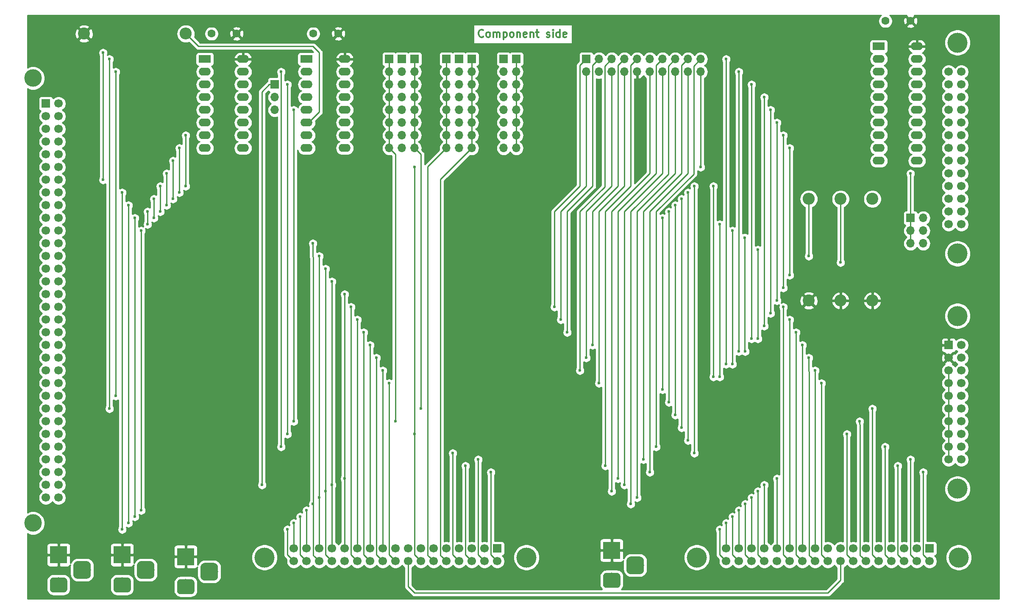
<source format=gbr>
G04 #@! TF.GenerationSoftware,KiCad,Pcbnew,(5.1.2-1)-1*
G04 #@! TF.CreationDate,2019-08-04T21:57:59+02:00*
G04 #@! TF.ProjectId,AtomIOExt,41746f6d-494f-4457-9874-2e6b69636164,rev?*
G04 #@! TF.SameCoordinates,Original*
G04 #@! TF.FileFunction,Copper,L1,Top*
G04 #@! TF.FilePolarity,Positive*
%FSLAX46Y46*%
G04 Gerber Fmt 4.6, Leading zero omitted, Abs format (unit mm)*
G04 Created by KiCad (PCBNEW (5.1.2-1)-1) date 2019-08-04 21:57:59*
%MOMM*%
%LPD*%
G04 APERTURE LIST*
%ADD10C,0.300000*%
%ADD11R,1.700000X1.700000*%
%ADD12O,1.700000X1.700000*%
%ADD13C,1.600000*%
%ADD14R,3.500000X3.500000*%
%ADD15C,0.100000*%
%ADD16C,3.000000*%
%ADD17C,3.500000*%
%ADD18C,4.000000*%
%ADD19C,1.700000*%
%ADD20C,2.400000*%
%ADD21O,2.400000X2.400000*%
%ADD22R,2.400000X1.600000*%
%ADD23O,2.400000X1.600000*%
%ADD24C,0.600000*%
%ADD25C,0.250000*%
%ADD26C,0.254000*%
G04 APERTURE END LIST*
D10*
X150892857Y-31015714D02*
X150821428Y-31087142D01*
X150607142Y-31158571D01*
X150464285Y-31158571D01*
X150250000Y-31087142D01*
X150107142Y-30944285D01*
X150035714Y-30801428D01*
X149964285Y-30515714D01*
X149964285Y-30301428D01*
X150035714Y-30015714D01*
X150107142Y-29872857D01*
X150250000Y-29730000D01*
X150464285Y-29658571D01*
X150607142Y-29658571D01*
X150821428Y-29730000D01*
X150892857Y-29801428D01*
X151750000Y-31158571D02*
X151607142Y-31087142D01*
X151535714Y-31015714D01*
X151464285Y-30872857D01*
X151464285Y-30444285D01*
X151535714Y-30301428D01*
X151607142Y-30230000D01*
X151750000Y-30158571D01*
X151964285Y-30158571D01*
X152107142Y-30230000D01*
X152178571Y-30301428D01*
X152250000Y-30444285D01*
X152250000Y-30872857D01*
X152178571Y-31015714D01*
X152107142Y-31087142D01*
X151964285Y-31158571D01*
X151750000Y-31158571D01*
X152892857Y-31158571D02*
X152892857Y-30158571D01*
X152892857Y-30301428D02*
X152964285Y-30230000D01*
X153107142Y-30158571D01*
X153321428Y-30158571D01*
X153464285Y-30230000D01*
X153535714Y-30372857D01*
X153535714Y-31158571D01*
X153535714Y-30372857D02*
X153607142Y-30230000D01*
X153750000Y-30158571D01*
X153964285Y-30158571D01*
X154107142Y-30230000D01*
X154178571Y-30372857D01*
X154178571Y-31158571D01*
X154892857Y-30158571D02*
X154892857Y-31658571D01*
X154892857Y-30230000D02*
X155035714Y-30158571D01*
X155321428Y-30158571D01*
X155464285Y-30230000D01*
X155535714Y-30301428D01*
X155607142Y-30444285D01*
X155607142Y-30872857D01*
X155535714Y-31015714D01*
X155464285Y-31087142D01*
X155321428Y-31158571D01*
X155035714Y-31158571D01*
X154892857Y-31087142D01*
X156464285Y-31158571D02*
X156321428Y-31087142D01*
X156250000Y-31015714D01*
X156178571Y-30872857D01*
X156178571Y-30444285D01*
X156250000Y-30301428D01*
X156321428Y-30230000D01*
X156464285Y-30158571D01*
X156678571Y-30158571D01*
X156821428Y-30230000D01*
X156892857Y-30301428D01*
X156964285Y-30444285D01*
X156964285Y-30872857D01*
X156892857Y-31015714D01*
X156821428Y-31087142D01*
X156678571Y-31158571D01*
X156464285Y-31158571D01*
X157607142Y-30158571D02*
X157607142Y-31158571D01*
X157607142Y-30301428D02*
X157678571Y-30230000D01*
X157821428Y-30158571D01*
X158035714Y-30158571D01*
X158178571Y-30230000D01*
X158250000Y-30372857D01*
X158250000Y-31158571D01*
X159535714Y-31087142D02*
X159392857Y-31158571D01*
X159107142Y-31158571D01*
X158964285Y-31087142D01*
X158892857Y-30944285D01*
X158892857Y-30372857D01*
X158964285Y-30230000D01*
X159107142Y-30158571D01*
X159392857Y-30158571D01*
X159535714Y-30230000D01*
X159607142Y-30372857D01*
X159607142Y-30515714D01*
X158892857Y-30658571D01*
X160250000Y-30158571D02*
X160250000Y-31158571D01*
X160250000Y-30301428D02*
X160321428Y-30230000D01*
X160464285Y-30158571D01*
X160678571Y-30158571D01*
X160821428Y-30230000D01*
X160892857Y-30372857D01*
X160892857Y-31158571D01*
X161392857Y-30158571D02*
X161964285Y-30158571D01*
X161607142Y-29658571D02*
X161607142Y-30944285D01*
X161678571Y-31087142D01*
X161821428Y-31158571D01*
X161964285Y-31158571D01*
X163535714Y-31087142D02*
X163678571Y-31158571D01*
X163964285Y-31158571D01*
X164107142Y-31087142D01*
X164178571Y-30944285D01*
X164178571Y-30872857D01*
X164107142Y-30730000D01*
X163964285Y-30658571D01*
X163750000Y-30658571D01*
X163607142Y-30587142D01*
X163535714Y-30444285D01*
X163535714Y-30372857D01*
X163607142Y-30230000D01*
X163750000Y-30158571D01*
X163964285Y-30158571D01*
X164107142Y-30230000D01*
X164821428Y-31158571D02*
X164821428Y-30158571D01*
X164821428Y-29658571D02*
X164750000Y-29730000D01*
X164821428Y-29801428D01*
X164892857Y-29730000D01*
X164821428Y-29658571D01*
X164821428Y-29801428D01*
X166178571Y-31158571D02*
X166178571Y-29658571D01*
X166178571Y-31087142D02*
X166035714Y-31158571D01*
X165750000Y-31158571D01*
X165607142Y-31087142D01*
X165535714Y-31015714D01*
X165464285Y-30872857D01*
X165464285Y-30444285D01*
X165535714Y-30301428D01*
X165607142Y-30230000D01*
X165750000Y-30158571D01*
X166035714Y-30158571D01*
X166178571Y-30230000D01*
X167464285Y-31087142D02*
X167321428Y-31158571D01*
X167035714Y-31158571D01*
X166892857Y-31087142D01*
X166821428Y-30944285D01*
X166821428Y-30372857D01*
X166892857Y-30230000D01*
X167035714Y-30158571D01*
X167321428Y-30158571D01*
X167464285Y-30230000D01*
X167535714Y-30372857D01*
X167535714Y-30515714D01*
X166821428Y-30658571D01*
D11*
X171450000Y-35560000D03*
D12*
X171450000Y-38100000D03*
X173990000Y-35560000D03*
X173990000Y-38100000D03*
X176530000Y-35560000D03*
X176530000Y-38100000D03*
X179070000Y-35560000D03*
X179070000Y-38100000D03*
X181610000Y-35560000D03*
X181610000Y-38100000D03*
X184150000Y-35560000D03*
X184150000Y-38100000D03*
X186690000Y-35560000D03*
X186690000Y-38100000D03*
X189230000Y-35560000D03*
X189230000Y-38100000D03*
X191770000Y-35560000D03*
X191770000Y-38100000D03*
X194310000Y-35560000D03*
X194310000Y-38100000D03*
D13*
X101600000Y-30480000D03*
X96600000Y-30480000D03*
X116920000Y-30480000D03*
X121920000Y-30480000D03*
X236220000Y-27940000D03*
X231220000Y-27940000D03*
D12*
X134620000Y-53340000D03*
X134620000Y-50800000D03*
X134620000Y-48260000D03*
X134620000Y-45720000D03*
X134620000Y-43180000D03*
X134620000Y-40640000D03*
X134620000Y-38100000D03*
D11*
X134620000Y-35560000D03*
X137160000Y-35560000D03*
D12*
X137160000Y-38100000D03*
X137160000Y-40640000D03*
X137160000Y-43180000D03*
X137160000Y-45720000D03*
X137160000Y-48260000D03*
X137160000Y-50800000D03*
X137160000Y-53340000D03*
X132080000Y-53340000D03*
X132080000Y-50800000D03*
X132080000Y-48260000D03*
X132080000Y-45720000D03*
X132080000Y-43180000D03*
X132080000Y-40640000D03*
X132080000Y-38100000D03*
D11*
X132080000Y-35560000D03*
X146050000Y-35560000D03*
D12*
X146050000Y-38100000D03*
X146050000Y-40640000D03*
X146050000Y-43180000D03*
X146050000Y-45720000D03*
X146050000Y-48260000D03*
X146050000Y-50800000D03*
X146050000Y-53340000D03*
D11*
X148590000Y-35560000D03*
D12*
X148590000Y-38100000D03*
X148590000Y-40640000D03*
X148590000Y-43180000D03*
X148590000Y-45720000D03*
X148590000Y-48260000D03*
X148590000Y-50800000D03*
X148590000Y-53340000D03*
X143510000Y-53340000D03*
X143510000Y-50800000D03*
X143510000Y-48260000D03*
X143510000Y-45720000D03*
X143510000Y-43180000D03*
X143510000Y-40640000D03*
X143510000Y-38100000D03*
D11*
X143510000Y-35560000D03*
D12*
X154940000Y-53340000D03*
X154940000Y-50800000D03*
X154940000Y-48260000D03*
X154940000Y-45720000D03*
X154940000Y-43180000D03*
X154940000Y-40640000D03*
X154940000Y-38100000D03*
D11*
X154940000Y-35560000D03*
X157480000Y-35560000D03*
D12*
X157480000Y-38100000D03*
X157480000Y-40640000D03*
X157480000Y-43180000D03*
X157480000Y-45720000D03*
X157480000Y-48260000D03*
X157480000Y-50800000D03*
X157480000Y-53340000D03*
D14*
X176530000Y-133700000D03*
D15*
G36*
X177603513Y-138203611D02*
G01*
X177676318Y-138214411D01*
X177747714Y-138232295D01*
X177817013Y-138257090D01*
X177883548Y-138288559D01*
X177946678Y-138326398D01*
X178005795Y-138370242D01*
X178060330Y-138419670D01*
X178109758Y-138474205D01*
X178153602Y-138533322D01*
X178191441Y-138596452D01*
X178222910Y-138662987D01*
X178247705Y-138732286D01*
X178265589Y-138803682D01*
X178276389Y-138876487D01*
X178280000Y-138950000D01*
X178280000Y-140450000D01*
X178276389Y-140523513D01*
X178265589Y-140596318D01*
X178247705Y-140667714D01*
X178222910Y-140737013D01*
X178191441Y-140803548D01*
X178153602Y-140866678D01*
X178109758Y-140925795D01*
X178060330Y-140980330D01*
X178005795Y-141029758D01*
X177946678Y-141073602D01*
X177883548Y-141111441D01*
X177817013Y-141142910D01*
X177747714Y-141167705D01*
X177676318Y-141185589D01*
X177603513Y-141196389D01*
X177530000Y-141200000D01*
X175530000Y-141200000D01*
X175456487Y-141196389D01*
X175383682Y-141185589D01*
X175312286Y-141167705D01*
X175242987Y-141142910D01*
X175176452Y-141111441D01*
X175113322Y-141073602D01*
X175054205Y-141029758D01*
X174999670Y-140980330D01*
X174950242Y-140925795D01*
X174906398Y-140866678D01*
X174868559Y-140803548D01*
X174837090Y-140737013D01*
X174812295Y-140667714D01*
X174794411Y-140596318D01*
X174783611Y-140523513D01*
X174780000Y-140450000D01*
X174780000Y-138950000D01*
X174783611Y-138876487D01*
X174794411Y-138803682D01*
X174812295Y-138732286D01*
X174837090Y-138662987D01*
X174868559Y-138596452D01*
X174906398Y-138533322D01*
X174950242Y-138474205D01*
X174999670Y-138419670D01*
X175054205Y-138370242D01*
X175113322Y-138326398D01*
X175176452Y-138288559D01*
X175242987Y-138257090D01*
X175312286Y-138232295D01*
X175383682Y-138214411D01*
X175456487Y-138203611D01*
X175530000Y-138200000D01*
X177530000Y-138200000D01*
X177603513Y-138203611D01*
X177603513Y-138203611D01*
G37*
D16*
X176530000Y-139700000D03*
D15*
G36*
X182190765Y-134954213D02*
G01*
X182275704Y-134966813D01*
X182358999Y-134987677D01*
X182439848Y-135016605D01*
X182517472Y-135053319D01*
X182591124Y-135097464D01*
X182660094Y-135148616D01*
X182723718Y-135206282D01*
X182781384Y-135269906D01*
X182832536Y-135338876D01*
X182876681Y-135412528D01*
X182913395Y-135490152D01*
X182942323Y-135571001D01*
X182963187Y-135654296D01*
X182975787Y-135739235D01*
X182980000Y-135825000D01*
X182980000Y-137575000D01*
X182975787Y-137660765D01*
X182963187Y-137745704D01*
X182942323Y-137828999D01*
X182913395Y-137909848D01*
X182876681Y-137987472D01*
X182832536Y-138061124D01*
X182781384Y-138130094D01*
X182723718Y-138193718D01*
X182660094Y-138251384D01*
X182591124Y-138302536D01*
X182517472Y-138346681D01*
X182439848Y-138383395D01*
X182358999Y-138412323D01*
X182275704Y-138433187D01*
X182190765Y-138445787D01*
X182105000Y-138450000D01*
X180355000Y-138450000D01*
X180269235Y-138445787D01*
X180184296Y-138433187D01*
X180101001Y-138412323D01*
X180020152Y-138383395D01*
X179942528Y-138346681D01*
X179868876Y-138302536D01*
X179799906Y-138251384D01*
X179736282Y-138193718D01*
X179678616Y-138130094D01*
X179627464Y-138061124D01*
X179583319Y-137987472D01*
X179546605Y-137909848D01*
X179517677Y-137828999D01*
X179496813Y-137745704D01*
X179484213Y-137660765D01*
X179480000Y-137575000D01*
X179480000Y-135825000D01*
X179484213Y-135739235D01*
X179496813Y-135654296D01*
X179517677Y-135571001D01*
X179546605Y-135490152D01*
X179583319Y-135412528D01*
X179627464Y-135338876D01*
X179678616Y-135269906D01*
X179736282Y-135206282D01*
X179799906Y-135148616D01*
X179868876Y-135097464D01*
X179942528Y-135053319D01*
X180020152Y-135016605D01*
X180101001Y-134987677D01*
X180184296Y-134966813D01*
X180269235Y-134954213D01*
X180355000Y-134950000D01*
X182105000Y-134950000D01*
X182190765Y-134954213D01*
X182190765Y-134954213D01*
G37*
D17*
X181230000Y-136700000D03*
D15*
G36*
X97100765Y-136224213D02*
G01*
X97185704Y-136236813D01*
X97268999Y-136257677D01*
X97349848Y-136286605D01*
X97427472Y-136323319D01*
X97501124Y-136367464D01*
X97570094Y-136418616D01*
X97633718Y-136476282D01*
X97691384Y-136539906D01*
X97742536Y-136608876D01*
X97786681Y-136682528D01*
X97823395Y-136760152D01*
X97852323Y-136841001D01*
X97873187Y-136924296D01*
X97885787Y-137009235D01*
X97890000Y-137095000D01*
X97890000Y-138845000D01*
X97885787Y-138930765D01*
X97873187Y-139015704D01*
X97852323Y-139098999D01*
X97823395Y-139179848D01*
X97786681Y-139257472D01*
X97742536Y-139331124D01*
X97691384Y-139400094D01*
X97633718Y-139463718D01*
X97570094Y-139521384D01*
X97501124Y-139572536D01*
X97427472Y-139616681D01*
X97349848Y-139653395D01*
X97268999Y-139682323D01*
X97185704Y-139703187D01*
X97100765Y-139715787D01*
X97015000Y-139720000D01*
X95265000Y-139720000D01*
X95179235Y-139715787D01*
X95094296Y-139703187D01*
X95011001Y-139682323D01*
X94930152Y-139653395D01*
X94852528Y-139616681D01*
X94778876Y-139572536D01*
X94709906Y-139521384D01*
X94646282Y-139463718D01*
X94588616Y-139400094D01*
X94537464Y-139331124D01*
X94493319Y-139257472D01*
X94456605Y-139179848D01*
X94427677Y-139098999D01*
X94406813Y-139015704D01*
X94394213Y-138930765D01*
X94390000Y-138845000D01*
X94390000Y-137095000D01*
X94394213Y-137009235D01*
X94406813Y-136924296D01*
X94427677Y-136841001D01*
X94456605Y-136760152D01*
X94493319Y-136682528D01*
X94537464Y-136608876D01*
X94588616Y-136539906D01*
X94646282Y-136476282D01*
X94709906Y-136418616D01*
X94778876Y-136367464D01*
X94852528Y-136323319D01*
X94930152Y-136286605D01*
X95011001Y-136257677D01*
X95094296Y-136236813D01*
X95179235Y-136224213D01*
X95265000Y-136220000D01*
X97015000Y-136220000D01*
X97100765Y-136224213D01*
X97100765Y-136224213D01*
G37*
D17*
X96140000Y-137970000D03*
D15*
G36*
X92513513Y-139473611D02*
G01*
X92586318Y-139484411D01*
X92657714Y-139502295D01*
X92727013Y-139527090D01*
X92793548Y-139558559D01*
X92856678Y-139596398D01*
X92915795Y-139640242D01*
X92970330Y-139689670D01*
X93019758Y-139744205D01*
X93063602Y-139803322D01*
X93101441Y-139866452D01*
X93132910Y-139932987D01*
X93157705Y-140002286D01*
X93175589Y-140073682D01*
X93186389Y-140146487D01*
X93190000Y-140220000D01*
X93190000Y-141720000D01*
X93186389Y-141793513D01*
X93175589Y-141866318D01*
X93157705Y-141937714D01*
X93132910Y-142007013D01*
X93101441Y-142073548D01*
X93063602Y-142136678D01*
X93019758Y-142195795D01*
X92970330Y-142250330D01*
X92915795Y-142299758D01*
X92856678Y-142343602D01*
X92793548Y-142381441D01*
X92727013Y-142412910D01*
X92657714Y-142437705D01*
X92586318Y-142455589D01*
X92513513Y-142466389D01*
X92440000Y-142470000D01*
X90440000Y-142470000D01*
X90366487Y-142466389D01*
X90293682Y-142455589D01*
X90222286Y-142437705D01*
X90152987Y-142412910D01*
X90086452Y-142381441D01*
X90023322Y-142343602D01*
X89964205Y-142299758D01*
X89909670Y-142250330D01*
X89860242Y-142195795D01*
X89816398Y-142136678D01*
X89778559Y-142073548D01*
X89747090Y-142007013D01*
X89722295Y-141937714D01*
X89704411Y-141866318D01*
X89693611Y-141793513D01*
X89690000Y-141720000D01*
X89690000Y-140220000D01*
X89693611Y-140146487D01*
X89704411Y-140073682D01*
X89722295Y-140002286D01*
X89747090Y-139932987D01*
X89778559Y-139866452D01*
X89816398Y-139803322D01*
X89860242Y-139744205D01*
X89909670Y-139689670D01*
X89964205Y-139640242D01*
X90023322Y-139596398D01*
X90086452Y-139558559D01*
X90152987Y-139527090D01*
X90222286Y-139502295D01*
X90293682Y-139484411D01*
X90366487Y-139473611D01*
X90440000Y-139470000D01*
X92440000Y-139470000D01*
X92513513Y-139473611D01*
X92513513Y-139473611D01*
G37*
D16*
X91440000Y-140970000D03*
D14*
X91440000Y-134970000D03*
X66040000Y-134620000D03*
D15*
G36*
X67113513Y-139123611D02*
G01*
X67186318Y-139134411D01*
X67257714Y-139152295D01*
X67327013Y-139177090D01*
X67393548Y-139208559D01*
X67456678Y-139246398D01*
X67515795Y-139290242D01*
X67570330Y-139339670D01*
X67619758Y-139394205D01*
X67663602Y-139453322D01*
X67701441Y-139516452D01*
X67732910Y-139582987D01*
X67757705Y-139652286D01*
X67775589Y-139723682D01*
X67786389Y-139796487D01*
X67790000Y-139870000D01*
X67790000Y-141370000D01*
X67786389Y-141443513D01*
X67775589Y-141516318D01*
X67757705Y-141587714D01*
X67732910Y-141657013D01*
X67701441Y-141723548D01*
X67663602Y-141786678D01*
X67619758Y-141845795D01*
X67570330Y-141900330D01*
X67515795Y-141949758D01*
X67456678Y-141993602D01*
X67393548Y-142031441D01*
X67327013Y-142062910D01*
X67257714Y-142087705D01*
X67186318Y-142105589D01*
X67113513Y-142116389D01*
X67040000Y-142120000D01*
X65040000Y-142120000D01*
X64966487Y-142116389D01*
X64893682Y-142105589D01*
X64822286Y-142087705D01*
X64752987Y-142062910D01*
X64686452Y-142031441D01*
X64623322Y-141993602D01*
X64564205Y-141949758D01*
X64509670Y-141900330D01*
X64460242Y-141845795D01*
X64416398Y-141786678D01*
X64378559Y-141723548D01*
X64347090Y-141657013D01*
X64322295Y-141587714D01*
X64304411Y-141516318D01*
X64293611Y-141443513D01*
X64290000Y-141370000D01*
X64290000Y-139870000D01*
X64293611Y-139796487D01*
X64304411Y-139723682D01*
X64322295Y-139652286D01*
X64347090Y-139582987D01*
X64378559Y-139516452D01*
X64416398Y-139453322D01*
X64460242Y-139394205D01*
X64509670Y-139339670D01*
X64564205Y-139290242D01*
X64623322Y-139246398D01*
X64686452Y-139208559D01*
X64752987Y-139177090D01*
X64822286Y-139152295D01*
X64893682Y-139134411D01*
X64966487Y-139123611D01*
X65040000Y-139120000D01*
X67040000Y-139120000D01*
X67113513Y-139123611D01*
X67113513Y-139123611D01*
G37*
D16*
X66040000Y-140620000D03*
D15*
G36*
X71700765Y-135874213D02*
G01*
X71785704Y-135886813D01*
X71868999Y-135907677D01*
X71949848Y-135936605D01*
X72027472Y-135973319D01*
X72101124Y-136017464D01*
X72170094Y-136068616D01*
X72233718Y-136126282D01*
X72291384Y-136189906D01*
X72342536Y-136258876D01*
X72386681Y-136332528D01*
X72423395Y-136410152D01*
X72452323Y-136491001D01*
X72473187Y-136574296D01*
X72485787Y-136659235D01*
X72490000Y-136745000D01*
X72490000Y-138495000D01*
X72485787Y-138580765D01*
X72473187Y-138665704D01*
X72452323Y-138748999D01*
X72423395Y-138829848D01*
X72386681Y-138907472D01*
X72342536Y-138981124D01*
X72291384Y-139050094D01*
X72233718Y-139113718D01*
X72170094Y-139171384D01*
X72101124Y-139222536D01*
X72027472Y-139266681D01*
X71949848Y-139303395D01*
X71868999Y-139332323D01*
X71785704Y-139353187D01*
X71700765Y-139365787D01*
X71615000Y-139370000D01*
X69865000Y-139370000D01*
X69779235Y-139365787D01*
X69694296Y-139353187D01*
X69611001Y-139332323D01*
X69530152Y-139303395D01*
X69452528Y-139266681D01*
X69378876Y-139222536D01*
X69309906Y-139171384D01*
X69246282Y-139113718D01*
X69188616Y-139050094D01*
X69137464Y-138981124D01*
X69093319Y-138907472D01*
X69056605Y-138829848D01*
X69027677Y-138748999D01*
X69006813Y-138665704D01*
X68994213Y-138580765D01*
X68990000Y-138495000D01*
X68990000Y-136745000D01*
X68994213Y-136659235D01*
X69006813Y-136574296D01*
X69027677Y-136491001D01*
X69056605Y-136410152D01*
X69093319Y-136332528D01*
X69137464Y-136258876D01*
X69188616Y-136189906D01*
X69246282Y-136126282D01*
X69309906Y-136068616D01*
X69378876Y-136017464D01*
X69452528Y-135973319D01*
X69530152Y-135936605D01*
X69611001Y-135907677D01*
X69694296Y-135886813D01*
X69779235Y-135874213D01*
X69865000Y-135870000D01*
X71615000Y-135870000D01*
X71700765Y-135874213D01*
X71700765Y-135874213D01*
G37*
D17*
X70740000Y-137620000D03*
D15*
G36*
X84400765Y-135874213D02*
G01*
X84485704Y-135886813D01*
X84568999Y-135907677D01*
X84649848Y-135936605D01*
X84727472Y-135973319D01*
X84801124Y-136017464D01*
X84870094Y-136068616D01*
X84933718Y-136126282D01*
X84991384Y-136189906D01*
X85042536Y-136258876D01*
X85086681Y-136332528D01*
X85123395Y-136410152D01*
X85152323Y-136491001D01*
X85173187Y-136574296D01*
X85185787Y-136659235D01*
X85190000Y-136745000D01*
X85190000Y-138495000D01*
X85185787Y-138580765D01*
X85173187Y-138665704D01*
X85152323Y-138748999D01*
X85123395Y-138829848D01*
X85086681Y-138907472D01*
X85042536Y-138981124D01*
X84991384Y-139050094D01*
X84933718Y-139113718D01*
X84870094Y-139171384D01*
X84801124Y-139222536D01*
X84727472Y-139266681D01*
X84649848Y-139303395D01*
X84568999Y-139332323D01*
X84485704Y-139353187D01*
X84400765Y-139365787D01*
X84315000Y-139370000D01*
X82565000Y-139370000D01*
X82479235Y-139365787D01*
X82394296Y-139353187D01*
X82311001Y-139332323D01*
X82230152Y-139303395D01*
X82152528Y-139266681D01*
X82078876Y-139222536D01*
X82009906Y-139171384D01*
X81946282Y-139113718D01*
X81888616Y-139050094D01*
X81837464Y-138981124D01*
X81793319Y-138907472D01*
X81756605Y-138829848D01*
X81727677Y-138748999D01*
X81706813Y-138665704D01*
X81694213Y-138580765D01*
X81690000Y-138495000D01*
X81690000Y-136745000D01*
X81694213Y-136659235D01*
X81706813Y-136574296D01*
X81727677Y-136491001D01*
X81756605Y-136410152D01*
X81793319Y-136332528D01*
X81837464Y-136258876D01*
X81888616Y-136189906D01*
X81946282Y-136126282D01*
X82009906Y-136068616D01*
X82078876Y-136017464D01*
X82152528Y-135973319D01*
X82230152Y-135936605D01*
X82311001Y-135907677D01*
X82394296Y-135886813D01*
X82479235Y-135874213D01*
X82565000Y-135870000D01*
X84315000Y-135870000D01*
X84400765Y-135874213D01*
X84400765Y-135874213D01*
G37*
D17*
X83440000Y-137620000D03*
D15*
G36*
X79813513Y-139123611D02*
G01*
X79886318Y-139134411D01*
X79957714Y-139152295D01*
X80027013Y-139177090D01*
X80093548Y-139208559D01*
X80156678Y-139246398D01*
X80215795Y-139290242D01*
X80270330Y-139339670D01*
X80319758Y-139394205D01*
X80363602Y-139453322D01*
X80401441Y-139516452D01*
X80432910Y-139582987D01*
X80457705Y-139652286D01*
X80475589Y-139723682D01*
X80486389Y-139796487D01*
X80490000Y-139870000D01*
X80490000Y-141370000D01*
X80486389Y-141443513D01*
X80475589Y-141516318D01*
X80457705Y-141587714D01*
X80432910Y-141657013D01*
X80401441Y-141723548D01*
X80363602Y-141786678D01*
X80319758Y-141845795D01*
X80270330Y-141900330D01*
X80215795Y-141949758D01*
X80156678Y-141993602D01*
X80093548Y-142031441D01*
X80027013Y-142062910D01*
X79957714Y-142087705D01*
X79886318Y-142105589D01*
X79813513Y-142116389D01*
X79740000Y-142120000D01*
X77740000Y-142120000D01*
X77666487Y-142116389D01*
X77593682Y-142105589D01*
X77522286Y-142087705D01*
X77452987Y-142062910D01*
X77386452Y-142031441D01*
X77323322Y-141993602D01*
X77264205Y-141949758D01*
X77209670Y-141900330D01*
X77160242Y-141845795D01*
X77116398Y-141786678D01*
X77078559Y-141723548D01*
X77047090Y-141657013D01*
X77022295Y-141587714D01*
X77004411Y-141516318D01*
X76993611Y-141443513D01*
X76990000Y-141370000D01*
X76990000Y-139870000D01*
X76993611Y-139796487D01*
X77004411Y-139723682D01*
X77022295Y-139652286D01*
X77047090Y-139582987D01*
X77078559Y-139516452D01*
X77116398Y-139453322D01*
X77160242Y-139394205D01*
X77209670Y-139339670D01*
X77264205Y-139290242D01*
X77323322Y-139246398D01*
X77386452Y-139208559D01*
X77452987Y-139177090D01*
X77522286Y-139152295D01*
X77593682Y-139134411D01*
X77666487Y-139123611D01*
X77740000Y-139120000D01*
X79740000Y-139120000D01*
X79813513Y-139123611D01*
X79813513Y-139123611D01*
G37*
D16*
X78740000Y-140620000D03*
D14*
X78740000Y-134620000D03*
D18*
X245620000Y-121410000D03*
X245620000Y-86870000D03*
D11*
X243840000Y-92710000D03*
D19*
X246380000Y-92710000D03*
X243840000Y-95250000D03*
X246380000Y-95250000D03*
X243840000Y-97790000D03*
X246380000Y-97790000D03*
X243840000Y-100330000D03*
X246380000Y-100330000D03*
X243840000Y-102870000D03*
X246380000Y-102870000D03*
X243840000Y-105410000D03*
X246380000Y-105410000D03*
X243840000Y-107950000D03*
X246380000Y-107950000D03*
X243840000Y-110490000D03*
X246380000Y-110490000D03*
X243840000Y-113030000D03*
X246380000Y-113030000D03*
X243840000Y-115570000D03*
X246380000Y-115570000D03*
D18*
X245620000Y-74420000D03*
X245620000Y-32260000D03*
D19*
X243840000Y-38100000D03*
X246380000Y-38100000D03*
X243840000Y-40640000D03*
X246380000Y-40640000D03*
X243840000Y-43180000D03*
X246380000Y-43180000D03*
X243840000Y-45720000D03*
X246380000Y-45720000D03*
X243840000Y-48260000D03*
X246380000Y-48260000D03*
X243840000Y-50800000D03*
X246380000Y-50800000D03*
X243840000Y-53340000D03*
X246380000Y-53340000D03*
X243840000Y-55880000D03*
X246380000Y-55880000D03*
X243840000Y-58420000D03*
X246380000Y-58420000D03*
X243840000Y-60960000D03*
X246380000Y-60960000D03*
X243840000Y-63500000D03*
X246380000Y-63500000D03*
X243840000Y-66040000D03*
X246380000Y-66040000D03*
X243840000Y-68580000D03*
X246380000Y-68580000D03*
D11*
X63500000Y-44450000D03*
D19*
X66040000Y-44450000D03*
X63500000Y-46990000D03*
X66040000Y-46990000D03*
X63500000Y-49530000D03*
X66040000Y-49530000D03*
X63500000Y-52070000D03*
X66040000Y-52070000D03*
X63500000Y-54610000D03*
X66040000Y-54610000D03*
X63500000Y-57150000D03*
X66040000Y-57150000D03*
X63500000Y-59690000D03*
X66040000Y-59690000D03*
X63500000Y-62230000D03*
X66040000Y-62230000D03*
X63500000Y-64770000D03*
X66040000Y-64770000D03*
X63500000Y-67310000D03*
X66040000Y-67310000D03*
X63500000Y-69850000D03*
X66040000Y-69850000D03*
X63500000Y-72390000D03*
X66040000Y-72390000D03*
X63500000Y-74930000D03*
X66040000Y-74930000D03*
X63500000Y-77470000D03*
X66040000Y-77470000D03*
X63500000Y-80010000D03*
X66040000Y-80010000D03*
X63500000Y-82550000D03*
X66040000Y-82550000D03*
X63500000Y-85090000D03*
X66040000Y-85090000D03*
X63500000Y-87630000D03*
X66040000Y-87630000D03*
X63500000Y-90170000D03*
X66040000Y-90170000D03*
X63500000Y-92710000D03*
X66040000Y-92710000D03*
X63500000Y-95250000D03*
X66040000Y-95250000D03*
X63500000Y-97790000D03*
X66040000Y-97790000D03*
X63500000Y-100330000D03*
X66040000Y-100330000D03*
X63500000Y-102870000D03*
X66040000Y-102870000D03*
X63500000Y-105410000D03*
X66040000Y-105410000D03*
X63500000Y-107950000D03*
X66040000Y-107950000D03*
X63500000Y-110490000D03*
X66040000Y-110490000D03*
X63500000Y-113030000D03*
X66040000Y-113030000D03*
X63500000Y-115570000D03*
X66040000Y-115570000D03*
X63500000Y-118110000D03*
X66040000Y-118110000D03*
X63500000Y-120650000D03*
X66040000Y-120650000D03*
X63500000Y-123190000D03*
X66040000Y-123190000D03*
D17*
X60960000Y-39370000D03*
X60960000Y-128270000D03*
D11*
X236220000Y-67310000D03*
D12*
X238760000Y-67310000D03*
X236220000Y-69850000D03*
X238760000Y-69850000D03*
X236220000Y-72390000D03*
X238760000Y-72390000D03*
D11*
X109220000Y-40640000D03*
D12*
X109220000Y-43180000D03*
X109220000Y-45720000D03*
D18*
X245870000Y-135130000D03*
X193550000Y-135130000D03*
D11*
X240030000Y-133350000D03*
D19*
X240030000Y-135890000D03*
X237490000Y-133350000D03*
X237490000Y-135890000D03*
X234950000Y-133350000D03*
X234950000Y-135890000D03*
X232410000Y-133350000D03*
X232410000Y-135890000D03*
X229870000Y-133350000D03*
X229870000Y-135890000D03*
X227330000Y-133350000D03*
X227330000Y-135890000D03*
X224790000Y-133350000D03*
X224790000Y-135890000D03*
X222250000Y-133350000D03*
X222250000Y-135890000D03*
X219710000Y-133350000D03*
X219710000Y-135890000D03*
X217170000Y-133350000D03*
X217170000Y-135890000D03*
X214630000Y-133350000D03*
X214630000Y-135890000D03*
X212090000Y-133350000D03*
X212090000Y-135890000D03*
X209550000Y-133350000D03*
X209550000Y-135890000D03*
X207010000Y-133350000D03*
X207010000Y-135890000D03*
X204470000Y-133350000D03*
X204470000Y-135890000D03*
X201930000Y-133350000D03*
X201930000Y-135890000D03*
X199390000Y-133350000D03*
X199390000Y-135890000D03*
X113030000Y-135890000D03*
X113030000Y-133350000D03*
X115570000Y-135890000D03*
X115570000Y-133350000D03*
X118110000Y-135890000D03*
X118110000Y-133350000D03*
X120650000Y-135890000D03*
X120650000Y-133350000D03*
X123190000Y-135890000D03*
X123190000Y-133350000D03*
X125730000Y-135890000D03*
X125730000Y-133350000D03*
X128270000Y-135890000D03*
X128270000Y-133350000D03*
X130810000Y-135890000D03*
X130810000Y-133350000D03*
X133350000Y-135890000D03*
X133350000Y-133350000D03*
X135890000Y-135890000D03*
X135890000Y-133350000D03*
X138430000Y-135890000D03*
X138430000Y-133350000D03*
X140970000Y-135890000D03*
X140970000Y-133350000D03*
X143510000Y-135890000D03*
X143510000Y-133350000D03*
X146050000Y-135890000D03*
X146050000Y-133350000D03*
X148590000Y-135890000D03*
X148590000Y-133350000D03*
X151130000Y-135890000D03*
X151130000Y-133350000D03*
X153670000Y-135890000D03*
D11*
X153670000Y-133350000D03*
D18*
X107190000Y-135130000D03*
X159510000Y-135130000D03*
D20*
X228600000Y-63500000D03*
D21*
X228600000Y-83820000D03*
X222250000Y-83820000D03*
D20*
X222250000Y-63500000D03*
X215900000Y-83820000D03*
D21*
X215900000Y-63500000D03*
D22*
X229870000Y-33020000D03*
D23*
X237490000Y-55880000D03*
X229870000Y-35560000D03*
X237490000Y-53340000D03*
X229870000Y-38100000D03*
X237490000Y-50800000D03*
X229870000Y-40640000D03*
X237490000Y-48260000D03*
X229870000Y-43180000D03*
X237490000Y-45720000D03*
X229870000Y-45720000D03*
X237490000Y-43180000D03*
X229870000Y-48260000D03*
X237490000Y-40640000D03*
X229870000Y-50800000D03*
X237490000Y-38100000D03*
X229870000Y-53340000D03*
X237490000Y-35560000D03*
X229870000Y-55880000D03*
X237490000Y-33020000D03*
D22*
X115570000Y-35560000D03*
D23*
X123190000Y-53340000D03*
X115570000Y-38100000D03*
X123190000Y-50800000D03*
X115570000Y-40640000D03*
X123190000Y-48260000D03*
X115570000Y-43180000D03*
X123190000Y-45720000D03*
X115570000Y-45720000D03*
X123190000Y-43180000D03*
X115570000Y-48260000D03*
X123190000Y-40640000D03*
X115570000Y-50800000D03*
X123190000Y-38100000D03*
X115570000Y-53340000D03*
X123190000Y-35560000D03*
X102870000Y-35560000D03*
X95250000Y-53340000D03*
X102870000Y-38100000D03*
X95250000Y-50800000D03*
X102870000Y-40640000D03*
X95250000Y-48260000D03*
X102870000Y-43180000D03*
X95250000Y-45720000D03*
X102870000Y-45720000D03*
X95250000Y-43180000D03*
X102870000Y-48260000D03*
X95250000Y-40640000D03*
X102870000Y-50800000D03*
X95250000Y-38100000D03*
X102870000Y-53340000D03*
D22*
X95250000Y-35560000D03*
D20*
X71120000Y-30480000D03*
D21*
X91440000Y-30480000D03*
D24*
X138430000Y-105410000D03*
X228600000Y-105410000D03*
X133350000Y-107950000D03*
X226060000Y-107950000D03*
X124460000Y-85090000D03*
X210820000Y-85090000D03*
X165100000Y-85090000D03*
X125730000Y-87630000D03*
X212090000Y-87630000D03*
X166370000Y-87630000D03*
X127000000Y-90170000D03*
X213360000Y-90170000D03*
X167640000Y-90170000D03*
X130810000Y-97790000D03*
X217170000Y-97790000D03*
X170180000Y-97790000D03*
X129540000Y-95250000D03*
X215900000Y-95250000D03*
X171450000Y-95250000D03*
X128270000Y-92710000D03*
X214630000Y-92710000D03*
X172720000Y-92710000D03*
X132080000Y-100330000D03*
X218440000Y-100330000D03*
X173990000Y-100330000D03*
X147320000Y-116840000D03*
X233680000Y-116840000D03*
X175260000Y-116840000D03*
X119380000Y-77470000D03*
X205740000Y-121920000D03*
X119380000Y-121920000D03*
X176530000Y-121920000D03*
X123190000Y-82550000D03*
X209550000Y-119380000D03*
X123190000Y-119380000D03*
X177800000Y-119380000D03*
X120650000Y-80010000D03*
X207010000Y-120650000D03*
X120650000Y-120650000D03*
X179070000Y-120650000D03*
X116840000Y-72390000D03*
X203200000Y-124460000D03*
X116840000Y-124460000D03*
X180340000Y-124460000D03*
X118110000Y-74930000D03*
X204470000Y-123190000D03*
X118110000Y-123190000D03*
X181610000Y-123190000D03*
X149860000Y-115570000D03*
X236220000Y-115570000D03*
X182880000Y-115570000D03*
X152400000Y-118110000D03*
X238760000Y-118110000D03*
X184150000Y-118110000D03*
X137160000Y-57150000D03*
X223520000Y-110490000D03*
X137160000Y-110490000D03*
X194310000Y-57150000D03*
X205740000Y-73660000D03*
X205740000Y-91440000D03*
X203200000Y-93980000D03*
X203105001Y-71214999D03*
X200660000Y-96520000D03*
X200660000Y-69850000D03*
X198120000Y-99060000D03*
X198120000Y-68580000D03*
X83820000Y-66040000D03*
X83820000Y-68580000D03*
X186690000Y-67310000D03*
X186690000Y-101600000D03*
X85090000Y-63500000D03*
X85090000Y-67310000D03*
X187960000Y-104140000D03*
X187960000Y-66040000D03*
X187960000Y-104140000D03*
X86360000Y-60960000D03*
X86360000Y-66040000D03*
X189230000Y-64770000D03*
X189230000Y-106680000D03*
X87630000Y-58420000D03*
X87630000Y-64770000D03*
X190500000Y-63500000D03*
X190500000Y-109220000D03*
X88900000Y-55880000D03*
X88900000Y-63500000D03*
X191770000Y-62230000D03*
X191770000Y-111760000D03*
X90170000Y-53340000D03*
X90170000Y-62230000D03*
X193040000Y-60960000D03*
X193040000Y-114300000D03*
X91440000Y-50800000D03*
X91440000Y-60960000D03*
X236220000Y-58420000D03*
X196850000Y-99060000D03*
X196850000Y-60960000D03*
X222250000Y-76200000D03*
X144780000Y-114300000D03*
X231140000Y-113030000D03*
X185420000Y-113030000D03*
X74930000Y-59690000D03*
X74930000Y-59690000D03*
X74930000Y-59690000D03*
X74930000Y-34290000D03*
X78740000Y-62230000D03*
X78740000Y-129540000D03*
X111760000Y-129540000D03*
X198120000Y-129540000D03*
X80010000Y-64770000D03*
X80010000Y-128270000D03*
X113030000Y-128270000D03*
X199390000Y-128270000D03*
X81280000Y-67310000D03*
X81280000Y-127000000D03*
X114300000Y-127000000D03*
X200660000Y-127000000D03*
X82550000Y-69850000D03*
X82550000Y-125730000D03*
X115570000Y-125730000D03*
X201930000Y-125730000D03*
X212090000Y-78740000D03*
X212090000Y-53340000D03*
X210820000Y-81280000D03*
X210820000Y-50800000D03*
X209550000Y-83820000D03*
X209550000Y-48260000D03*
X208280000Y-86360000D03*
X208280000Y-45720000D03*
X207010000Y-88900000D03*
X207010000Y-43180000D03*
X204470000Y-91440000D03*
X204470000Y-40640000D03*
X201930000Y-93980000D03*
X201930000Y-38100000D03*
X199390000Y-96520000D03*
X199390000Y-35560000D03*
X77470000Y-102870000D03*
X77470000Y-38100000D03*
X76200000Y-105410000D03*
X76200000Y-35560000D03*
X113030000Y-107950000D03*
X113030000Y-45720000D03*
X111760000Y-110490000D03*
X111760000Y-40640000D03*
X110490000Y-113030000D03*
X110490000Y-38100000D03*
X106680000Y-120650000D03*
X215900000Y-74930000D03*
D25*
X243840000Y-97790000D02*
X243840000Y-100330000D01*
X243840000Y-100330000D02*
X243840000Y-102870000D01*
X243840000Y-102870000D02*
X243840000Y-105410000D01*
X243840000Y-105410000D02*
X243840000Y-107950000D01*
X243840000Y-107950000D02*
X243840000Y-110490000D01*
X243840000Y-110490000D02*
X243840000Y-113030000D01*
X243840000Y-113030000D02*
X243840000Y-115570000D01*
X137160000Y-53340000D02*
X137160000Y-50800000D01*
X137160000Y-50800000D02*
X137160000Y-48260000D01*
X137160000Y-48260000D02*
X137160000Y-45720000D01*
X137160000Y-45720000D02*
X137160000Y-43180000D01*
X137160000Y-43180000D02*
X137160000Y-40640000D01*
X137160000Y-40640000D02*
X137160000Y-38100000D01*
X137160000Y-38100000D02*
X137160000Y-35560000D01*
X137160000Y-53340000D02*
X138430000Y-54610000D01*
X138430000Y-54610000D02*
X138430000Y-105410000D01*
X228600000Y-134620000D02*
X229870000Y-135890000D01*
X228600000Y-105410000D02*
X228600000Y-134620000D01*
X132080000Y-35560000D02*
X132080000Y-38100000D01*
X132080000Y-38100000D02*
X132080000Y-40640000D01*
X132080000Y-40640000D02*
X132080000Y-43180000D01*
X132080000Y-43180000D02*
X132080000Y-45720000D01*
X132080000Y-45720000D02*
X132080000Y-48260000D01*
X132080000Y-48260000D02*
X132080000Y-50800000D01*
X132080000Y-50800000D02*
X132080000Y-53340000D01*
X133350000Y-100674998D02*
X133350000Y-107950000D01*
X133350000Y-54610000D02*
X133350000Y-100674998D01*
X132080000Y-53340000D02*
X133350000Y-54610000D01*
X226480001Y-135040001D02*
X227330000Y-135890000D01*
X226154999Y-134714999D02*
X226480001Y-135040001D01*
X226154999Y-109125001D02*
X226154999Y-134714999D01*
X226060000Y-107950000D02*
X226154999Y-109125001D01*
X148590000Y-53340000D02*
X148590000Y-50800000D01*
X148590000Y-50800000D02*
X148590000Y-48260000D01*
X148590000Y-48260000D02*
X148590000Y-45720000D01*
X148590000Y-45720000D02*
X148590000Y-43180000D01*
X148590000Y-43180000D02*
X148590000Y-40640000D01*
X148590000Y-40640000D02*
X148590000Y-38100000D01*
X148590000Y-38100000D02*
X148590000Y-35560000D01*
X142660001Y-135040001D02*
X143510000Y-135890000D01*
X142334999Y-134714999D02*
X142660001Y-135040001D01*
X142334999Y-59595001D02*
X142334999Y-134714999D01*
X148590000Y-53340000D02*
X142334999Y-59595001D01*
X143510000Y-35560000D02*
X143510000Y-38100000D01*
X143510000Y-38100000D02*
X143510000Y-40640000D01*
X143510000Y-40640000D02*
X143510000Y-43180000D01*
X143510000Y-43180000D02*
X143510000Y-45720000D01*
X143510000Y-45720000D02*
X143510000Y-48260000D01*
X143510000Y-48260000D02*
X143510000Y-50800000D01*
X143510000Y-50800000D02*
X143510000Y-53340000D01*
X140120001Y-135040001D02*
X140970000Y-135890000D01*
X139794999Y-134714999D02*
X140120001Y-135040001D01*
X139794999Y-57055001D02*
X139794999Y-134714999D01*
X143510000Y-53340000D02*
X139794999Y-57055001D01*
X157480000Y-35560000D02*
X157480000Y-38100000D01*
X157480000Y-38100000D02*
X157480000Y-40640000D01*
X157480000Y-40640000D02*
X157480000Y-43180000D01*
X157480000Y-43180000D02*
X157480000Y-45720000D01*
X157480000Y-45720000D02*
X157480000Y-48260000D01*
X157480000Y-48260000D02*
X157480000Y-50800000D01*
X157480000Y-50800000D02*
X157480000Y-53340000D01*
X124460000Y-134620000D02*
X125730000Y-135890000D01*
X124460000Y-85090000D02*
X124460000Y-134620000D01*
X210820000Y-134620000D02*
X212090000Y-135890000D01*
X210820000Y-85090000D02*
X210820000Y-134620000D01*
X171450000Y-35560000D02*
X170180000Y-36830000D01*
X170180000Y-36830000D02*
X170180000Y-46990000D01*
X170180000Y-46990000D02*
X170180000Y-60960000D01*
X165100000Y-66040000D02*
X165100000Y-85090000D01*
X170180000Y-60960000D02*
X165100000Y-66040000D01*
X125730000Y-132147919D02*
X125730000Y-133350000D01*
X125730000Y-87630000D02*
X125730000Y-132147919D01*
X212090000Y-132147919D02*
X212090000Y-133350000D01*
X212090000Y-87630000D02*
X212090000Y-132147919D01*
X171450000Y-38100000D02*
X171450000Y-60960000D01*
X171450000Y-60960000D02*
X166370000Y-66040000D01*
X166370000Y-66040000D02*
X166370000Y-87630000D01*
X127000000Y-134620000D02*
X128270000Y-135890000D01*
X127000000Y-90170000D02*
X127000000Y-134620000D01*
X213360000Y-134620000D02*
X214630000Y-135890000D01*
X213360000Y-90170000D02*
X213360000Y-134620000D01*
X173990000Y-35560000D02*
X172720000Y-36830000D01*
X172720000Y-36830000D02*
X172720000Y-60960000D01*
X167640000Y-66040000D02*
X167640000Y-90170000D01*
X172720000Y-60960000D02*
X167640000Y-66040000D01*
X130810000Y-97790000D02*
X130810000Y-133350000D01*
X217170000Y-97790000D02*
X217170000Y-133350000D01*
X175165001Y-36924999D02*
X175165001Y-61054999D01*
X176530000Y-35560000D02*
X175165001Y-36924999D01*
X170180000Y-66040000D02*
X170180000Y-97790000D01*
X175165001Y-61054999D02*
X170180000Y-66040000D01*
X129540000Y-134620000D02*
X130810000Y-135890000D01*
X129540000Y-95250000D02*
X129540000Y-134620000D01*
X215994999Y-134714999D02*
X216320001Y-135040001D01*
X215994999Y-98039999D02*
X215994999Y-134714999D01*
X216320001Y-135040001D02*
X217170000Y-135890000D01*
X215900000Y-97945000D02*
X215994999Y-98039999D01*
X215900000Y-95250000D02*
X215900000Y-97945000D01*
X176530000Y-38100000D02*
X176530000Y-60960000D01*
X171450000Y-66040000D02*
X171450000Y-95250000D01*
X176530000Y-60960000D02*
X171450000Y-66040000D01*
X128270000Y-95594998D02*
X128270000Y-92710000D01*
X128270000Y-133350000D02*
X128270000Y-95594998D01*
X214630000Y-92710000D02*
X214630000Y-133350000D01*
X179070000Y-35560000D02*
X177800000Y-36830000D01*
X177800000Y-36830000D02*
X177800000Y-60960000D01*
X172720000Y-66040000D02*
X172720000Y-92710000D01*
X177800000Y-60960000D02*
X172720000Y-66040000D01*
X132080000Y-134620000D02*
X133350000Y-135890000D01*
X132080000Y-100330000D02*
X132080000Y-134620000D01*
X218440000Y-134620000D02*
X219710000Y-135890000D01*
X218440000Y-100330000D02*
X218440000Y-134620000D01*
X179070000Y-38100000D02*
X179070000Y-60960000D01*
X173990000Y-66040000D02*
X173990000Y-100330000D01*
X179070000Y-60960000D02*
X173990000Y-66040000D01*
X147320000Y-134620000D02*
X147740001Y-135040001D01*
X147740001Y-135040001D02*
X148590000Y-135890000D01*
X147320000Y-116840000D02*
X147320000Y-134620000D01*
X233680000Y-134620000D02*
X234950000Y-135890000D01*
X233680000Y-116840000D02*
X233680000Y-134620000D01*
X180340000Y-36830000D02*
X180340000Y-60960000D01*
X181610000Y-35560000D02*
X180340000Y-36830000D01*
X175260000Y-66040000D02*
X175260000Y-116840000D01*
X180340000Y-60960000D02*
X175260000Y-66040000D01*
X119380000Y-134620000D02*
X120650000Y-135890000D01*
X119380000Y-77470000D02*
X119380000Y-134620000D01*
X205740000Y-134620000D02*
X205740000Y-133819002D01*
X205740000Y-133819002D02*
X205740000Y-121920000D01*
X207010000Y-135890000D02*
X205740000Y-134620000D01*
X176530000Y-66040000D02*
X176530000Y-121920000D01*
X184150000Y-38100000D02*
X184150000Y-58420000D01*
X177800000Y-64770000D02*
X176530000Y-66040000D01*
X184150000Y-58420000D02*
X177800000Y-64770000D01*
X209550000Y-133350000D02*
X209550000Y-119380000D01*
X123190000Y-119380000D02*
X123190000Y-133350000D01*
X123190000Y-82550000D02*
X123190000Y-119380000D01*
X186690000Y-35560000D02*
X185420000Y-36830000D01*
X185420000Y-36830000D02*
X185420000Y-58420000D01*
X185420000Y-58420000D02*
X177800000Y-66040000D01*
X177800000Y-66040000D02*
X177800000Y-119380000D01*
X120650000Y-80010000D02*
X120650000Y-133350000D01*
X207010000Y-133350000D02*
X207010000Y-120650000D01*
X186690000Y-38100000D02*
X186690000Y-58420000D01*
X186690000Y-58420000D02*
X179070000Y-66040000D01*
X179070000Y-66040000D02*
X179070000Y-120650000D01*
X116934999Y-75179999D02*
X116934999Y-134714999D01*
X116934999Y-134714999D02*
X117260001Y-135040001D01*
X117260001Y-135040001D02*
X118110000Y-135890000D01*
X116840000Y-75085000D02*
X116934999Y-75179999D01*
X116840000Y-72390000D02*
X116840000Y-75085000D01*
X203200000Y-134620000D02*
X203200000Y-133819002D01*
X204470000Y-135890000D02*
X203200000Y-134620000D01*
X203200000Y-133819002D02*
X203200000Y-124460000D01*
X187865001Y-58514999D02*
X180340000Y-66040000D01*
X187865001Y-36924999D02*
X187865001Y-58514999D01*
X189230000Y-35560000D02*
X187865001Y-36924999D01*
X180340000Y-66040000D02*
X180340000Y-124460000D01*
X118110000Y-74930000D02*
X118110000Y-133350000D01*
X204470000Y-127344998D02*
X204470000Y-123190000D01*
X204470000Y-133350000D02*
X204470000Y-127344998D01*
X189230000Y-38100000D02*
X189230000Y-58420000D01*
X181610000Y-66040000D02*
X181610000Y-123190000D01*
X189230000Y-58420000D02*
X181610000Y-66040000D01*
X149860000Y-134620000D02*
X151130000Y-135890000D01*
X149860000Y-115570000D02*
X149860000Y-134620000D01*
X236220000Y-134620000D02*
X237490000Y-135890000D01*
X236220000Y-115570000D02*
X236220000Y-134620000D01*
X191770000Y-35560000D02*
X190500000Y-36830000D01*
X190500000Y-58420000D02*
X182880000Y-66040000D01*
X190500000Y-36830000D02*
X190500000Y-58420000D01*
X182880000Y-66040000D02*
X182880000Y-115570000D01*
X152400000Y-134620000D02*
X153670000Y-135890000D01*
X152400000Y-118110000D02*
X152400000Y-134620000D01*
X238760000Y-134620000D02*
X240030000Y-135890000D01*
X238760000Y-118110000D02*
X238760000Y-134620000D01*
X191770000Y-58420000D02*
X184150000Y-66040000D01*
X184150000Y-66040000D02*
X184150000Y-118110000D01*
X191770000Y-38100000D02*
X191770000Y-58420000D01*
X137160000Y-134620000D02*
X138430000Y-135890000D01*
X137160000Y-57150000D02*
X137160000Y-134620000D01*
X223520000Y-133819002D02*
X223520000Y-110490000D01*
X223520000Y-134620000D02*
X223520000Y-133819002D01*
X224790000Y-135890000D02*
X223520000Y-134620000D01*
X194310000Y-57150000D02*
X194310000Y-38100000D01*
X205740000Y-73660000D02*
X205740000Y-91440000D01*
X203105001Y-71214999D02*
X203105001Y-93885001D01*
X203105001Y-93885001D02*
X203200000Y-93980000D01*
X200660000Y-69850000D02*
X200660000Y-96520000D01*
X198120000Y-68580000D02*
X198120000Y-99060000D01*
X83820000Y-66040000D02*
X83820000Y-68580000D01*
X186690000Y-67310000D02*
X186690000Y-101600000D01*
X85090000Y-63500000D02*
X85090000Y-67310000D01*
X187960000Y-66040000D02*
X187960000Y-104140000D01*
X86360000Y-60960000D02*
X86360000Y-66040000D01*
X189230000Y-64770000D02*
X189230000Y-106680000D01*
X87630000Y-58420000D02*
X87630000Y-64770000D01*
X190500000Y-63500000D02*
X190500000Y-109220000D01*
X88900000Y-55880000D02*
X88900000Y-63500000D01*
X191770000Y-62230000D02*
X191770000Y-111760000D01*
X90170000Y-53340000D02*
X90170000Y-62230000D01*
X193040000Y-60960000D02*
X193040000Y-114300000D01*
X91440000Y-50800000D02*
X91440000Y-60960000D01*
X236220000Y-72390000D02*
X236220000Y-69850000D01*
X236220000Y-69850000D02*
X236220000Y-67310000D01*
X236220000Y-67310000D02*
X236220000Y-58420000D01*
X196850000Y-99060000D02*
X196850000Y-60960000D01*
X222250000Y-76200000D02*
X222250000Y-63500000D01*
X144780000Y-134620000D02*
X146050000Y-135890000D01*
X144780000Y-114300000D02*
X144780000Y-134620000D01*
X231140000Y-133819002D02*
X231140000Y-113030000D01*
X231140000Y-134620000D02*
X231140000Y-133819002D01*
X232410000Y-135890000D02*
X231140000Y-134620000D01*
X192945001Y-36924999D02*
X192945001Y-58514999D01*
X194310000Y-35560000D02*
X192945001Y-36924999D01*
X192945001Y-58514999D02*
X185420000Y-66040000D01*
X185420000Y-66040000D02*
X185420000Y-113030000D01*
X74930000Y-59690000D02*
X74930000Y-34290000D01*
X78740000Y-62230000D02*
X78740000Y-129540000D01*
X111760000Y-134620000D02*
X113030000Y-135890000D01*
X111760000Y-129540000D02*
X111760000Y-134620000D01*
X198120000Y-134620000D02*
X199390000Y-135890000D01*
X198120000Y-129540000D02*
X198120000Y-134620000D01*
X80010000Y-64770000D02*
X80010000Y-128270000D01*
X113030000Y-128270000D02*
X113030000Y-133350000D01*
X199390000Y-128270000D02*
X199390000Y-133350000D01*
X81280000Y-67310000D02*
X81280000Y-127000000D01*
X114300000Y-134620000D02*
X115570000Y-135890000D01*
X114300000Y-127000000D02*
X114300000Y-134620000D01*
X200660000Y-134620000D02*
X201930000Y-135890000D01*
X200660000Y-127000000D02*
X200660000Y-134620000D01*
X82550000Y-69850000D02*
X82550000Y-125730000D01*
X115570000Y-125730000D02*
X115570000Y-133350000D01*
X201930000Y-125730000D02*
X201930000Y-133350000D01*
X212090000Y-78740000D02*
X212090000Y-53340000D01*
X210820000Y-81280000D02*
X210820000Y-50800000D01*
X209550000Y-83820000D02*
X209550000Y-48260000D01*
X208280000Y-86360000D02*
X208280000Y-45720000D01*
X207010000Y-88900000D02*
X207010000Y-43180000D01*
X204470000Y-91440000D02*
X204470000Y-40640000D01*
X201930000Y-93980000D02*
X201930000Y-38100000D01*
X199390000Y-96520000D02*
X199390000Y-35560000D01*
X77470000Y-102870000D02*
X77470000Y-38100000D01*
X76200000Y-105410000D02*
X76200000Y-35560000D01*
X113030000Y-107950000D02*
X113030000Y-45720000D01*
X111760000Y-110490000D02*
X111760000Y-40640000D01*
X110490000Y-113030000D02*
X110490000Y-38100000D01*
X108120000Y-40640000D02*
X109220000Y-40640000D01*
X106680000Y-42080000D02*
X108120000Y-40640000D01*
X106680000Y-120650000D02*
X106680000Y-42080000D01*
X215900000Y-63500000D02*
X215900000Y-74930000D01*
X135890000Y-135890000D02*
X135890000Y-140970000D01*
X135890000Y-140970000D02*
X137160000Y-142240000D01*
X137160000Y-142240000D02*
X219710000Y-142240000D01*
X222250000Y-139700000D02*
X222250000Y-135890000D01*
X219710000Y-142240000D02*
X222250000Y-139700000D01*
X93980000Y-33020000D02*
X91440000Y-30480000D01*
X116840000Y-33020000D02*
X93980000Y-33020000D01*
X118110000Y-34290000D02*
X116840000Y-33020000D01*
X115970000Y-48260000D02*
X118110000Y-46120000D01*
X118110000Y-46120000D02*
X118110000Y-34290000D01*
X115570000Y-48260000D02*
X115970000Y-48260000D01*
D26*
G36*
X230305241Y-26825363D02*
G01*
X230105363Y-27025241D01*
X229948320Y-27260273D01*
X229840147Y-27521426D01*
X229785000Y-27798665D01*
X229785000Y-28081335D01*
X229840147Y-28358574D01*
X229948320Y-28619727D01*
X230105363Y-28854759D01*
X230305241Y-29054637D01*
X230540273Y-29211680D01*
X230801426Y-29319853D01*
X231078665Y-29375000D01*
X231361335Y-29375000D01*
X231638574Y-29319853D01*
X231899727Y-29211680D01*
X232134759Y-29054637D01*
X232256694Y-28932702D01*
X235406903Y-28932702D01*
X235478486Y-29176671D01*
X235733996Y-29297571D01*
X236008184Y-29366300D01*
X236290512Y-29380217D01*
X236570130Y-29338787D01*
X236836292Y-29243603D01*
X236961514Y-29176671D01*
X237033097Y-28932702D01*
X236220000Y-28119605D01*
X235406903Y-28932702D01*
X232256694Y-28932702D01*
X232334637Y-28854759D01*
X232491680Y-28619727D01*
X232599853Y-28358574D01*
X232655000Y-28081335D01*
X232655000Y-28010512D01*
X234779783Y-28010512D01*
X234821213Y-28290130D01*
X234916397Y-28556292D01*
X234983329Y-28681514D01*
X235227298Y-28753097D01*
X236040395Y-27940000D01*
X236399605Y-27940000D01*
X237212702Y-28753097D01*
X237456671Y-28681514D01*
X237577571Y-28426004D01*
X237646300Y-28151816D01*
X237660217Y-27869488D01*
X237618787Y-27589870D01*
X237523603Y-27323708D01*
X237456671Y-27198486D01*
X237212702Y-27126903D01*
X236399605Y-27940000D01*
X236040395Y-27940000D01*
X235227298Y-27126903D01*
X234983329Y-27198486D01*
X234862429Y-27453996D01*
X234793700Y-27728184D01*
X234779783Y-28010512D01*
X232655000Y-28010512D01*
X232655000Y-27798665D01*
X232599853Y-27521426D01*
X232491680Y-27260273D01*
X232334637Y-27025241D01*
X232134759Y-26825363D01*
X232092311Y-26797000D01*
X235451002Y-26797000D01*
X235406903Y-26947298D01*
X236220000Y-27760395D01*
X237033097Y-26947298D01*
X236988998Y-26797000D01*
X253873000Y-26797000D01*
X253873000Y-143383000D01*
X59817000Y-143383000D01*
X59817000Y-139870000D01*
X63651928Y-139870000D01*
X63651928Y-141370000D01*
X63678599Y-141640799D01*
X63757589Y-141901192D01*
X63885860Y-142141171D01*
X64058485Y-142351515D01*
X64268829Y-142524140D01*
X64508808Y-142652411D01*
X64769201Y-142731401D01*
X65040000Y-142758072D01*
X67040000Y-142758072D01*
X67310799Y-142731401D01*
X67571192Y-142652411D01*
X67811171Y-142524140D01*
X68021515Y-142351515D01*
X68194140Y-142141171D01*
X68322411Y-141901192D01*
X68401401Y-141640799D01*
X68428072Y-141370000D01*
X68428072Y-139870000D01*
X68401401Y-139599201D01*
X68322411Y-139338808D01*
X68194140Y-139098829D01*
X68021515Y-138888485D01*
X67811171Y-138715860D01*
X67571192Y-138587589D01*
X67310799Y-138508599D01*
X67040000Y-138481928D01*
X65040000Y-138481928D01*
X64769201Y-138508599D01*
X64508808Y-138587589D01*
X64268829Y-138715860D01*
X64058485Y-138888485D01*
X63885860Y-139098829D01*
X63757589Y-139338808D01*
X63678599Y-139599201D01*
X63651928Y-139870000D01*
X59817000Y-139870000D01*
X59817000Y-136370000D01*
X63651928Y-136370000D01*
X63664188Y-136494482D01*
X63700498Y-136614180D01*
X63759463Y-136724494D01*
X63838815Y-136821185D01*
X63935506Y-136900537D01*
X64045820Y-136959502D01*
X64165518Y-136995812D01*
X64290000Y-137008072D01*
X65754250Y-137005000D01*
X65913000Y-136846250D01*
X65913000Y-134747000D01*
X66167000Y-134747000D01*
X66167000Y-136846250D01*
X66325750Y-137005000D01*
X67790000Y-137008072D01*
X67914482Y-136995812D01*
X68034180Y-136959502D01*
X68144494Y-136900537D01*
X68241185Y-136821185D01*
X68320537Y-136724494D01*
X68361494Y-136647869D01*
X68351928Y-136745000D01*
X68351928Y-138495000D01*
X68381001Y-138790186D01*
X68467104Y-139074028D01*
X68606927Y-139335618D01*
X68795097Y-139564903D01*
X69024382Y-139753073D01*
X69285972Y-139892896D01*
X69569814Y-139978999D01*
X69865000Y-140008072D01*
X71615000Y-140008072D01*
X71910186Y-139978999D01*
X72194028Y-139892896D01*
X72236863Y-139870000D01*
X76351928Y-139870000D01*
X76351928Y-141370000D01*
X76378599Y-141640799D01*
X76457589Y-141901192D01*
X76585860Y-142141171D01*
X76758485Y-142351515D01*
X76968829Y-142524140D01*
X77208808Y-142652411D01*
X77469201Y-142731401D01*
X77740000Y-142758072D01*
X79740000Y-142758072D01*
X80010799Y-142731401D01*
X80271192Y-142652411D01*
X80511171Y-142524140D01*
X80721515Y-142351515D01*
X80894140Y-142141171D01*
X81022411Y-141901192D01*
X81101401Y-141640799D01*
X81128072Y-141370000D01*
X81128072Y-140220000D01*
X89051928Y-140220000D01*
X89051928Y-141720000D01*
X89078599Y-141990799D01*
X89157589Y-142251192D01*
X89285860Y-142491171D01*
X89458485Y-142701515D01*
X89668829Y-142874140D01*
X89908808Y-143002411D01*
X90169201Y-143081401D01*
X90440000Y-143108072D01*
X92440000Y-143108072D01*
X92710799Y-143081401D01*
X92971192Y-143002411D01*
X93211171Y-142874140D01*
X93421515Y-142701515D01*
X93594140Y-142491171D01*
X93722411Y-142251192D01*
X93801401Y-141990799D01*
X93828072Y-141720000D01*
X93828072Y-140220000D01*
X93801401Y-139949201D01*
X93722411Y-139688808D01*
X93594140Y-139448829D01*
X93421515Y-139238485D01*
X93211171Y-139065860D01*
X92971192Y-138937589D01*
X92710799Y-138858599D01*
X92440000Y-138831928D01*
X90440000Y-138831928D01*
X90169201Y-138858599D01*
X89908808Y-138937589D01*
X89668829Y-139065860D01*
X89458485Y-139238485D01*
X89285860Y-139448829D01*
X89157589Y-139688808D01*
X89078599Y-139949201D01*
X89051928Y-140220000D01*
X81128072Y-140220000D01*
X81128072Y-139870000D01*
X81101401Y-139599201D01*
X81022411Y-139338808D01*
X80894140Y-139098829D01*
X80721515Y-138888485D01*
X80511171Y-138715860D01*
X80271192Y-138587589D01*
X80010799Y-138508599D01*
X79740000Y-138481928D01*
X77740000Y-138481928D01*
X77469201Y-138508599D01*
X77208808Y-138587589D01*
X76968829Y-138715860D01*
X76758485Y-138888485D01*
X76585860Y-139098829D01*
X76457589Y-139338808D01*
X76378599Y-139599201D01*
X76351928Y-139870000D01*
X72236863Y-139870000D01*
X72455618Y-139753073D01*
X72684903Y-139564903D01*
X72873073Y-139335618D01*
X73012896Y-139074028D01*
X73098999Y-138790186D01*
X73128072Y-138495000D01*
X73128072Y-136745000D01*
X73098999Y-136449814D01*
X73074788Y-136370000D01*
X76351928Y-136370000D01*
X76364188Y-136494482D01*
X76400498Y-136614180D01*
X76459463Y-136724494D01*
X76538815Y-136821185D01*
X76635506Y-136900537D01*
X76745820Y-136959502D01*
X76865518Y-136995812D01*
X76990000Y-137008072D01*
X78454250Y-137005000D01*
X78613000Y-136846250D01*
X78613000Y-134747000D01*
X78867000Y-134747000D01*
X78867000Y-136846250D01*
X79025750Y-137005000D01*
X80490000Y-137008072D01*
X80614482Y-136995812D01*
X80734180Y-136959502D01*
X80844494Y-136900537D01*
X80941185Y-136821185D01*
X81020537Y-136724494D01*
X81061494Y-136647869D01*
X81051928Y-136745000D01*
X81051928Y-138495000D01*
X81081001Y-138790186D01*
X81167104Y-139074028D01*
X81306927Y-139335618D01*
X81495097Y-139564903D01*
X81724382Y-139753073D01*
X81985972Y-139892896D01*
X82269814Y-139978999D01*
X82565000Y-140008072D01*
X84315000Y-140008072D01*
X84610186Y-139978999D01*
X84894028Y-139892896D01*
X85155618Y-139753073D01*
X85384903Y-139564903D01*
X85573073Y-139335618D01*
X85712896Y-139074028D01*
X85798999Y-138790186D01*
X85828072Y-138495000D01*
X85828072Y-136745000D01*
X85825610Y-136720000D01*
X89051928Y-136720000D01*
X89064188Y-136844482D01*
X89100498Y-136964180D01*
X89159463Y-137074494D01*
X89238815Y-137171185D01*
X89335506Y-137250537D01*
X89445820Y-137309502D01*
X89565518Y-137345812D01*
X89690000Y-137358072D01*
X91154250Y-137355000D01*
X91313000Y-137196250D01*
X91313000Y-135097000D01*
X91567000Y-135097000D01*
X91567000Y-137196250D01*
X91725750Y-137355000D01*
X93190000Y-137358072D01*
X93314482Y-137345812D01*
X93434180Y-137309502D01*
X93544494Y-137250537D01*
X93641185Y-137171185D01*
X93720537Y-137074494D01*
X93761494Y-136997869D01*
X93751928Y-137095000D01*
X93751928Y-138845000D01*
X93781001Y-139140186D01*
X93867104Y-139424028D01*
X94006927Y-139685618D01*
X94195097Y-139914903D01*
X94424382Y-140103073D01*
X94685972Y-140242896D01*
X94969814Y-140328999D01*
X95265000Y-140358072D01*
X97015000Y-140358072D01*
X97310186Y-140328999D01*
X97594028Y-140242896D01*
X97855618Y-140103073D01*
X98084903Y-139914903D01*
X98273073Y-139685618D01*
X98412896Y-139424028D01*
X98498999Y-139140186D01*
X98528072Y-138845000D01*
X98528072Y-137095000D01*
X98498999Y-136799814D01*
X98412896Y-136515972D01*
X98273073Y-136254382D01*
X98084903Y-136025097D01*
X97855618Y-135836927D01*
X97594028Y-135697104D01*
X97310186Y-135611001D01*
X97015000Y-135581928D01*
X95265000Y-135581928D01*
X94969814Y-135611001D01*
X94685972Y-135697104D01*
X94424382Y-135836927D01*
X94195097Y-136025097D01*
X94006927Y-136254382D01*
X93867104Y-136515972D01*
X93827915Y-136645160D01*
X93825000Y-135255750D01*
X93666250Y-135097000D01*
X91567000Y-135097000D01*
X91313000Y-135097000D01*
X89213750Y-135097000D01*
X89055000Y-135255750D01*
X89051928Y-136720000D01*
X85825610Y-136720000D01*
X85798999Y-136449814D01*
X85712896Y-136165972D01*
X85573073Y-135904382D01*
X85384903Y-135675097D01*
X85155618Y-135486927D01*
X84894028Y-135347104D01*
X84610186Y-135261001D01*
X84315000Y-135231928D01*
X82565000Y-135231928D01*
X82269814Y-135261001D01*
X81985972Y-135347104D01*
X81724382Y-135486927D01*
X81495097Y-135675097D01*
X81306927Y-135904382D01*
X81167104Y-136165972D01*
X81127915Y-136295160D01*
X81125000Y-134905750D01*
X81089725Y-134870475D01*
X104555000Y-134870475D01*
X104555000Y-135389525D01*
X104656261Y-135898601D01*
X104854893Y-136378141D01*
X105143262Y-136809715D01*
X105510285Y-137176738D01*
X105941859Y-137465107D01*
X106421399Y-137663739D01*
X106930475Y-137765000D01*
X107449525Y-137765000D01*
X107958601Y-137663739D01*
X108438141Y-137465107D01*
X108869715Y-137176738D01*
X109236738Y-136809715D01*
X109525107Y-136378141D01*
X109723739Y-135898601D01*
X109825000Y-135389525D01*
X109825000Y-134870475D01*
X109723739Y-134361399D01*
X109525107Y-133881859D01*
X109236738Y-133450285D01*
X108869715Y-133083262D01*
X108438141Y-132794893D01*
X107958601Y-132596261D01*
X107449525Y-132495000D01*
X106930475Y-132495000D01*
X106421399Y-132596261D01*
X105941859Y-132794893D01*
X105510285Y-133083262D01*
X105143262Y-133450285D01*
X104854893Y-133881859D01*
X104656261Y-134361399D01*
X104555000Y-134870475D01*
X81089725Y-134870475D01*
X80966250Y-134747000D01*
X78867000Y-134747000D01*
X78613000Y-134747000D01*
X76513750Y-134747000D01*
X76355000Y-134905750D01*
X76351928Y-136370000D01*
X73074788Y-136370000D01*
X73012896Y-136165972D01*
X72873073Y-135904382D01*
X72684903Y-135675097D01*
X72455618Y-135486927D01*
X72194028Y-135347104D01*
X71910186Y-135261001D01*
X71615000Y-135231928D01*
X69865000Y-135231928D01*
X69569814Y-135261001D01*
X69285972Y-135347104D01*
X69024382Y-135486927D01*
X68795097Y-135675097D01*
X68606927Y-135904382D01*
X68467104Y-136165972D01*
X68427915Y-136295160D01*
X68425000Y-134905750D01*
X68266250Y-134747000D01*
X66167000Y-134747000D01*
X65913000Y-134747000D01*
X63813750Y-134747000D01*
X63655000Y-134905750D01*
X63651928Y-136370000D01*
X59817000Y-136370000D01*
X59817000Y-132870000D01*
X63651928Y-132870000D01*
X63655000Y-134334250D01*
X63813750Y-134493000D01*
X65913000Y-134493000D01*
X65913000Y-132393750D01*
X66167000Y-132393750D01*
X66167000Y-134493000D01*
X68266250Y-134493000D01*
X68425000Y-134334250D01*
X68428072Y-132870000D01*
X76351928Y-132870000D01*
X76355000Y-134334250D01*
X76513750Y-134493000D01*
X78613000Y-134493000D01*
X78613000Y-132393750D01*
X78867000Y-132393750D01*
X78867000Y-134493000D01*
X80966250Y-134493000D01*
X81125000Y-134334250D01*
X81127337Y-133220000D01*
X89051928Y-133220000D01*
X89055000Y-134684250D01*
X89213750Y-134843000D01*
X91313000Y-134843000D01*
X91313000Y-132743750D01*
X91567000Y-132743750D01*
X91567000Y-134843000D01*
X93666250Y-134843000D01*
X93825000Y-134684250D01*
X93828072Y-133220000D01*
X93815812Y-133095518D01*
X93779502Y-132975820D01*
X93720537Y-132865506D01*
X93641185Y-132768815D01*
X93544494Y-132689463D01*
X93434180Y-132630498D01*
X93314482Y-132594188D01*
X93190000Y-132581928D01*
X91725750Y-132585000D01*
X91567000Y-132743750D01*
X91313000Y-132743750D01*
X91154250Y-132585000D01*
X89690000Y-132581928D01*
X89565518Y-132594188D01*
X89445820Y-132630498D01*
X89335506Y-132689463D01*
X89238815Y-132768815D01*
X89159463Y-132865506D01*
X89100498Y-132975820D01*
X89064188Y-133095518D01*
X89051928Y-133220000D01*
X81127337Y-133220000D01*
X81128072Y-132870000D01*
X81115812Y-132745518D01*
X81079502Y-132625820D01*
X81020537Y-132515506D01*
X80941185Y-132418815D01*
X80844494Y-132339463D01*
X80734180Y-132280498D01*
X80614482Y-132244188D01*
X80490000Y-132231928D01*
X79025750Y-132235000D01*
X78867000Y-132393750D01*
X78613000Y-132393750D01*
X78454250Y-132235000D01*
X76990000Y-132231928D01*
X76865518Y-132244188D01*
X76745820Y-132280498D01*
X76635506Y-132339463D01*
X76538815Y-132418815D01*
X76459463Y-132515506D01*
X76400498Y-132625820D01*
X76364188Y-132745518D01*
X76351928Y-132870000D01*
X68428072Y-132870000D01*
X68415812Y-132745518D01*
X68379502Y-132625820D01*
X68320537Y-132515506D01*
X68241185Y-132418815D01*
X68144494Y-132339463D01*
X68034180Y-132280498D01*
X67914482Y-132244188D01*
X67790000Y-132231928D01*
X66325750Y-132235000D01*
X66167000Y-132393750D01*
X65913000Y-132393750D01*
X65754250Y-132235000D01*
X64290000Y-132231928D01*
X64165518Y-132244188D01*
X64045820Y-132280498D01*
X63935506Y-132339463D01*
X63838815Y-132418815D01*
X63759463Y-132515506D01*
X63700498Y-132625820D01*
X63664188Y-132745518D01*
X63651928Y-132870000D01*
X59817000Y-132870000D01*
X59817000Y-130374687D01*
X59830279Y-130383560D01*
X60264321Y-130563346D01*
X60725098Y-130655000D01*
X61194902Y-130655000D01*
X61655679Y-130563346D01*
X62089721Y-130383560D01*
X62480349Y-130122550D01*
X62812550Y-129790349D01*
X63073560Y-129399721D01*
X63253346Y-128965679D01*
X63345000Y-128504902D01*
X63345000Y-128035098D01*
X63253346Y-127574321D01*
X63073560Y-127140279D01*
X62812550Y-126749651D01*
X62480349Y-126417450D01*
X62089721Y-126156440D01*
X61655679Y-125976654D01*
X61194902Y-125885000D01*
X60725098Y-125885000D01*
X60264321Y-125976654D01*
X59830279Y-126156440D01*
X59817000Y-126165313D01*
X59817000Y-43600000D01*
X62011928Y-43600000D01*
X62011928Y-45300000D01*
X62024188Y-45424482D01*
X62060498Y-45544180D01*
X62119463Y-45654494D01*
X62198815Y-45751185D01*
X62295506Y-45830537D01*
X62405820Y-45889502D01*
X62478380Y-45911513D01*
X62346525Y-46043368D01*
X62184010Y-46286589D01*
X62072068Y-46556842D01*
X62015000Y-46843740D01*
X62015000Y-47136260D01*
X62072068Y-47423158D01*
X62184010Y-47693411D01*
X62346525Y-47936632D01*
X62553368Y-48143475D01*
X62727760Y-48260000D01*
X62553368Y-48376525D01*
X62346525Y-48583368D01*
X62184010Y-48826589D01*
X62072068Y-49096842D01*
X62015000Y-49383740D01*
X62015000Y-49676260D01*
X62072068Y-49963158D01*
X62184010Y-50233411D01*
X62346525Y-50476632D01*
X62553368Y-50683475D01*
X62727760Y-50800000D01*
X62553368Y-50916525D01*
X62346525Y-51123368D01*
X62184010Y-51366589D01*
X62072068Y-51636842D01*
X62015000Y-51923740D01*
X62015000Y-52216260D01*
X62072068Y-52503158D01*
X62184010Y-52773411D01*
X62346525Y-53016632D01*
X62553368Y-53223475D01*
X62727760Y-53340000D01*
X62553368Y-53456525D01*
X62346525Y-53663368D01*
X62184010Y-53906589D01*
X62072068Y-54176842D01*
X62015000Y-54463740D01*
X62015000Y-54756260D01*
X62072068Y-55043158D01*
X62184010Y-55313411D01*
X62346525Y-55556632D01*
X62553368Y-55763475D01*
X62727760Y-55880000D01*
X62553368Y-55996525D01*
X62346525Y-56203368D01*
X62184010Y-56446589D01*
X62072068Y-56716842D01*
X62015000Y-57003740D01*
X62015000Y-57296260D01*
X62072068Y-57583158D01*
X62184010Y-57853411D01*
X62346525Y-58096632D01*
X62553368Y-58303475D01*
X62727760Y-58420000D01*
X62553368Y-58536525D01*
X62346525Y-58743368D01*
X62184010Y-58986589D01*
X62072068Y-59256842D01*
X62015000Y-59543740D01*
X62015000Y-59836260D01*
X62072068Y-60123158D01*
X62184010Y-60393411D01*
X62346525Y-60636632D01*
X62553368Y-60843475D01*
X62727760Y-60960000D01*
X62553368Y-61076525D01*
X62346525Y-61283368D01*
X62184010Y-61526589D01*
X62072068Y-61796842D01*
X62015000Y-62083740D01*
X62015000Y-62376260D01*
X62072068Y-62663158D01*
X62184010Y-62933411D01*
X62346525Y-63176632D01*
X62553368Y-63383475D01*
X62727760Y-63500000D01*
X62553368Y-63616525D01*
X62346525Y-63823368D01*
X62184010Y-64066589D01*
X62072068Y-64336842D01*
X62015000Y-64623740D01*
X62015000Y-64916260D01*
X62072068Y-65203158D01*
X62184010Y-65473411D01*
X62346525Y-65716632D01*
X62553368Y-65923475D01*
X62727760Y-66040000D01*
X62553368Y-66156525D01*
X62346525Y-66363368D01*
X62184010Y-66606589D01*
X62072068Y-66876842D01*
X62015000Y-67163740D01*
X62015000Y-67456260D01*
X62072068Y-67743158D01*
X62184010Y-68013411D01*
X62346525Y-68256632D01*
X62553368Y-68463475D01*
X62727760Y-68580000D01*
X62553368Y-68696525D01*
X62346525Y-68903368D01*
X62184010Y-69146589D01*
X62072068Y-69416842D01*
X62015000Y-69703740D01*
X62015000Y-69996260D01*
X62072068Y-70283158D01*
X62184010Y-70553411D01*
X62346525Y-70796632D01*
X62553368Y-71003475D01*
X62727760Y-71120000D01*
X62553368Y-71236525D01*
X62346525Y-71443368D01*
X62184010Y-71686589D01*
X62072068Y-71956842D01*
X62015000Y-72243740D01*
X62015000Y-72536260D01*
X62072068Y-72823158D01*
X62184010Y-73093411D01*
X62346525Y-73336632D01*
X62553368Y-73543475D01*
X62727760Y-73660000D01*
X62553368Y-73776525D01*
X62346525Y-73983368D01*
X62184010Y-74226589D01*
X62072068Y-74496842D01*
X62015000Y-74783740D01*
X62015000Y-75076260D01*
X62072068Y-75363158D01*
X62184010Y-75633411D01*
X62346525Y-75876632D01*
X62553368Y-76083475D01*
X62727760Y-76200000D01*
X62553368Y-76316525D01*
X62346525Y-76523368D01*
X62184010Y-76766589D01*
X62072068Y-77036842D01*
X62015000Y-77323740D01*
X62015000Y-77616260D01*
X62072068Y-77903158D01*
X62184010Y-78173411D01*
X62346525Y-78416632D01*
X62553368Y-78623475D01*
X62727760Y-78740000D01*
X62553368Y-78856525D01*
X62346525Y-79063368D01*
X62184010Y-79306589D01*
X62072068Y-79576842D01*
X62015000Y-79863740D01*
X62015000Y-80156260D01*
X62072068Y-80443158D01*
X62184010Y-80713411D01*
X62346525Y-80956632D01*
X62553368Y-81163475D01*
X62727760Y-81280000D01*
X62553368Y-81396525D01*
X62346525Y-81603368D01*
X62184010Y-81846589D01*
X62072068Y-82116842D01*
X62015000Y-82403740D01*
X62015000Y-82696260D01*
X62072068Y-82983158D01*
X62184010Y-83253411D01*
X62346525Y-83496632D01*
X62553368Y-83703475D01*
X62727760Y-83820000D01*
X62553368Y-83936525D01*
X62346525Y-84143368D01*
X62184010Y-84386589D01*
X62072068Y-84656842D01*
X62015000Y-84943740D01*
X62015000Y-85236260D01*
X62072068Y-85523158D01*
X62184010Y-85793411D01*
X62346525Y-86036632D01*
X62553368Y-86243475D01*
X62727760Y-86360000D01*
X62553368Y-86476525D01*
X62346525Y-86683368D01*
X62184010Y-86926589D01*
X62072068Y-87196842D01*
X62015000Y-87483740D01*
X62015000Y-87776260D01*
X62072068Y-88063158D01*
X62184010Y-88333411D01*
X62346525Y-88576632D01*
X62553368Y-88783475D01*
X62727760Y-88900000D01*
X62553368Y-89016525D01*
X62346525Y-89223368D01*
X62184010Y-89466589D01*
X62072068Y-89736842D01*
X62015000Y-90023740D01*
X62015000Y-90316260D01*
X62072068Y-90603158D01*
X62184010Y-90873411D01*
X62346525Y-91116632D01*
X62553368Y-91323475D01*
X62727760Y-91440000D01*
X62553368Y-91556525D01*
X62346525Y-91763368D01*
X62184010Y-92006589D01*
X62072068Y-92276842D01*
X62015000Y-92563740D01*
X62015000Y-92856260D01*
X62072068Y-93143158D01*
X62184010Y-93413411D01*
X62346525Y-93656632D01*
X62553368Y-93863475D01*
X62727760Y-93980000D01*
X62553368Y-94096525D01*
X62346525Y-94303368D01*
X62184010Y-94546589D01*
X62072068Y-94816842D01*
X62015000Y-95103740D01*
X62015000Y-95396260D01*
X62072068Y-95683158D01*
X62184010Y-95953411D01*
X62346525Y-96196632D01*
X62553368Y-96403475D01*
X62727760Y-96520000D01*
X62553368Y-96636525D01*
X62346525Y-96843368D01*
X62184010Y-97086589D01*
X62072068Y-97356842D01*
X62015000Y-97643740D01*
X62015000Y-97936260D01*
X62072068Y-98223158D01*
X62184010Y-98493411D01*
X62346525Y-98736632D01*
X62553368Y-98943475D01*
X62727760Y-99060000D01*
X62553368Y-99176525D01*
X62346525Y-99383368D01*
X62184010Y-99626589D01*
X62072068Y-99896842D01*
X62015000Y-100183740D01*
X62015000Y-100476260D01*
X62072068Y-100763158D01*
X62184010Y-101033411D01*
X62346525Y-101276632D01*
X62553368Y-101483475D01*
X62727760Y-101600000D01*
X62553368Y-101716525D01*
X62346525Y-101923368D01*
X62184010Y-102166589D01*
X62072068Y-102436842D01*
X62015000Y-102723740D01*
X62015000Y-103016260D01*
X62072068Y-103303158D01*
X62184010Y-103573411D01*
X62346525Y-103816632D01*
X62553368Y-104023475D01*
X62727760Y-104140000D01*
X62553368Y-104256525D01*
X62346525Y-104463368D01*
X62184010Y-104706589D01*
X62072068Y-104976842D01*
X62015000Y-105263740D01*
X62015000Y-105556260D01*
X62072068Y-105843158D01*
X62184010Y-106113411D01*
X62346525Y-106356632D01*
X62553368Y-106563475D01*
X62727760Y-106680000D01*
X62553368Y-106796525D01*
X62346525Y-107003368D01*
X62184010Y-107246589D01*
X62072068Y-107516842D01*
X62015000Y-107803740D01*
X62015000Y-108096260D01*
X62072068Y-108383158D01*
X62184010Y-108653411D01*
X62346525Y-108896632D01*
X62553368Y-109103475D01*
X62727760Y-109220000D01*
X62553368Y-109336525D01*
X62346525Y-109543368D01*
X62184010Y-109786589D01*
X62072068Y-110056842D01*
X62015000Y-110343740D01*
X62015000Y-110636260D01*
X62072068Y-110923158D01*
X62184010Y-111193411D01*
X62346525Y-111436632D01*
X62553368Y-111643475D01*
X62727760Y-111760000D01*
X62553368Y-111876525D01*
X62346525Y-112083368D01*
X62184010Y-112326589D01*
X62072068Y-112596842D01*
X62015000Y-112883740D01*
X62015000Y-113176260D01*
X62072068Y-113463158D01*
X62184010Y-113733411D01*
X62346525Y-113976632D01*
X62553368Y-114183475D01*
X62727760Y-114300000D01*
X62553368Y-114416525D01*
X62346525Y-114623368D01*
X62184010Y-114866589D01*
X62072068Y-115136842D01*
X62015000Y-115423740D01*
X62015000Y-115716260D01*
X62072068Y-116003158D01*
X62184010Y-116273411D01*
X62346525Y-116516632D01*
X62553368Y-116723475D01*
X62727760Y-116840000D01*
X62553368Y-116956525D01*
X62346525Y-117163368D01*
X62184010Y-117406589D01*
X62072068Y-117676842D01*
X62015000Y-117963740D01*
X62015000Y-118256260D01*
X62072068Y-118543158D01*
X62184010Y-118813411D01*
X62346525Y-119056632D01*
X62553368Y-119263475D01*
X62727760Y-119380000D01*
X62553368Y-119496525D01*
X62346525Y-119703368D01*
X62184010Y-119946589D01*
X62072068Y-120216842D01*
X62015000Y-120503740D01*
X62015000Y-120796260D01*
X62072068Y-121083158D01*
X62184010Y-121353411D01*
X62346525Y-121596632D01*
X62553368Y-121803475D01*
X62727760Y-121920000D01*
X62553368Y-122036525D01*
X62346525Y-122243368D01*
X62184010Y-122486589D01*
X62072068Y-122756842D01*
X62015000Y-123043740D01*
X62015000Y-123336260D01*
X62072068Y-123623158D01*
X62184010Y-123893411D01*
X62346525Y-124136632D01*
X62553368Y-124343475D01*
X62796589Y-124505990D01*
X63066842Y-124617932D01*
X63353740Y-124675000D01*
X63646260Y-124675000D01*
X63933158Y-124617932D01*
X64203411Y-124505990D01*
X64446632Y-124343475D01*
X64653475Y-124136632D01*
X64770000Y-123962240D01*
X64886525Y-124136632D01*
X65093368Y-124343475D01*
X65336589Y-124505990D01*
X65606842Y-124617932D01*
X65893740Y-124675000D01*
X66186260Y-124675000D01*
X66473158Y-124617932D01*
X66743411Y-124505990D01*
X66986632Y-124343475D01*
X67193475Y-124136632D01*
X67355990Y-123893411D01*
X67467932Y-123623158D01*
X67525000Y-123336260D01*
X67525000Y-123043740D01*
X67467932Y-122756842D01*
X67355990Y-122486589D01*
X67193475Y-122243368D01*
X66986632Y-122036525D01*
X66812240Y-121920000D01*
X66986632Y-121803475D01*
X67193475Y-121596632D01*
X67355990Y-121353411D01*
X67467932Y-121083158D01*
X67525000Y-120796260D01*
X67525000Y-120503740D01*
X67467932Y-120216842D01*
X67355990Y-119946589D01*
X67193475Y-119703368D01*
X66986632Y-119496525D01*
X66812240Y-119380000D01*
X66986632Y-119263475D01*
X67193475Y-119056632D01*
X67355990Y-118813411D01*
X67467932Y-118543158D01*
X67525000Y-118256260D01*
X67525000Y-117963740D01*
X67467932Y-117676842D01*
X67355990Y-117406589D01*
X67193475Y-117163368D01*
X66986632Y-116956525D01*
X66812240Y-116840000D01*
X66986632Y-116723475D01*
X67193475Y-116516632D01*
X67355990Y-116273411D01*
X67467932Y-116003158D01*
X67525000Y-115716260D01*
X67525000Y-115423740D01*
X67467932Y-115136842D01*
X67355990Y-114866589D01*
X67193475Y-114623368D01*
X66986632Y-114416525D01*
X66812240Y-114300000D01*
X66986632Y-114183475D01*
X67193475Y-113976632D01*
X67355990Y-113733411D01*
X67467932Y-113463158D01*
X67525000Y-113176260D01*
X67525000Y-112883740D01*
X67467932Y-112596842D01*
X67355990Y-112326589D01*
X67193475Y-112083368D01*
X66986632Y-111876525D01*
X66812240Y-111760000D01*
X66986632Y-111643475D01*
X67193475Y-111436632D01*
X67355990Y-111193411D01*
X67467932Y-110923158D01*
X67525000Y-110636260D01*
X67525000Y-110343740D01*
X67467932Y-110056842D01*
X67355990Y-109786589D01*
X67193475Y-109543368D01*
X66986632Y-109336525D01*
X66812240Y-109220000D01*
X66986632Y-109103475D01*
X67193475Y-108896632D01*
X67355990Y-108653411D01*
X67467932Y-108383158D01*
X67525000Y-108096260D01*
X67525000Y-107803740D01*
X67467932Y-107516842D01*
X67355990Y-107246589D01*
X67193475Y-107003368D01*
X66986632Y-106796525D01*
X66812240Y-106680000D01*
X66986632Y-106563475D01*
X67193475Y-106356632D01*
X67355990Y-106113411D01*
X67467932Y-105843158D01*
X67525000Y-105556260D01*
X67525000Y-105263740D01*
X67467932Y-104976842D01*
X67355990Y-104706589D01*
X67193475Y-104463368D01*
X66986632Y-104256525D01*
X66812240Y-104140000D01*
X66986632Y-104023475D01*
X67193475Y-103816632D01*
X67355990Y-103573411D01*
X67467932Y-103303158D01*
X67525000Y-103016260D01*
X67525000Y-102723740D01*
X67467932Y-102436842D01*
X67355990Y-102166589D01*
X67193475Y-101923368D01*
X66986632Y-101716525D01*
X66812240Y-101600000D01*
X66986632Y-101483475D01*
X67193475Y-101276632D01*
X67355990Y-101033411D01*
X67467932Y-100763158D01*
X67525000Y-100476260D01*
X67525000Y-100183740D01*
X67467932Y-99896842D01*
X67355990Y-99626589D01*
X67193475Y-99383368D01*
X66986632Y-99176525D01*
X66812240Y-99060000D01*
X66986632Y-98943475D01*
X67193475Y-98736632D01*
X67355990Y-98493411D01*
X67467932Y-98223158D01*
X67525000Y-97936260D01*
X67525000Y-97643740D01*
X67467932Y-97356842D01*
X67355990Y-97086589D01*
X67193475Y-96843368D01*
X66986632Y-96636525D01*
X66812240Y-96520000D01*
X66986632Y-96403475D01*
X67193475Y-96196632D01*
X67355990Y-95953411D01*
X67467932Y-95683158D01*
X67525000Y-95396260D01*
X67525000Y-95103740D01*
X67467932Y-94816842D01*
X67355990Y-94546589D01*
X67193475Y-94303368D01*
X66986632Y-94096525D01*
X66812240Y-93980000D01*
X66986632Y-93863475D01*
X67193475Y-93656632D01*
X67355990Y-93413411D01*
X67467932Y-93143158D01*
X67525000Y-92856260D01*
X67525000Y-92563740D01*
X67467932Y-92276842D01*
X67355990Y-92006589D01*
X67193475Y-91763368D01*
X66986632Y-91556525D01*
X66812240Y-91440000D01*
X66986632Y-91323475D01*
X67193475Y-91116632D01*
X67355990Y-90873411D01*
X67467932Y-90603158D01*
X67525000Y-90316260D01*
X67525000Y-90023740D01*
X67467932Y-89736842D01*
X67355990Y-89466589D01*
X67193475Y-89223368D01*
X66986632Y-89016525D01*
X66812240Y-88900000D01*
X66986632Y-88783475D01*
X67193475Y-88576632D01*
X67355990Y-88333411D01*
X67467932Y-88063158D01*
X67525000Y-87776260D01*
X67525000Y-87483740D01*
X67467932Y-87196842D01*
X67355990Y-86926589D01*
X67193475Y-86683368D01*
X66986632Y-86476525D01*
X66812240Y-86360000D01*
X66986632Y-86243475D01*
X67193475Y-86036632D01*
X67355990Y-85793411D01*
X67467932Y-85523158D01*
X67525000Y-85236260D01*
X67525000Y-84943740D01*
X67467932Y-84656842D01*
X67355990Y-84386589D01*
X67193475Y-84143368D01*
X66986632Y-83936525D01*
X66812240Y-83820000D01*
X66986632Y-83703475D01*
X67193475Y-83496632D01*
X67355990Y-83253411D01*
X67467932Y-82983158D01*
X67525000Y-82696260D01*
X67525000Y-82403740D01*
X67467932Y-82116842D01*
X67355990Y-81846589D01*
X67193475Y-81603368D01*
X66986632Y-81396525D01*
X66812240Y-81280000D01*
X66986632Y-81163475D01*
X67193475Y-80956632D01*
X67355990Y-80713411D01*
X67467932Y-80443158D01*
X67525000Y-80156260D01*
X67525000Y-79863740D01*
X67467932Y-79576842D01*
X67355990Y-79306589D01*
X67193475Y-79063368D01*
X66986632Y-78856525D01*
X66812240Y-78740000D01*
X66986632Y-78623475D01*
X67193475Y-78416632D01*
X67355990Y-78173411D01*
X67467932Y-77903158D01*
X67525000Y-77616260D01*
X67525000Y-77323740D01*
X67467932Y-77036842D01*
X67355990Y-76766589D01*
X67193475Y-76523368D01*
X66986632Y-76316525D01*
X66812240Y-76200000D01*
X66986632Y-76083475D01*
X67193475Y-75876632D01*
X67355990Y-75633411D01*
X67467932Y-75363158D01*
X67525000Y-75076260D01*
X67525000Y-74783740D01*
X67467932Y-74496842D01*
X67355990Y-74226589D01*
X67193475Y-73983368D01*
X66986632Y-73776525D01*
X66812240Y-73660000D01*
X66986632Y-73543475D01*
X67193475Y-73336632D01*
X67355990Y-73093411D01*
X67467932Y-72823158D01*
X67525000Y-72536260D01*
X67525000Y-72243740D01*
X67467932Y-71956842D01*
X67355990Y-71686589D01*
X67193475Y-71443368D01*
X66986632Y-71236525D01*
X66812240Y-71120000D01*
X66986632Y-71003475D01*
X67193475Y-70796632D01*
X67355990Y-70553411D01*
X67467932Y-70283158D01*
X67525000Y-69996260D01*
X67525000Y-69703740D01*
X67467932Y-69416842D01*
X67355990Y-69146589D01*
X67193475Y-68903368D01*
X66986632Y-68696525D01*
X66812240Y-68580000D01*
X66986632Y-68463475D01*
X67193475Y-68256632D01*
X67355990Y-68013411D01*
X67467932Y-67743158D01*
X67525000Y-67456260D01*
X67525000Y-67163740D01*
X67467932Y-66876842D01*
X67355990Y-66606589D01*
X67193475Y-66363368D01*
X66986632Y-66156525D01*
X66812240Y-66040000D01*
X66986632Y-65923475D01*
X67193475Y-65716632D01*
X67355990Y-65473411D01*
X67467932Y-65203158D01*
X67525000Y-64916260D01*
X67525000Y-64623740D01*
X67467932Y-64336842D01*
X67355990Y-64066589D01*
X67193475Y-63823368D01*
X66986632Y-63616525D01*
X66812240Y-63500000D01*
X66986632Y-63383475D01*
X67193475Y-63176632D01*
X67355990Y-62933411D01*
X67467932Y-62663158D01*
X67525000Y-62376260D01*
X67525000Y-62083740D01*
X67467932Y-61796842D01*
X67355990Y-61526589D01*
X67193475Y-61283368D01*
X66986632Y-61076525D01*
X66812240Y-60960000D01*
X66986632Y-60843475D01*
X67193475Y-60636632D01*
X67355990Y-60393411D01*
X67467932Y-60123158D01*
X67525000Y-59836260D01*
X67525000Y-59543740D01*
X67467932Y-59256842D01*
X67355990Y-58986589D01*
X67193475Y-58743368D01*
X66986632Y-58536525D01*
X66812240Y-58420000D01*
X66986632Y-58303475D01*
X67193475Y-58096632D01*
X67355990Y-57853411D01*
X67467932Y-57583158D01*
X67525000Y-57296260D01*
X67525000Y-57003740D01*
X67467932Y-56716842D01*
X67355990Y-56446589D01*
X67193475Y-56203368D01*
X66986632Y-55996525D01*
X66812240Y-55880000D01*
X66986632Y-55763475D01*
X67193475Y-55556632D01*
X67355990Y-55313411D01*
X67467932Y-55043158D01*
X67525000Y-54756260D01*
X67525000Y-54463740D01*
X67467932Y-54176842D01*
X67355990Y-53906589D01*
X67193475Y-53663368D01*
X66986632Y-53456525D01*
X66812240Y-53340000D01*
X66986632Y-53223475D01*
X67193475Y-53016632D01*
X67355990Y-52773411D01*
X67467932Y-52503158D01*
X67525000Y-52216260D01*
X67525000Y-51923740D01*
X67467932Y-51636842D01*
X67355990Y-51366589D01*
X67193475Y-51123368D01*
X66986632Y-50916525D01*
X66812240Y-50800000D01*
X66986632Y-50683475D01*
X67193475Y-50476632D01*
X67355990Y-50233411D01*
X67467932Y-49963158D01*
X67525000Y-49676260D01*
X67525000Y-49383740D01*
X67467932Y-49096842D01*
X67355990Y-48826589D01*
X67193475Y-48583368D01*
X66986632Y-48376525D01*
X66812240Y-48260000D01*
X66986632Y-48143475D01*
X67193475Y-47936632D01*
X67355990Y-47693411D01*
X67467932Y-47423158D01*
X67525000Y-47136260D01*
X67525000Y-46843740D01*
X67467932Y-46556842D01*
X67355990Y-46286589D01*
X67193475Y-46043368D01*
X66986632Y-45836525D01*
X66812240Y-45720000D01*
X66986632Y-45603475D01*
X67193475Y-45396632D01*
X67355990Y-45153411D01*
X67467932Y-44883158D01*
X67525000Y-44596260D01*
X67525000Y-44303740D01*
X67467932Y-44016842D01*
X67355990Y-43746589D01*
X67193475Y-43503368D01*
X66986632Y-43296525D01*
X66743411Y-43134010D01*
X66473158Y-43022068D01*
X66186260Y-42965000D01*
X65893740Y-42965000D01*
X65606842Y-43022068D01*
X65336589Y-43134010D01*
X65093368Y-43296525D01*
X64961513Y-43428380D01*
X64939502Y-43355820D01*
X64880537Y-43245506D01*
X64801185Y-43148815D01*
X64704494Y-43069463D01*
X64594180Y-43010498D01*
X64474482Y-42974188D01*
X64350000Y-42961928D01*
X62650000Y-42961928D01*
X62525518Y-42974188D01*
X62405820Y-43010498D01*
X62295506Y-43069463D01*
X62198815Y-43148815D01*
X62119463Y-43245506D01*
X62060498Y-43355820D01*
X62024188Y-43475518D01*
X62011928Y-43600000D01*
X59817000Y-43600000D01*
X59817000Y-41474687D01*
X59830279Y-41483560D01*
X60264321Y-41663346D01*
X60725098Y-41755000D01*
X61194902Y-41755000D01*
X61655679Y-41663346D01*
X62089721Y-41483560D01*
X62480349Y-41222550D01*
X62812550Y-40890349D01*
X63073560Y-40499721D01*
X63253346Y-40065679D01*
X63345000Y-39604902D01*
X63345000Y-39135098D01*
X63253346Y-38674321D01*
X63073560Y-38240279D01*
X62812550Y-37849651D01*
X62480349Y-37517450D01*
X62089721Y-37256440D01*
X61655679Y-37076654D01*
X61194902Y-36985000D01*
X60725098Y-36985000D01*
X60264321Y-37076654D01*
X59830279Y-37256440D01*
X59817000Y-37265313D01*
X59817000Y-34197911D01*
X73995000Y-34197911D01*
X73995000Y-34382089D01*
X74030932Y-34562729D01*
X74101414Y-34732889D01*
X74170001Y-34835537D01*
X74170000Y-59144465D01*
X74101414Y-59247111D01*
X74030932Y-59417271D01*
X73995000Y-59597911D01*
X73995000Y-59782089D01*
X74030932Y-59962729D01*
X74101414Y-60132889D01*
X74203738Y-60286028D01*
X74333972Y-60416262D01*
X74487111Y-60518586D01*
X74657271Y-60589068D01*
X74837911Y-60625000D01*
X75022089Y-60625000D01*
X75202729Y-60589068D01*
X75372889Y-60518586D01*
X75440001Y-60473744D01*
X75440000Y-104864465D01*
X75371414Y-104967111D01*
X75300932Y-105137271D01*
X75265000Y-105317911D01*
X75265000Y-105502089D01*
X75300932Y-105682729D01*
X75371414Y-105852889D01*
X75473738Y-106006028D01*
X75603972Y-106136262D01*
X75757111Y-106238586D01*
X75927271Y-106309068D01*
X76107911Y-106345000D01*
X76292089Y-106345000D01*
X76472729Y-106309068D01*
X76642889Y-106238586D01*
X76796028Y-106136262D01*
X76926262Y-106006028D01*
X77028586Y-105852889D01*
X77099068Y-105682729D01*
X77135000Y-105502089D01*
X77135000Y-105317911D01*
X77099068Y-105137271D01*
X77028586Y-104967111D01*
X76960000Y-104864465D01*
X76960000Y-103653744D01*
X77027111Y-103698586D01*
X77197271Y-103769068D01*
X77377911Y-103805000D01*
X77562089Y-103805000D01*
X77742729Y-103769068D01*
X77912889Y-103698586D01*
X77980001Y-103653744D01*
X77980001Y-128994463D01*
X77911414Y-129097111D01*
X77840932Y-129267271D01*
X77805000Y-129447911D01*
X77805000Y-129632089D01*
X77840932Y-129812729D01*
X77911414Y-129982889D01*
X78013738Y-130136028D01*
X78143972Y-130266262D01*
X78297111Y-130368586D01*
X78467271Y-130439068D01*
X78647911Y-130475000D01*
X78832089Y-130475000D01*
X79012729Y-130439068D01*
X79182889Y-130368586D01*
X79336028Y-130266262D01*
X79466262Y-130136028D01*
X79568586Y-129982889D01*
X79639068Y-129812729D01*
X79675000Y-129632089D01*
X79675000Y-129447911D01*
X110825000Y-129447911D01*
X110825000Y-129632089D01*
X110860932Y-129812729D01*
X110931414Y-129982889D01*
X111000000Y-130085536D01*
X111000001Y-134582668D01*
X110996324Y-134620000D01*
X111000001Y-134657332D01*
X111000001Y-134657333D01*
X111010998Y-134768986D01*
X111024180Y-134812442D01*
X111054454Y-134912246D01*
X111125026Y-135044276D01*
X111168296Y-135097000D01*
X111220000Y-135160001D01*
X111248998Y-135183799D01*
X111588791Y-135523592D01*
X111545000Y-135743740D01*
X111545000Y-136036260D01*
X111602068Y-136323158D01*
X111714010Y-136593411D01*
X111876525Y-136836632D01*
X112083368Y-137043475D01*
X112326589Y-137205990D01*
X112596842Y-137317932D01*
X112883740Y-137375000D01*
X113176260Y-137375000D01*
X113463158Y-137317932D01*
X113733411Y-137205990D01*
X113976632Y-137043475D01*
X114183475Y-136836632D01*
X114300000Y-136662240D01*
X114416525Y-136836632D01*
X114623368Y-137043475D01*
X114866589Y-137205990D01*
X115136842Y-137317932D01*
X115423740Y-137375000D01*
X115716260Y-137375000D01*
X116003158Y-137317932D01*
X116273411Y-137205990D01*
X116516632Y-137043475D01*
X116723475Y-136836632D01*
X116840000Y-136662240D01*
X116956525Y-136836632D01*
X117163368Y-137043475D01*
X117406589Y-137205990D01*
X117676842Y-137317932D01*
X117963740Y-137375000D01*
X118256260Y-137375000D01*
X118543158Y-137317932D01*
X118813411Y-137205990D01*
X119056632Y-137043475D01*
X119263475Y-136836632D01*
X119380000Y-136662240D01*
X119496525Y-136836632D01*
X119703368Y-137043475D01*
X119946589Y-137205990D01*
X120216842Y-137317932D01*
X120503740Y-137375000D01*
X120796260Y-137375000D01*
X121083158Y-137317932D01*
X121353411Y-137205990D01*
X121596632Y-137043475D01*
X121803475Y-136836632D01*
X121920000Y-136662240D01*
X122036525Y-136836632D01*
X122243368Y-137043475D01*
X122486589Y-137205990D01*
X122756842Y-137317932D01*
X123043740Y-137375000D01*
X123336260Y-137375000D01*
X123623158Y-137317932D01*
X123893411Y-137205990D01*
X124136632Y-137043475D01*
X124343475Y-136836632D01*
X124460000Y-136662240D01*
X124576525Y-136836632D01*
X124783368Y-137043475D01*
X125026589Y-137205990D01*
X125296842Y-137317932D01*
X125583740Y-137375000D01*
X125876260Y-137375000D01*
X126163158Y-137317932D01*
X126433411Y-137205990D01*
X126676632Y-137043475D01*
X126883475Y-136836632D01*
X127000000Y-136662240D01*
X127116525Y-136836632D01*
X127323368Y-137043475D01*
X127566589Y-137205990D01*
X127836842Y-137317932D01*
X128123740Y-137375000D01*
X128416260Y-137375000D01*
X128703158Y-137317932D01*
X128973411Y-137205990D01*
X129216632Y-137043475D01*
X129423475Y-136836632D01*
X129540000Y-136662240D01*
X129656525Y-136836632D01*
X129863368Y-137043475D01*
X130106589Y-137205990D01*
X130376842Y-137317932D01*
X130663740Y-137375000D01*
X130956260Y-137375000D01*
X131243158Y-137317932D01*
X131513411Y-137205990D01*
X131756632Y-137043475D01*
X131963475Y-136836632D01*
X132080000Y-136662240D01*
X132196525Y-136836632D01*
X132403368Y-137043475D01*
X132646589Y-137205990D01*
X132916842Y-137317932D01*
X133203740Y-137375000D01*
X133496260Y-137375000D01*
X133783158Y-137317932D01*
X134053411Y-137205990D01*
X134296632Y-137043475D01*
X134503475Y-136836632D01*
X134620000Y-136662240D01*
X134736525Y-136836632D01*
X134943368Y-137043475D01*
X135130000Y-137168179D01*
X135130001Y-140932668D01*
X135126324Y-140970000D01*
X135140998Y-141118985D01*
X135184454Y-141262246D01*
X135255026Y-141394276D01*
X135285588Y-141431515D01*
X135350000Y-141510001D01*
X135378998Y-141533799D01*
X136596201Y-142751003D01*
X136619999Y-142780001D01*
X136735724Y-142874974D01*
X136867753Y-142945546D01*
X137011014Y-142989003D01*
X137122667Y-143000000D01*
X137122676Y-143000000D01*
X137159999Y-143003676D01*
X137197322Y-143000000D01*
X219672678Y-143000000D01*
X219710000Y-143003676D01*
X219747322Y-143000000D01*
X219747333Y-143000000D01*
X219858986Y-142989003D01*
X220002247Y-142945546D01*
X220134276Y-142874974D01*
X220250001Y-142780001D01*
X220273804Y-142750997D01*
X222761009Y-140263794D01*
X222790001Y-140240001D01*
X222813795Y-140211008D01*
X222813799Y-140211004D01*
X222884973Y-140124277D01*
X222884974Y-140124276D01*
X222955546Y-139992247D01*
X222999003Y-139848986D01*
X223010000Y-139737333D01*
X223010000Y-139737324D01*
X223013676Y-139700001D01*
X223010000Y-139662678D01*
X223010000Y-137168178D01*
X223196632Y-137043475D01*
X223403475Y-136836632D01*
X223520000Y-136662240D01*
X223636525Y-136836632D01*
X223843368Y-137043475D01*
X224086589Y-137205990D01*
X224356842Y-137317932D01*
X224643740Y-137375000D01*
X224936260Y-137375000D01*
X225223158Y-137317932D01*
X225493411Y-137205990D01*
X225736632Y-137043475D01*
X225943475Y-136836632D01*
X226060000Y-136662240D01*
X226176525Y-136836632D01*
X226383368Y-137043475D01*
X226626589Y-137205990D01*
X226896842Y-137317932D01*
X227183740Y-137375000D01*
X227476260Y-137375000D01*
X227763158Y-137317932D01*
X228033411Y-137205990D01*
X228276632Y-137043475D01*
X228483475Y-136836632D01*
X228600000Y-136662240D01*
X228716525Y-136836632D01*
X228923368Y-137043475D01*
X229166589Y-137205990D01*
X229436842Y-137317932D01*
X229723740Y-137375000D01*
X230016260Y-137375000D01*
X230303158Y-137317932D01*
X230573411Y-137205990D01*
X230816632Y-137043475D01*
X231023475Y-136836632D01*
X231140000Y-136662240D01*
X231256525Y-136836632D01*
X231463368Y-137043475D01*
X231706589Y-137205990D01*
X231976842Y-137317932D01*
X232263740Y-137375000D01*
X232556260Y-137375000D01*
X232843158Y-137317932D01*
X233113411Y-137205990D01*
X233356632Y-137043475D01*
X233563475Y-136836632D01*
X233680000Y-136662240D01*
X233796525Y-136836632D01*
X234003368Y-137043475D01*
X234246589Y-137205990D01*
X234516842Y-137317932D01*
X234803740Y-137375000D01*
X235096260Y-137375000D01*
X235383158Y-137317932D01*
X235653411Y-137205990D01*
X235896632Y-137043475D01*
X236103475Y-136836632D01*
X236220000Y-136662240D01*
X236336525Y-136836632D01*
X236543368Y-137043475D01*
X236786589Y-137205990D01*
X237056842Y-137317932D01*
X237343740Y-137375000D01*
X237636260Y-137375000D01*
X237923158Y-137317932D01*
X238193411Y-137205990D01*
X238436632Y-137043475D01*
X238643475Y-136836632D01*
X238760000Y-136662240D01*
X238876525Y-136836632D01*
X239083368Y-137043475D01*
X239326589Y-137205990D01*
X239596842Y-137317932D01*
X239883740Y-137375000D01*
X240176260Y-137375000D01*
X240463158Y-137317932D01*
X240733411Y-137205990D01*
X240976632Y-137043475D01*
X241183475Y-136836632D01*
X241345990Y-136593411D01*
X241457932Y-136323158D01*
X241515000Y-136036260D01*
X241515000Y-135743740D01*
X241457932Y-135456842D01*
X241345990Y-135186589D01*
X241183475Y-134943368D01*
X241110582Y-134870475D01*
X243235000Y-134870475D01*
X243235000Y-135389525D01*
X243336261Y-135898601D01*
X243534893Y-136378141D01*
X243823262Y-136809715D01*
X244190285Y-137176738D01*
X244621859Y-137465107D01*
X245101399Y-137663739D01*
X245610475Y-137765000D01*
X246129525Y-137765000D01*
X246638601Y-137663739D01*
X247118141Y-137465107D01*
X247549715Y-137176738D01*
X247916738Y-136809715D01*
X248205107Y-136378141D01*
X248403739Y-135898601D01*
X248505000Y-135389525D01*
X248505000Y-134870475D01*
X248403739Y-134361399D01*
X248205107Y-133881859D01*
X247916738Y-133450285D01*
X247549715Y-133083262D01*
X247118141Y-132794893D01*
X246638601Y-132596261D01*
X246129525Y-132495000D01*
X245610475Y-132495000D01*
X245101399Y-132596261D01*
X244621859Y-132794893D01*
X244190285Y-133083262D01*
X243823262Y-133450285D01*
X243534893Y-133881859D01*
X243336261Y-134361399D01*
X243235000Y-134870475D01*
X241110582Y-134870475D01*
X241051620Y-134811513D01*
X241124180Y-134789502D01*
X241234494Y-134730537D01*
X241331185Y-134651185D01*
X241410537Y-134554494D01*
X241469502Y-134444180D01*
X241505812Y-134324482D01*
X241518072Y-134200000D01*
X241518072Y-132500000D01*
X241505812Y-132375518D01*
X241469502Y-132255820D01*
X241410537Y-132145506D01*
X241331185Y-132048815D01*
X241234494Y-131969463D01*
X241124180Y-131910498D01*
X241004482Y-131874188D01*
X240880000Y-131861928D01*
X239520000Y-131861928D01*
X239520000Y-121150475D01*
X242985000Y-121150475D01*
X242985000Y-121669525D01*
X243086261Y-122178601D01*
X243284893Y-122658141D01*
X243573262Y-123089715D01*
X243940285Y-123456738D01*
X244371859Y-123745107D01*
X244851399Y-123943739D01*
X245360475Y-124045000D01*
X245879525Y-124045000D01*
X246388601Y-123943739D01*
X246868141Y-123745107D01*
X247299715Y-123456738D01*
X247666738Y-123089715D01*
X247955107Y-122658141D01*
X248153739Y-122178601D01*
X248255000Y-121669525D01*
X248255000Y-121150475D01*
X248153739Y-120641399D01*
X247955107Y-120161859D01*
X247666738Y-119730285D01*
X247299715Y-119363262D01*
X246868141Y-119074893D01*
X246388601Y-118876261D01*
X245879525Y-118775000D01*
X245360475Y-118775000D01*
X244851399Y-118876261D01*
X244371859Y-119074893D01*
X243940285Y-119363262D01*
X243573262Y-119730285D01*
X243284893Y-120161859D01*
X243086261Y-120641399D01*
X242985000Y-121150475D01*
X239520000Y-121150475D01*
X239520000Y-118655535D01*
X239588586Y-118552889D01*
X239659068Y-118382729D01*
X239695000Y-118202089D01*
X239695000Y-118017911D01*
X239659068Y-117837271D01*
X239588586Y-117667111D01*
X239486262Y-117513972D01*
X239356028Y-117383738D01*
X239202889Y-117281414D01*
X239032729Y-117210932D01*
X238852089Y-117175000D01*
X238667911Y-117175000D01*
X238487271Y-117210932D01*
X238317111Y-117281414D01*
X238163972Y-117383738D01*
X238033738Y-117513972D01*
X237931414Y-117667111D01*
X237860932Y-117837271D01*
X237825000Y-118017911D01*
X237825000Y-118202089D01*
X237860932Y-118382729D01*
X237931414Y-118552889D01*
X238000000Y-118655535D01*
X238000001Y-131953897D01*
X237923158Y-131922068D01*
X237636260Y-131865000D01*
X237343740Y-131865000D01*
X237056842Y-131922068D01*
X236980000Y-131953897D01*
X236980000Y-116115535D01*
X237048586Y-116012889D01*
X237119068Y-115842729D01*
X237155000Y-115662089D01*
X237155000Y-115477911D01*
X237119068Y-115297271D01*
X237048586Y-115127111D01*
X236946262Y-114973972D01*
X236816028Y-114843738D01*
X236662889Y-114741414D01*
X236492729Y-114670932D01*
X236312089Y-114635000D01*
X236127911Y-114635000D01*
X235947271Y-114670932D01*
X235777111Y-114741414D01*
X235623972Y-114843738D01*
X235493738Y-114973972D01*
X235391414Y-115127111D01*
X235320932Y-115297271D01*
X235285000Y-115477911D01*
X235285000Y-115662089D01*
X235320932Y-115842729D01*
X235391414Y-116012889D01*
X235460000Y-116115535D01*
X235460001Y-131953897D01*
X235383158Y-131922068D01*
X235096260Y-131865000D01*
X234803740Y-131865000D01*
X234516842Y-131922068D01*
X234440000Y-131953897D01*
X234440000Y-117385535D01*
X234508586Y-117282889D01*
X234579068Y-117112729D01*
X234615000Y-116932089D01*
X234615000Y-116747911D01*
X234579068Y-116567271D01*
X234508586Y-116397111D01*
X234406262Y-116243972D01*
X234276028Y-116113738D01*
X234122889Y-116011414D01*
X233952729Y-115940932D01*
X233772089Y-115905000D01*
X233587911Y-115905000D01*
X233407271Y-115940932D01*
X233237111Y-116011414D01*
X233083972Y-116113738D01*
X232953738Y-116243972D01*
X232851414Y-116397111D01*
X232780932Y-116567271D01*
X232745000Y-116747911D01*
X232745000Y-116932089D01*
X232780932Y-117112729D01*
X232851414Y-117282889D01*
X232920000Y-117385535D01*
X232920001Y-131953897D01*
X232843158Y-131922068D01*
X232556260Y-131865000D01*
X232263740Y-131865000D01*
X231976842Y-131922068D01*
X231900000Y-131953897D01*
X231900000Y-113575535D01*
X231968586Y-113472889D01*
X232039068Y-113302729D01*
X232075000Y-113122089D01*
X232075000Y-112937911D01*
X232039068Y-112757271D01*
X231968586Y-112587111D01*
X231866262Y-112433972D01*
X231736028Y-112303738D01*
X231582889Y-112201414D01*
X231412729Y-112130932D01*
X231232089Y-112095000D01*
X231047911Y-112095000D01*
X230867271Y-112130932D01*
X230697111Y-112201414D01*
X230543972Y-112303738D01*
X230413738Y-112433972D01*
X230311414Y-112587111D01*
X230240932Y-112757271D01*
X230205000Y-112937911D01*
X230205000Y-113122089D01*
X230240932Y-113302729D01*
X230311414Y-113472889D01*
X230380001Y-113575537D01*
X230380000Y-131953897D01*
X230303158Y-131922068D01*
X230016260Y-131865000D01*
X229723740Y-131865000D01*
X229436842Y-131922068D01*
X229360000Y-131953897D01*
X229360000Y-105955535D01*
X229428586Y-105852889D01*
X229499068Y-105682729D01*
X229535000Y-105502089D01*
X229535000Y-105317911D01*
X229499068Y-105137271D01*
X229428586Y-104967111D01*
X229326262Y-104813972D01*
X229196028Y-104683738D01*
X229042889Y-104581414D01*
X228872729Y-104510932D01*
X228692089Y-104475000D01*
X228507911Y-104475000D01*
X228327271Y-104510932D01*
X228157111Y-104581414D01*
X228003972Y-104683738D01*
X227873738Y-104813972D01*
X227771414Y-104967111D01*
X227700932Y-105137271D01*
X227665000Y-105317911D01*
X227665000Y-105502089D01*
X227700932Y-105682729D01*
X227771414Y-105852889D01*
X227840000Y-105955535D01*
X227840001Y-131953897D01*
X227763158Y-131922068D01*
X227476260Y-131865000D01*
X227183740Y-131865000D01*
X226914999Y-131918456D01*
X226914999Y-109131596D01*
X226915535Y-109100966D01*
X226914999Y-109094336D01*
X226914999Y-109087668D01*
X226911989Y-109057109D01*
X226861557Y-108433340D01*
X226888586Y-108392889D01*
X226959068Y-108222729D01*
X226995000Y-108042089D01*
X226995000Y-107857911D01*
X226959068Y-107677271D01*
X226888586Y-107507111D01*
X226786262Y-107353972D01*
X226656028Y-107223738D01*
X226502889Y-107121414D01*
X226332729Y-107050932D01*
X226152089Y-107015000D01*
X225967911Y-107015000D01*
X225787271Y-107050932D01*
X225617111Y-107121414D01*
X225463972Y-107223738D01*
X225333738Y-107353972D01*
X225231414Y-107507111D01*
X225160932Y-107677271D01*
X225125000Y-107857911D01*
X225125000Y-108042089D01*
X225160932Y-108222729D01*
X225231414Y-108392889D01*
X225333738Y-108546028D01*
X225346763Y-108559053D01*
X225394999Y-109155666D01*
X225395000Y-131993247D01*
X225223158Y-131922068D01*
X224936260Y-131865000D01*
X224643740Y-131865000D01*
X224356842Y-131922068D01*
X224280000Y-131953897D01*
X224280000Y-111035535D01*
X224348586Y-110932889D01*
X224419068Y-110762729D01*
X224455000Y-110582089D01*
X224455000Y-110397911D01*
X224419068Y-110217271D01*
X224348586Y-110047111D01*
X224246262Y-109893972D01*
X224116028Y-109763738D01*
X223962889Y-109661414D01*
X223792729Y-109590932D01*
X223612089Y-109555000D01*
X223427911Y-109555000D01*
X223247271Y-109590932D01*
X223077111Y-109661414D01*
X222923972Y-109763738D01*
X222793738Y-109893972D01*
X222691414Y-110047111D01*
X222620932Y-110217271D01*
X222585000Y-110397911D01*
X222585000Y-110582089D01*
X222620932Y-110762729D01*
X222691414Y-110932889D01*
X222760001Y-111035537D01*
X222760000Y-131953897D01*
X222683158Y-131922068D01*
X222396260Y-131865000D01*
X222103740Y-131865000D01*
X221816842Y-131922068D01*
X221546589Y-132034010D01*
X221303368Y-132196525D01*
X221096525Y-132403368D01*
X220980000Y-132577760D01*
X220863475Y-132403368D01*
X220656632Y-132196525D01*
X220413411Y-132034010D01*
X220143158Y-131922068D01*
X219856260Y-131865000D01*
X219563740Y-131865000D01*
X219276842Y-131922068D01*
X219200000Y-131953897D01*
X219200000Y-100875535D01*
X219268586Y-100772889D01*
X219339068Y-100602729D01*
X219375000Y-100422089D01*
X219375000Y-100237911D01*
X219339068Y-100057271D01*
X219268586Y-99887111D01*
X219166262Y-99733972D01*
X219036028Y-99603738D01*
X218882889Y-99501414D01*
X218712729Y-99430932D01*
X218532089Y-99395000D01*
X218347911Y-99395000D01*
X218167271Y-99430932D01*
X217997111Y-99501414D01*
X217930000Y-99546256D01*
X217930000Y-98335535D01*
X217998586Y-98232889D01*
X218069068Y-98062729D01*
X218105000Y-97882089D01*
X218105000Y-97697911D01*
X218069068Y-97517271D01*
X217998586Y-97347111D01*
X217896262Y-97193972D01*
X217766028Y-97063738D01*
X217612889Y-96961414D01*
X217442729Y-96890932D01*
X217262089Y-96855000D01*
X217077911Y-96855000D01*
X216897271Y-96890932D01*
X216727111Y-96961414D01*
X216660000Y-97006256D01*
X216660000Y-95795535D01*
X216728586Y-95692889D01*
X216799068Y-95522729D01*
X216835000Y-95342089D01*
X216835000Y-95318531D01*
X242349389Y-95318531D01*
X242391401Y-95608019D01*
X242489081Y-95883747D01*
X242562528Y-96021157D01*
X242811603Y-96098792D01*
X243660395Y-95250000D01*
X242811603Y-94401208D01*
X242562528Y-94478843D01*
X242436629Y-94742883D01*
X242364661Y-95026411D01*
X242349389Y-95318531D01*
X216835000Y-95318531D01*
X216835000Y-95157911D01*
X216799068Y-94977271D01*
X216728586Y-94807111D01*
X216626262Y-94653972D01*
X216496028Y-94523738D01*
X216342889Y-94421414D01*
X216172729Y-94350932D01*
X215992089Y-94315000D01*
X215807911Y-94315000D01*
X215627271Y-94350932D01*
X215457111Y-94421414D01*
X215390000Y-94466256D01*
X215390000Y-93560000D01*
X242351928Y-93560000D01*
X242364188Y-93684482D01*
X242400498Y-93804180D01*
X242459463Y-93914494D01*
X242538815Y-94011185D01*
X242635506Y-94090537D01*
X242745820Y-94149502D01*
X242865518Y-94185812D01*
X242990000Y-94198072D01*
X242998557Y-94198025D01*
X242991208Y-94221603D01*
X243840000Y-95070395D01*
X244688792Y-94221603D01*
X244681443Y-94198025D01*
X244690000Y-94198072D01*
X244814482Y-94185812D01*
X244934180Y-94149502D01*
X245044494Y-94090537D01*
X245141185Y-94011185D01*
X245220537Y-93914494D01*
X245279502Y-93804180D01*
X245301513Y-93731620D01*
X245433368Y-93863475D01*
X245607760Y-93980000D01*
X245433368Y-94096525D01*
X245226525Y-94303368D01*
X245110689Y-94476729D01*
X244868397Y-94401208D01*
X244019605Y-95250000D01*
X244868397Y-96098792D01*
X245110689Y-96023271D01*
X245226525Y-96196632D01*
X245433368Y-96403475D01*
X245607760Y-96520000D01*
X245433368Y-96636525D01*
X245226525Y-96843368D01*
X245110000Y-97017760D01*
X244993475Y-96843368D01*
X244786632Y-96636525D01*
X244613271Y-96520689D01*
X244688792Y-96278397D01*
X243840000Y-95429605D01*
X242991208Y-96278397D01*
X243066729Y-96520689D01*
X242893368Y-96636525D01*
X242686525Y-96843368D01*
X242524010Y-97086589D01*
X242412068Y-97356842D01*
X242355000Y-97643740D01*
X242355000Y-97936260D01*
X242412068Y-98223158D01*
X242524010Y-98493411D01*
X242686525Y-98736632D01*
X242893368Y-98943475D01*
X243067760Y-99060000D01*
X242893368Y-99176525D01*
X242686525Y-99383368D01*
X242524010Y-99626589D01*
X242412068Y-99896842D01*
X242355000Y-100183740D01*
X242355000Y-100476260D01*
X242412068Y-100763158D01*
X242524010Y-101033411D01*
X242686525Y-101276632D01*
X242893368Y-101483475D01*
X243067760Y-101600000D01*
X242893368Y-101716525D01*
X242686525Y-101923368D01*
X242524010Y-102166589D01*
X242412068Y-102436842D01*
X242355000Y-102723740D01*
X242355000Y-103016260D01*
X242412068Y-103303158D01*
X242524010Y-103573411D01*
X242686525Y-103816632D01*
X242893368Y-104023475D01*
X243067760Y-104140000D01*
X242893368Y-104256525D01*
X242686525Y-104463368D01*
X242524010Y-104706589D01*
X242412068Y-104976842D01*
X242355000Y-105263740D01*
X242355000Y-105556260D01*
X242412068Y-105843158D01*
X242524010Y-106113411D01*
X242686525Y-106356632D01*
X242893368Y-106563475D01*
X243067760Y-106680000D01*
X242893368Y-106796525D01*
X242686525Y-107003368D01*
X242524010Y-107246589D01*
X242412068Y-107516842D01*
X242355000Y-107803740D01*
X242355000Y-108096260D01*
X242412068Y-108383158D01*
X242524010Y-108653411D01*
X242686525Y-108896632D01*
X242893368Y-109103475D01*
X243067760Y-109220000D01*
X242893368Y-109336525D01*
X242686525Y-109543368D01*
X242524010Y-109786589D01*
X242412068Y-110056842D01*
X242355000Y-110343740D01*
X242355000Y-110636260D01*
X242412068Y-110923158D01*
X242524010Y-111193411D01*
X242686525Y-111436632D01*
X242893368Y-111643475D01*
X243067760Y-111760000D01*
X242893368Y-111876525D01*
X242686525Y-112083368D01*
X242524010Y-112326589D01*
X242412068Y-112596842D01*
X242355000Y-112883740D01*
X242355000Y-113176260D01*
X242412068Y-113463158D01*
X242524010Y-113733411D01*
X242686525Y-113976632D01*
X242893368Y-114183475D01*
X243067760Y-114300000D01*
X242893368Y-114416525D01*
X242686525Y-114623368D01*
X242524010Y-114866589D01*
X242412068Y-115136842D01*
X242355000Y-115423740D01*
X242355000Y-115716260D01*
X242412068Y-116003158D01*
X242524010Y-116273411D01*
X242686525Y-116516632D01*
X242893368Y-116723475D01*
X243136589Y-116885990D01*
X243406842Y-116997932D01*
X243693740Y-117055000D01*
X243986260Y-117055000D01*
X244273158Y-116997932D01*
X244543411Y-116885990D01*
X244786632Y-116723475D01*
X244993475Y-116516632D01*
X245110000Y-116342240D01*
X245226525Y-116516632D01*
X245433368Y-116723475D01*
X245676589Y-116885990D01*
X245946842Y-116997932D01*
X246233740Y-117055000D01*
X246526260Y-117055000D01*
X246813158Y-116997932D01*
X247083411Y-116885990D01*
X247326632Y-116723475D01*
X247533475Y-116516632D01*
X247695990Y-116273411D01*
X247807932Y-116003158D01*
X247865000Y-115716260D01*
X247865000Y-115423740D01*
X247807932Y-115136842D01*
X247695990Y-114866589D01*
X247533475Y-114623368D01*
X247326632Y-114416525D01*
X247152240Y-114300000D01*
X247326632Y-114183475D01*
X247533475Y-113976632D01*
X247695990Y-113733411D01*
X247807932Y-113463158D01*
X247865000Y-113176260D01*
X247865000Y-112883740D01*
X247807932Y-112596842D01*
X247695990Y-112326589D01*
X247533475Y-112083368D01*
X247326632Y-111876525D01*
X247152240Y-111760000D01*
X247326632Y-111643475D01*
X247533475Y-111436632D01*
X247695990Y-111193411D01*
X247807932Y-110923158D01*
X247865000Y-110636260D01*
X247865000Y-110343740D01*
X247807932Y-110056842D01*
X247695990Y-109786589D01*
X247533475Y-109543368D01*
X247326632Y-109336525D01*
X247152240Y-109220000D01*
X247326632Y-109103475D01*
X247533475Y-108896632D01*
X247695990Y-108653411D01*
X247807932Y-108383158D01*
X247865000Y-108096260D01*
X247865000Y-107803740D01*
X247807932Y-107516842D01*
X247695990Y-107246589D01*
X247533475Y-107003368D01*
X247326632Y-106796525D01*
X247152240Y-106680000D01*
X247326632Y-106563475D01*
X247533475Y-106356632D01*
X247695990Y-106113411D01*
X247807932Y-105843158D01*
X247865000Y-105556260D01*
X247865000Y-105263740D01*
X247807932Y-104976842D01*
X247695990Y-104706589D01*
X247533475Y-104463368D01*
X247326632Y-104256525D01*
X247152240Y-104140000D01*
X247326632Y-104023475D01*
X247533475Y-103816632D01*
X247695990Y-103573411D01*
X247807932Y-103303158D01*
X247865000Y-103016260D01*
X247865000Y-102723740D01*
X247807932Y-102436842D01*
X247695990Y-102166589D01*
X247533475Y-101923368D01*
X247326632Y-101716525D01*
X247152240Y-101600000D01*
X247326632Y-101483475D01*
X247533475Y-101276632D01*
X247695990Y-101033411D01*
X247807932Y-100763158D01*
X247865000Y-100476260D01*
X247865000Y-100183740D01*
X247807932Y-99896842D01*
X247695990Y-99626589D01*
X247533475Y-99383368D01*
X247326632Y-99176525D01*
X247152240Y-99060000D01*
X247326632Y-98943475D01*
X247533475Y-98736632D01*
X247695990Y-98493411D01*
X247807932Y-98223158D01*
X247865000Y-97936260D01*
X247865000Y-97643740D01*
X247807932Y-97356842D01*
X247695990Y-97086589D01*
X247533475Y-96843368D01*
X247326632Y-96636525D01*
X247152240Y-96520000D01*
X247326632Y-96403475D01*
X247533475Y-96196632D01*
X247695990Y-95953411D01*
X247807932Y-95683158D01*
X247865000Y-95396260D01*
X247865000Y-95103740D01*
X247807932Y-94816842D01*
X247695990Y-94546589D01*
X247533475Y-94303368D01*
X247326632Y-94096525D01*
X247152240Y-93980000D01*
X247326632Y-93863475D01*
X247533475Y-93656632D01*
X247695990Y-93413411D01*
X247807932Y-93143158D01*
X247865000Y-92856260D01*
X247865000Y-92563740D01*
X247807932Y-92276842D01*
X247695990Y-92006589D01*
X247533475Y-91763368D01*
X247326632Y-91556525D01*
X247083411Y-91394010D01*
X246813158Y-91282068D01*
X246526260Y-91225000D01*
X246233740Y-91225000D01*
X245946842Y-91282068D01*
X245676589Y-91394010D01*
X245433368Y-91556525D01*
X245301513Y-91688380D01*
X245279502Y-91615820D01*
X245220537Y-91505506D01*
X245141185Y-91408815D01*
X245044494Y-91329463D01*
X244934180Y-91270498D01*
X244814482Y-91234188D01*
X244690000Y-91221928D01*
X244125750Y-91225000D01*
X243967000Y-91383750D01*
X243967000Y-92583000D01*
X243987000Y-92583000D01*
X243987000Y-92837000D01*
X243967000Y-92837000D01*
X243967000Y-92857000D01*
X243713000Y-92857000D01*
X243713000Y-92837000D01*
X242513750Y-92837000D01*
X242355000Y-92995750D01*
X242351928Y-93560000D01*
X215390000Y-93560000D01*
X215390000Y-93255535D01*
X215458586Y-93152889D01*
X215529068Y-92982729D01*
X215565000Y-92802089D01*
X215565000Y-92617911D01*
X215529068Y-92437271D01*
X215458586Y-92267111D01*
X215356262Y-92113972D01*
X215226028Y-91983738D01*
X215072889Y-91881414D01*
X215021191Y-91860000D01*
X242351928Y-91860000D01*
X242355000Y-92424250D01*
X242513750Y-92583000D01*
X243713000Y-92583000D01*
X243713000Y-91383750D01*
X243554250Y-91225000D01*
X242990000Y-91221928D01*
X242865518Y-91234188D01*
X242745820Y-91270498D01*
X242635506Y-91329463D01*
X242538815Y-91408815D01*
X242459463Y-91505506D01*
X242400498Y-91615820D01*
X242364188Y-91735518D01*
X242351928Y-91860000D01*
X215021191Y-91860000D01*
X214902729Y-91810932D01*
X214722089Y-91775000D01*
X214537911Y-91775000D01*
X214357271Y-91810932D01*
X214187111Y-91881414D01*
X214120000Y-91926256D01*
X214120000Y-90715535D01*
X214188586Y-90612889D01*
X214259068Y-90442729D01*
X214295000Y-90262089D01*
X214295000Y-90077911D01*
X214259068Y-89897271D01*
X214188586Y-89727111D01*
X214086262Y-89573972D01*
X213956028Y-89443738D01*
X213802889Y-89341414D01*
X213632729Y-89270932D01*
X213452089Y-89235000D01*
X213267911Y-89235000D01*
X213087271Y-89270932D01*
X212917111Y-89341414D01*
X212850000Y-89386256D01*
X212850000Y-88175535D01*
X212918586Y-88072889D01*
X212989068Y-87902729D01*
X213025000Y-87722089D01*
X213025000Y-87537911D01*
X212989068Y-87357271D01*
X212918586Y-87187111D01*
X212816262Y-87033972D01*
X212686028Y-86903738D01*
X212532889Y-86801414D01*
X212362729Y-86730932D01*
X212182089Y-86695000D01*
X211997911Y-86695000D01*
X211817271Y-86730932D01*
X211647111Y-86801414D01*
X211580000Y-86846256D01*
X211580000Y-86610475D01*
X242985000Y-86610475D01*
X242985000Y-87129525D01*
X243086261Y-87638601D01*
X243284893Y-88118141D01*
X243573262Y-88549715D01*
X243940285Y-88916738D01*
X244371859Y-89205107D01*
X244851399Y-89403739D01*
X245360475Y-89505000D01*
X245879525Y-89505000D01*
X246388601Y-89403739D01*
X246868141Y-89205107D01*
X247299715Y-88916738D01*
X247666738Y-88549715D01*
X247955107Y-88118141D01*
X248153739Y-87638601D01*
X248255000Y-87129525D01*
X248255000Y-86610475D01*
X248153739Y-86101399D01*
X247955107Y-85621859D01*
X247666738Y-85190285D01*
X247299715Y-84823262D01*
X246868141Y-84534893D01*
X246388601Y-84336261D01*
X245879525Y-84235000D01*
X245360475Y-84235000D01*
X244851399Y-84336261D01*
X244371859Y-84534893D01*
X243940285Y-84823262D01*
X243573262Y-85190285D01*
X243284893Y-85621859D01*
X243086261Y-86101399D01*
X242985000Y-86610475D01*
X211580000Y-86610475D01*
X211580000Y-85635535D01*
X211648586Y-85532889D01*
X211719068Y-85362729D01*
X211755000Y-85182089D01*
X211755000Y-85097980D01*
X214801626Y-85097980D01*
X214921514Y-85382836D01*
X215245210Y-85543699D01*
X215594069Y-85638322D01*
X215954684Y-85663067D01*
X216313198Y-85616985D01*
X216655833Y-85501846D01*
X216878486Y-85382836D01*
X216998374Y-85097980D01*
X215900000Y-83999605D01*
X214801626Y-85097980D01*
X211755000Y-85097980D01*
X211755000Y-84997911D01*
X211719068Y-84817271D01*
X211648586Y-84647111D01*
X211546262Y-84493972D01*
X211416028Y-84363738D01*
X211262889Y-84261414D01*
X211092729Y-84190932D01*
X210912089Y-84155000D01*
X210727911Y-84155000D01*
X210547271Y-84190932D01*
X210379629Y-84260371D01*
X210449068Y-84092729D01*
X210485000Y-83912089D01*
X210485000Y-83874684D01*
X214056933Y-83874684D01*
X214103015Y-84233198D01*
X214218154Y-84575833D01*
X214337164Y-84798486D01*
X214622020Y-84918374D01*
X215720395Y-83820000D01*
X216079605Y-83820000D01*
X217177980Y-84918374D01*
X217462836Y-84798486D01*
X217623699Y-84474790D01*
X217689604Y-84231806D01*
X220461801Y-84231806D01*
X220576500Y-84572754D01*
X220755511Y-84884774D01*
X220991954Y-85155875D01*
X221276743Y-85375639D01*
X221598934Y-85535621D01*
X221838195Y-85608195D01*
X222123000Y-85491432D01*
X222123000Y-83947000D01*
X222377000Y-83947000D01*
X222377000Y-85491432D01*
X222661805Y-85608195D01*
X222901066Y-85535621D01*
X223223257Y-85375639D01*
X223508046Y-85155875D01*
X223744489Y-84884774D01*
X223923500Y-84572754D01*
X224038199Y-84231806D01*
X226811801Y-84231806D01*
X226926500Y-84572754D01*
X227105511Y-84884774D01*
X227341954Y-85155875D01*
X227626743Y-85375639D01*
X227948934Y-85535621D01*
X228188195Y-85608195D01*
X228473000Y-85491432D01*
X228473000Y-83947000D01*
X228727000Y-83947000D01*
X228727000Y-85491432D01*
X229011805Y-85608195D01*
X229251066Y-85535621D01*
X229573257Y-85375639D01*
X229858046Y-85155875D01*
X230094489Y-84884774D01*
X230273500Y-84572754D01*
X230388199Y-84231806D01*
X230271854Y-83947000D01*
X228727000Y-83947000D01*
X228473000Y-83947000D01*
X226928146Y-83947000D01*
X226811801Y-84231806D01*
X224038199Y-84231806D01*
X223921854Y-83947000D01*
X222377000Y-83947000D01*
X222123000Y-83947000D01*
X220578146Y-83947000D01*
X220461801Y-84231806D01*
X217689604Y-84231806D01*
X217718322Y-84125931D01*
X217743067Y-83765316D01*
X217697164Y-83408194D01*
X220461801Y-83408194D01*
X220578146Y-83693000D01*
X222123000Y-83693000D01*
X222123000Y-82148568D01*
X222377000Y-82148568D01*
X222377000Y-83693000D01*
X223921854Y-83693000D01*
X224038199Y-83408194D01*
X226811801Y-83408194D01*
X226928146Y-83693000D01*
X228473000Y-83693000D01*
X228473000Y-82148568D01*
X228727000Y-82148568D01*
X228727000Y-83693000D01*
X230271854Y-83693000D01*
X230388199Y-83408194D01*
X230273500Y-83067246D01*
X230094489Y-82755226D01*
X229858046Y-82484125D01*
X229573257Y-82264361D01*
X229251066Y-82104379D01*
X229011805Y-82031805D01*
X228727000Y-82148568D01*
X228473000Y-82148568D01*
X228188195Y-82031805D01*
X227948934Y-82104379D01*
X227626743Y-82264361D01*
X227341954Y-82484125D01*
X227105511Y-82755226D01*
X226926500Y-83067246D01*
X226811801Y-83408194D01*
X224038199Y-83408194D01*
X223923500Y-83067246D01*
X223744489Y-82755226D01*
X223508046Y-82484125D01*
X223223257Y-82264361D01*
X222901066Y-82104379D01*
X222661805Y-82031805D01*
X222377000Y-82148568D01*
X222123000Y-82148568D01*
X221838195Y-82031805D01*
X221598934Y-82104379D01*
X221276743Y-82264361D01*
X220991954Y-82484125D01*
X220755511Y-82755226D01*
X220576500Y-83067246D01*
X220461801Y-83408194D01*
X217697164Y-83408194D01*
X217696985Y-83406802D01*
X217581846Y-83064167D01*
X217462836Y-82841514D01*
X217177980Y-82721626D01*
X216079605Y-83820000D01*
X215720395Y-83820000D01*
X214622020Y-82721626D01*
X214337164Y-82841514D01*
X214176301Y-83165210D01*
X214081678Y-83514069D01*
X214056933Y-83874684D01*
X210485000Y-83874684D01*
X210485000Y-83727911D01*
X210449068Y-83547271D01*
X210378586Y-83377111D01*
X210310000Y-83274465D01*
X210310000Y-82542020D01*
X214801626Y-82542020D01*
X215900000Y-83640395D01*
X216998374Y-82542020D01*
X216878486Y-82257164D01*
X216554790Y-82096301D01*
X216205931Y-82001678D01*
X215845316Y-81976933D01*
X215486802Y-82023015D01*
X215144167Y-82138154D01*
X214921514Y-82257164D01*
X214801626Y-82542020D01*
X210310000Y-82542020D01*
X210310000Y-82063744D01*
X210377111Y-82108586D01*
X210547271Y-82179068D01*
X210727911Y-82215000D01*
X210912089Y-82215000D01*
X211092729Y-82179068D01*
X211262889Y-82108586D01*
X211416028Y-82006262D01*
X211546262Y-81876028D01*
X211648586Y-81722889D01*
X211719068Y-81552729D01*
X211755000Y-81372089D01*
X211755000Y-81187911D01*
X211719068Y-81007271D01*
X211648586Y-80837111D01*
X211580000Y-80734465D01*
X211580000Y-79523744D01*
X211647111Y-79568586D01*
X211817271Y-79639068D01*
X211997911Y-79675000D01*
X212182089Y-79675000D01*
X212362729Y-79639068D01*
X212532889Y-79568586D01*
X212686028Y-79466262D01*
X212816262Y-79336028D01*
X212918586Y-79182889D01*
X212989068Y-79012729D01*
X213025000Y-78832089D01*
X213025000Y-78647911D01*
X212989068Y-78467271D01*
X212918586Y-78297111D01*
X212850000Y-78194465D01*
X212850000Y-63500000D01*
X214056122Y-63500000D01*
X214091552Y-63859723D01*
X214196479Y-64205622D01*
X214366871Y-64524404D01*
X214596181Y-64803819D01*
X214875596Y-65033129D01*
X215140000Y-65174456D01*
X215140001Y-74384463D01*
X215071414Y-74487111D01*
X215000932Y-74657271D01*
X214965000Y-74837911D01*
X214965000Y-75022089D01*
X215000932Y-75202729D01*
X215071414Y-75372889D01*
X215173738Y-75526028D01*
X215303972Y-75656262D01*
X215457111Y-75758586D01*
X215627271Y-75829068D01*
X215807911Y-75865000D01*
X215992089Y-75865000D01*
X216172729Y-75829068D01*
X216342889Y-75758586D01*
X216496028Y-75656262D01*
X216626262Y-75526028D01*
X216728586Y-75372889D01*
X216799068Y-75202729D01*
X216835000Y-75022089D01*
X216835000Y-74837911D01*
X216799068Y-74657271D01*
X216728586Y-74487111D01*
X216660000Y-74384465D01*
X216660000Y-65174455D01*
X216924404Y-65033129D01*
X217203819Y-64803819D01*
X217433129Y-64524404D01*
X217603521Y-64205622D01*
X217708448Y-63859723D01*
X217743878Y-63500000D01*
X217726078Y-63319268D01*
X220415000Y-63319268D01*
X220415000Y-63680732D01*
X220485518Y-64035250D01*
X220623844Y-64369199D01*
X220824662Y-64669744D01*
X221080256Y-64925338D01*
X221380801Y-65126156D01*
X221490001Y-65171388D01*
X221490000Y-75654465D01*
X221421414Y-75757111D01*
X221350932Y-75927271D01*
X221315000Y-76107911D01*
X221315000Y-76292089D01*
X221350932Y-76472729D01*
X221421414Y-76642889D01*
X221523738Y-76796028D01*
X221653972Y-76926262D01*
X221807111Y-77028586D01*
X221977271Y-77099068D01*
X222157911Y-77135000D01*
X222342089Y-77135000D01*
X222522729Y-77099068D01*
X222692889Y-77028586D01*
X222846028Y-76926262D01*
X222976262Y-76796028D01*
X223078586Y-76642889D01*
X223149068Y-76472729D01*
X223185000Y-76292089D01*
X223185000Y-76107911D01*
X223149068Y-75927271D01*
X223078586Y-75757111D01*
X223010000Y-75654465D01*
X223010000Y-74160475D01*
X242985000Y-74160475D01*
X242985000Y-74679525D01*
X243086261Y-75188601D01*
X243284893Y-75668141D01*
X243573262Y-76099715D01*
X243940285Y-76466738D01*
X244371859Y-76755107D01*
X244851399Y-76953739D01*
X245360475Y-77055000D01*
X245879525Y-77055000D01*
X246388601Y-76953739D01*
X246868141Y-76755107D01*
X247299715Y-76466738D01*
X247666738Y-76099715D01*
X247955107Y-75668141D01*
X248153739Y-75188601D01*
X248255000Y-74679525D01*
X248255000Y-74160475D01*
X248153739Y-73651399D01*
X247955107Y-73171859D01*
X247666738Y-72740285D01*
X247299715Y-72373262D01*
X246868141Y-72084893D01*
X246388601Y-71886261D01*
X245879525Y-71785000D01*
X245360475Y-71785000D01*
X244851399Y-71886261D01*
X244371859Y-72084893D01*
X243940285Y-72373262D01*
X243573262Y-72740285D01*
X243284893Y-73171859D01*
X243086261Y-73651399D01*
X242985000Y-74160475D01*
X223010000Y-74160475D01*
X223010000Y-69850000D01*
X234727815Y-69850000D01*
X234756487Y-70141111D01*
X234841401Y-70421034D01*
X234979294Y-70679014D01*
X235164866Y-70905134D01*
X235390986Y-71090706D01*
X235445791Y-71120000D01*
X235390986Y-71149294D01*
X235164866Y-71334866D01*
X234979294Y-71560986D01*
X234841401Y-71818966D01*
X234756487Y-72098889D01*
X234727815Y-72390000D01*
X234756487Y-72681111D01*
X234841401Y-72961034D01*
X234979294Y-73219014D01*
X235164866Y-73445134D01*
X235390986Y-73630706D01*
X235648966Y-73768599D01*
X235928889Y-73853513D01*
X236147050Y-73875000D01*
X236292950Y-73875000D01*
X236511111Y-73853513D01*
X236791034Y-73768599D01*
X237049014Y-73630706D01*
X237275134Y-73445134D01*
X237460706Y-73219014D01*
X237490000Y-73164209D01*
X237519294Y-73219014D01*
X237704866Y-73445134D01*
X237930986Y-73630706D01*
X238188966Y-73768599D01*
X238468889Y-73853513D01*
X238687050Y-73875000D01*
X238832950Y-73875000D01*
X239051111Y-73853513D01*
X239331034Y-73768599D01*
X239589014Y-73630706D01*
X239815134Y-73445134D01*
X240000706Y-73219014D01*
X240138599Y-72961034D01*
X240223513Y-72681111D01*
X240252185Y-72390000D01*
X240223513Y-72098889D01*
X240138599Y-71818966D01*
X240000706Y-71560986D01*
X239815134Y-71334866D01*
X239589014Y-71149294D01*
X239534209Y-71120000D01*
X239589014Y-71090706D01*
X239815134Y-70905134D01*
X240000706Y-70679014D01*
X240138599Y-70421034D01*
X240223513Y-70141111D01*
X240252185Y-69850000D01*
X240223513Y-69558889D01*
X240138599Y-69278966D01*
X240000706Y-69020986D01*
X239815134Y-68794866D01*
X239589014Y-68609294D01*
X239534209Y-68580000D01*
X239589014Y-68550706D01*
X239815134Y-68365134D01*
X240000706Y-68139014D01*
X240138599Y-67881034D01*
X240223513Y-67601111D01*
X240252185Y-67310000D01*
X240223513Y-67018889D01*
X240138599Y-66738966D01*
X240000706Y-66480986D01*
X239815134Y-66254866D01*
X239589014Y-66069294D01*
X239331034Y-65931401D01*
X239051111Y-65846487D01*
X238832950Y-65825000D01*
X238687050Y-65825000D01*
X238468889Y-65846487D01*
X238188966Y-65931401D01*
X237930986Y-66069294D01*
X237704866Y-66254866D01*
X237680393Y-66284687D01*
X237659502Y-66215820D01*
X237600537Y-66105506D01*
X237521185Y-66008815D01*
X237424494Y-65929463D01*
X237314180Y-65870498D01*
X237194482Y-65834188D01*
X237070000Y-65821928D01*
X236980000Y-65821928D01*
X236980000Y-58965535D01*
X237048586Y-58862889D01*
X237119068Y-58692729D01*
X237155000Y-58512089D01*
X237155000Y-58327911D01*
X237119068Y-58147271D01*
X237048586Y-57977111D01*
X236946262Y-57823972D01*
X236816028Y-57693738D01*
X236662889Y-57591414D01*
X236492729Y-57520932D01*
X236312089Y-57485000D01*
X236127911Y-57485000D01*
X235947271Y-57520932D01*
X235777111Y-57591414D01*
X235623972Y-57693738D01*
X235493738Y-57823972D01*
X235391414Y-57977111D01*
X235320932Y-58147271D01*
X235285000Y-58327911D01*
X235285000Y-58512089D01*
X235320932Y-58692729D01*
X235391414Y-58862889D01*
X235460001Y-58965537D01*
X235460000Y-65821928D01*
X235370000Y-65821928D01*
X235245518Y-65834188D01*
X235125820Y-65870498D01*
X235015506Y-65929463D01*
X234918815Y-66008815D01*
X234839463Y-66105506D01*
X234780498Y-66215820D01*
X234744188Y-66335518D01*
X234731928Y-66460000D01*
X234731928Y-68160000D01*
X234744188Y-68284482D01*
X234780498Y-68404180D01*
X234839463Y-68514494D01*
X234918815Y-68611185D01*
X235015506Y-68690537D01*
X235125820Y-68749502D01*
X235194687Y-68770393D01*
X235164866Y-68794866D01*
X234979294Y-69020986D01*
X234841401Y-69278966D01*
X234756487Y-69558889D01*
X234727815Y-69850000D01*
X223010000Y-69850000D01*
X223010000Y-65171388D01*
X223119199Y-65126156D01*
X223419744Y-64925338D01*
X223675338Y-64669744D01*
X223876156Y-64369199D01*
X224014482Y-64035250D01*
X224085000Y-63680732D01*
X224085000Y-63319268D01*
X226765000Y-63319268D01*
X226765000Y-63680732D01*
X226835518Y-64035250D01*
X226973844Y-64369199D01*
X227174662Y-64669744D01*
X227430256Y-64925338D01*
X227730801Y-65126156D01*
X228064750Y-65264482D01*
X228419268Y-65335000D01*
X228780732Y-65335000D01*
X229135250Y-65264482D01*
X229469199Y-65126156D01*
X229769744Y-64925338D01*
X230025338Y-64669744D01*
X230226156Y-64369199D01*
X230364482Y-64035250D01*
X230435000Y-63680732D01*
X230435000Y-63319268D01*
X230364482Y-62964750D01*
X230226156Y-62630801D01*
X230025338Y-62330256D01*
X229769744Y-62074662D01*
X229469199Y-61873844D01*
X229135250Y-61735518D01*
X228780732Y-61665000D01*
X228419268Y-61665000D01*
X228064750Y-61735518D01*
X227730801Y-61873844D01*
X227430256Y-62074662D01*
X227174662Y-62330256D01*
X226973844Y-62630801D01*
X226835518Y-62964750D01*
X226765000Y-63319268D01*
X224085000Y-63319268D01*
X224014482Y-62964750D01*
X223876156Y-62630801D01*
X223675338Y-62330256D01*
X223419744Y-62074662D01*
X223119199Y-61873844D01*
X222785250Y-61735518D01*
X222430732Y-61665000D01*
X222069268Y-61665000D01*
X221714750Y-61735518D01*
X221380801Y-61873844D01*
X221080256Y-62074662D01*
X220824662Y-62330256D01*
X220623844Y-62630801D01*
X220485518Y-62964750D01*
X220415000Y-63319268D01*
X217726078Y-63319268D01*
X217708448Y-63140277D01*
X217603521Y-62794378D01*
X217433129Y-62475596D01*
X217203819Y-62196181D01*
X216924404Y-61966871D01*
X216605622Y-61796479D01*
X216259723Y-61691552D01*
X215990139Y-61665000D01*
X215809861Y-61665000D01*
X215540277Y-61691552D01*
X215194378Y-61796479D01*
X214875596Y-61966871D01*
X214596181Y-62196181D01*
X214366871Y-62475596D01*
X214196479Y-62794378D01*
X214091552Y-63140277D01*
X214056122Y-63500000D01*
X212850000Y-63500000D01*
X212850000Y-53885535D01*
X212918586Y-53782889D01*
X212989068Y-53612729D01*
X213025000Y-53432089D01*
X213025000Y-53247911D01*
X212989068Y-53067271D01*
X212918586Y-52897111D01*
X212816262Y-52743972D01*
X212686028Y-52613738D01*
X212532889Y-52511414D01*
X212362729Y-52440932D01*
X212182089Y-52405000D01*
X211997911Y-52405000D01*
X211817271Y-52440932D01*
X211647111Y-52511414D01*
X211580000Y-52556256D01*
X211580000Y-51345535D01*
X211648586Y-51242889D01*
X211719068Y-51072729D01*
X211755000Y-50892089D01*
X211755000Y-50707911D01*
X211719068Y-50527271D01*
X211648586Y-50357111D01*
X211546262Y-50203972D01*
X211416028Y-50073738D01*
X211262889Y-49971414D01*
X211092729Y-49900932D01*
X210912089Y-49865000D01*
X210727911Y-49865000D01*
X210547271Y-49900932D01*
X210377111Y-49971414D01*
X210310000Y-50016256D01*
X210310000Y-48805535D01*
X210378586Y-48702889D01*
X210449068Y-48532729D01*
X210485000Y-48352089D01*
X210485000Y-48167911D01*
X210449068Y-47987271D01*
X210378586Y-47817111D01*
X210276262Y-47663972D01*
X210146028Y-47533738D01*
X209992889Y-47431414D01*
X209822729Y-47360932D01*
X209642089Y-47325000D01*
X209457911Y-47325000D01*
X209277271Y-47360932D01*
X209107111Y-47431414D01*
X209040000Y-47476256D01*
X209040000Y-46265535D01*
X209108586Y-46162889D01*
X209179068Y-45992729D01*
X209215000Y-45812089D01*
X209215000Y-45627911D01*
X209179068Y-45447271D01*
X209108586Y-45277111D01*
X209006262Y-45123972D01*
X208876028Y-44993738D01*
X208722889Y-44891414D01*
X208552729Y-44820932D01*
X208372089Y-44785000D01*
X208187911Y-44785000D01*
X208007271Y-44820932D01*
X207837111Y-44891414D01*
X207770000Y-44936256D01*
X207770000Y-43725535D01*
X207838586Y-43622889D01*
X207909068Y-43452729D01*
X207945000Y-43272089D01*
X207945000Y-43087911D01*
X207909068Y-42907271D01*
X207838586Y-42737111D01*
X207736262Y-42583972D01*
X207606028Y-42453738D01*
X207452889Y-42351414D01*
X207282729Y-42280932D01*
X207102089Y-42245000D01*
X206917911Y-42245000D01*
X206737271Y-42280932D01*
X206567111Y-42351414D01*
X206413972Y-42453738D01*
X206283738Y-42583972D01*
X206181414Y-42737111D01*
X206110932Y-42907271D01*
X206075000Y-43087911D01*
X206075000Y-43272089D01*
X206110932Y-43452729D01*
X206181414Y-43622889D01*
X206250001Y-43725537D01*
X206250000Y-72876256D01*
X206182889Y-72831414D01*
X206012729Y-72760932D01*
X205832089Y-72725000D01*
X205647911Y-72725000D01*
X205467271Y-72760932D01*
X205297111Y-72831414D01*
X205230000Y-72876256D01*
X205230000Y-41185535D01*
X205298586Y-41082889D01*
X205369068Y-40912729D01*
X205405000Y-40732089D01*
X205405000Y-40547911D01*
X205369068Y-40367271D01*
X205298586Y-40197111D01*
X205196262Y-40043972D01*
X205066028Y-39913738D01*
X204912889Y-39811414D01*
X204742729Y-39740932D01*
X204562089Y-39705000D01*
X204377911Y-39705000D01*
X204197271Y-39740932D01*
X204027111Y-39811414D01*
X203873972Y-39913738D01*
X203743738Y-40043972D01*
X203641414Y-40197111D01*
X203570932Y-40367271D01*
X203535000Y-40547911D01*
X203535000Y-40732089D01*
X203570932Y-40912729D01*
X203641414Y-41082889D01*
X203710001Y-41185537D01*
X203710000Y-70497708D01*
X203701029Y-70488737D01*
X203547890Y-70386413D01*
X203377730Y-70315931D01*
X203197090Y-70279999D01*
X203012912Y-70279999D01*
X202832272Y-70315931D01*
X202690000Y-70374862D01*
X202690000Y-38645535D01*
X202758586Y-38542889D01*
X202829068Y-38372729D01*
X202865000Y-38192089D01*
X202865000Y-38007911D01*
X202829068Y-37827271D01*
X202758586Y-37657111D01*
X202656262Y-37503972D01*
X202526028Y-37373738D01*
X202372889Y-37271414D01*
X202202729Y-37200932D01*
X202022089Y-37165000D01*
X201837911Y-37165000D01*
X201657271Y-37200932D01*
X201487111Y-37271414D01*
X201333972Y-37373738D01*
X201203738Y-37503972D01*
X201101414Y-37657111D01*
X201030932Y-37827271D01*
X200995000Y-38007911D01*
X200995000Y-38192089D01*
X201030932Y-38372729D01*
X201101414Y-38542889D01*
X201170001Y-38645537D01*
X201170000Y-69066256D01*
X201102889Y-69021414D01*
X200932729Y-68950932D01*
X200752089Y-68915000D01*
X200567911Y-68915000D01*
X200387271Y-68950932D01*
X200217111Y-69021414D01*
X200150000Y-69066256D01*
X200150000Y-36105535D01*
X200218586Y-36002889D01*
X200289068Y-35832729D01*
X200325000Y-35652089D01*
X200325000Y-35560000D01*
X228028057Y-35560000D01*
X228055764Y-35841309D01*
X228137818Y-36111808D01*
X228271068Y-36361101D01*
X228450392Y-36579608D01*
X228668899Y-36758932D01*
X228801858Y-36830000D01*
X228668899Y-36901068D01*
X228450392Y-37080392D01*
X228271068Y-37298899D01*
X228137818Y-37548192D01*
X228055764Y-37818691D01*
X228028057Y-38100000D01*
X228055764Y-38381309D01*
X228137818Y-38651808D01*
X228271068Y-38901101D01*
X228450392Y-39119608D01*
X228668899Y-39298932D01*
X228801858Y-39370000D01*
X228668899Y-39441068D01*
X228450392Y-39620392D01*
X228271068Y-39838899D01*
X228137818Y-40088192D01*
X228055764Y-40358691D01*
X228028057Y-40640000D01*
X228055764Y-40921309D01*
X228137818Y-41191808D01*
X228271068Y-41441101D01*
X228450392Y-41659608D01*
X228668899Y-41838932D01*
X228801858Y-41910000D01*
X228668899Y-41981068D01*
X228450392Y-42160392D01*
X228271068Y-42378899D01*
X228137818Y-42628192D01*
X228055764Y-42898691D01*
X228028057Y-43180000D01*
X228055764Y-43461309D01*
X228137818Y-43731808D01*
X228271068Y-43981101D01*
X228450392Y-44199608D01*
X228668899Y-44378932D01*
X228801858Y-44450000D01*
X228668899Y-44521068D01*
X228450392Y-44700392D01*
X228271068Y-44918899D01*
X228137818Y-45168192D01*
X228055764Y-45438691D01*
X228028057Y-45720000D01*
X228055764Y-46001309D01*
X228137818Y-46271808D01*
X228271068Y-46521101D01*
X228450392Y-46739608D01*
X228668899Y-46918932D01*
X228801858Y-46990000D01*
X228668899Y-47061068D01*
X228450392Y-47240392D01*
X228271068Y-47458899D01*
X228137818Y-47708192D01*
X228055764Y-47978691D01*
X228028057Y-48260000D01*
X228055764Y-48541309D01*
X228137818Y-48811808D01*
X228271068Y-49061101D01*
X228450392Y-49279608D01*
X228668899Y-49458932D01*
X228801858Y-49530000D01*
X228668899Y-49601068D01*
X228450392Y-49780392D01*
X228271068Y-49998899D01*
X228137818Y-50248192D01*
X228055764Y-50518691D01*
X228028057Y-50800000D01*
X228055764Y-51081309D01*
X228137818Y-51351808D01*
X228271068Y-51601101D01*
X228450392Y-51819608D01*
X228668899Y-51998932D01*
X228801858Y-52070000D01*
X228668899Y-52141068D01*
X228450392Y-52320392D01*
X228271068Y-52538899D01*
X228137818Y-52788192D01*
X228055764Y-53058691D01*
X228028057Y-53340000D01*
X228055764Y-53621309D01*
X228137818Y-53891808D01*
X228271068Y-54141101D01*
X228450392Y-54359608D01*
X228668899Y-54538932D01*
X228801858Y-54610000D01*
X228668899Y-54681068D01*
X228450392Y-54860392D01*
X228271068Y-55078899D01*
X228137818Y-55328192D01*
X228055764Y-55598691D01*
X228028057Y-55880000D01*
X228055764Y-56161309D01*
X228137818Y-56431808D01*
X228271068Y-56681101D01*
X228450392Y-56899608D01*
X228668899Y-57078932D01*
X228918192Y-57212182D01*
X229188691Y-57294236D01*
X229399508Y-57315000D01*
X230340492Y-57315000D01*
X230551309Y-57294236D01*
X230821808Y-57212182D01*
X231071101Y-57078932D01*
X231289608Y-56899608D01*
X231468932Y-56681101D01*
X231602182Y-56431808D01*
X231684236Y-56161309D01*
X231711943Y-55880000D01*
X231684236Y-55598691D01*
X231602182Y-55328192D01*
X231468932Y-55078899D01*
X231289608Y-54860392D01*
X231071101Y-54681068D01*
X230938142Y-54610000D01*
X231071101Y-54538932D01*
X231289608Y-54359608D01*
X231468932Y-54141101D01*
X231602182Y-53891808D01*
X231684236Y-53621309D01*
X231711943Y-53340000D01*
X231684236Y-53058691D01*
X231602182Y-52788192D01*
X231468932Y-52538899D01*
X231289608Y-52320392D01*
X231071101Y-52141068D01*
X230938142Y-52070000D01*
X231071101Y-51998932D01*
X231289608Y-51819608D01*
X231468932Y-51601101D01*
X231602182Y-51351808D01*
X231684236Y-51081309D01*
X231711943Y-50800000D01*
X231684236Y-50518691D01*
X231602182Y-50248192D01*
X231468932Y-49998899D01*
X231289608Y-49780392D01*
X231071101Y-49601068D01*
X230938142Y-49530000D01*
X231071101Y-49458932D01*
X231289608Y-49279608D01*
X231468932Y-49061101D01*
X231602182Y-48811808D01*
X231684236Y-48541309D01*
X231711943Y-48260000D01*
X231684236Y-47978691D01*
X231602182Y-47708192D01*
X231468932Y-47458899D01*
X231289608Y-47240392D01*
X231071101Y-47061068D01*
X230938142Y-46990000D01*
X231071101Y-46918932D01*
X231289608Y-46739608D01*
X231468932Y-46521101D01*
X231602182Y-46271808D01*
X231684236Y-46001309D01*
X231711943Y-45720000D01*
X231684236Y-45438691D01*
X231602182Y-45168192D01*
X231468932Y-44918899D01*
X231289608Y-44700392D01*
X231071101Y-44521068D01*
X230938142Y-44450000D01*
X231071101Y-44378932D01*
X231289608Y-44199608D01*
X231468932Y-43981101D01*
X231602182Y-43731808D01*
X231684236Y-43461309D01*
X231711943Y-43180000D01*
X231684236Y-42898691D01*
X231602182Y-42628192D01*
X231468932Y-42378899D01*
X231289608Y-42160392D01*
X231071101Y-41981068D01*
X230938142Y-41910000D01*
X231071101Y-41838932D01*
X231289608Y-41659608D01*
X231468932Y-41441101D01*
X231602182Y-41191808D01*
X231684236Y-40921309D01*
X231711943Y-40640000D01*
X231684236Y-40358691D01*
X231602182Y-40088192D01*
X231468932Y-39838899D01*
X231289608Y-39620392D01*
X231071101Y-39441068D01*
X230938142Y-39370000D01*
X231071101Y-39298932D01*
X231289608Y-39119608D01*
X231468932Y-38901101D01*
X231602182Y-38651808D01*
X231684236Y-38381309D01*
X231711943Y-38100000D01*
X231684236Y-37818691D01*
X231602182Y-37548192D01*
X231468932Y-37298899D01*
X231289608Y-37080392D01*
X231071101Y-36901068D01*
X230938142Y-36830000D01*
X231071101Y-36758932D01*
X231289608Y-36579608D01*
X231468932Y-36361101D01*
X231602182Y-36111808D01*
X231684236Y-35841309D01*
X231711943Y-35560000D01*
X235648057Y-35560000D01*
X235675764Y-35841309D01*
X235757818Y-36111808D01*
X235891068Y-36361101D01*
X236070392Y-36579608D01*
X236288899Y-36758932D01*
X236421858Y-36830000D01*
X236288899Y-36901068D01*
X236070392Y-37080392D01*
X235891068Y-37298899D01*
X235757818Y-37548192D01*
X235675764Y-37818691D01*
X235648057Y-38100000D01*
X235675764Y-38381309D01*
X235757818Y-38651808D01*
X235891068Y-38901101D01*
X236070392Y-39119608D01*
X236288899Y-39298932D01*
X236421858Y-39370000D01*
X236288899Y-39441068D01*
X236070392Y-39620392D01*
X235891068Y-39838899D01*
X235757818Y-40088192D01*
X235675764Y-40358691D01*
X235648057Y-40640000D01*
X235675764Y-40921309D01*
X235757818Y-41191808D01*
X235891068Y-41441101D01*
X236070392Y-41659608D01*
X236288899Y-41838932D01*
X236421858Y-41910000D01*
X236288899Y-41981068D01*
X236070392Y-42160392D01*
X235891068Y-42378899D01*
X235757818Y-42628192D01*
X235675764Y-42898691D01*
X235648057Y-43180000D01*
X235675764Y-43461309D01*
X235757818Y-43731808D01*
X235891068Y-43981101D01*
X236070392Y-44199608D01*
X236288899Y-44378932D01*
X236421858Y-44450000D01*
X236288899Y-44521068D01*
X236070392Y-44700392D01*
X235891068Y-44918899D01*
X235757818Y-45168192D01*
X235675764Y-45438691D01*
X235648057Y-45720000D01*
X235675764Y-46001309D01*
X235757818Y-46271808D01*
X235891068Y-46521101D01*
X236070392Y-46739608D01*
X236288899Y-46918932D01*
X236421858Y-46990000D01*
X236288899Y-47061068D01*
X236070392Y-47240392D01*
X235891068Y-47458899D01*
X235757818Y-47708192D01*
X235675764Y-47978691D01*
X235648057Y-48260000D01*
X235675764Y-48541309D01*
X235757818Y-48811808D01*
X235891068Y-49061101D01*
X236070392Y-49279608D01*
X236288899Y-49458932D01*
X236421858Y-49530000D01*
X236288899Y-49601068D01*
X236070392Y-49780392D01*
X235891068Y-49998899D01*
X235757818Y-50248192D01*
X235675764Y-50518691D01*
X235648057Y-50800000D01*
X235675764Y-51081309D01*
X235757818Y-51351808D01*
X235891068Y-51601101D01*
X236070392Y-51819608D01*
X236288899Y-51998932D01*
X236421858Y-52070000D01*
X236288899Y-52141068D01*
X236070392Y-52320392D01*
X235891068Y-52538899D01*
X235757818Y-52788192D01*
X235675764Y-53058691D01*
X235648057Y-53340000D01*
X235675764Y-53621309D01*
X235757818Y-53891808D01*
X235891068Y-54141101D01*
X236070392Y-54359608D01*
X236288899Y-54538932D01*
X236421858Y-54610000D01*
X236288899Y-54681068D01*
X236070392Y-54860392D01*
X235891068Y-55078899D01*
X235757818Y-55328192D01*
X235675764Y-55598691D01*
X235648057Y-55880000D01*
X235675764Y-56161309D01*
X235757818Y-56431808D01*
X235891068Y-56681101D01*
X236070392Y-56899608D01*
X236288899Y-57078932D01*
X236538192Y-57212182D01*
X236808691Y-57294236D01*
X237019508Y-57315000D01*
X237960492Y-57315000D01*
X238171309Y-57294236D01*
X238441808Y-57212182D01*
X238691101Y-57078932D01*
X238909608Y-56899608D01*
X239088932Y-56681101D01*
X239222182Y-56431808D01*
X239304236Y-56161309D01*
X239331943Y-55880000D01*
X239304236Y-55598691D01*
X239222182Y-55328192D01*
X239088932Y-55078899D01*
X238909608Y-54860392D01*
X238691101Y-54681068D01*
X238558142Y-54610000D01*
X238691101Y-54538932D01*
X238909608Y-54359608D01*
X239088932Y-54141101D01*
X239222182Y-53891808D01*
X239304236Y-53621309D01*
X239331943Y-53340000D01*
X239304236Y-53058691D01*
X239222182Y-52788192D01*
X239088932Y-52538899D01*
X238909608Y-52320392D01*
X238691101Y-52141068D01*
X238558142Y-52070000D01*
X238691101Y-51998932D01*
X238909608Y-51819608D01*
X239088932Y-51601101D01*
X239222182Y-51351808D01*
X239304236Y-51081309D01*
X239331943Y-50800000D01*
X239304236Y-50518691D01*
X239222182Y-50248192D01*
X239088932Y-49998899D01*
X238909608Y-49780392D01*
X238691101Y-49601068D01*
X238558142Y-49530000D01*
X238691101Y-49458932D01*
X238909608Y-49279608D01*
X239088932Y-49061101D01*
X239222182Y-48811808D01*
X239304236Y-48541309D01*
X239331943Y-48260000D01*
X239304236Y-47978691D01*
X239222182Y-47708192D01*
X239088932Y-47458899D01*
X238909608Y-47240392D01*
X238691101Y-47061068D01*
X238558142Y-46990000D01*
X238691101Y-46918932D01*
X238909608Y-46739608D01*
X239088932Y-46521101D01*
X239222182Y-46271808D01*
X239304236Y-46001309D01*
X239331943Y-45720000D01*
X239304236Y-45438691D01*
X239222182Y-45168192D01*
X239088932Y-44918899D01*
X238909608Y-44700392D01*
X238691101Y-44521068D01*
X238558142Y-44450000D01*
X238691101Y-44378932D01*
X238909608Y-44199608D01*
X239088932Y-43981101D01*
X239222182Y-43731808D01*
X239304236Y-43461309D01*
X239331943Y-43180000D01*
X239304236Y-42898691D01*
X239222182Y-42628192D01*
X239088932Y-42378899D01*
X238909608Y-42160392D01*
X238691101Y-41981068D01*
X238558142Y-41910000D01*
X238691101Y-41838932D01*
X238909608Y-41659608D01*
X239088932Y-41441101D01*
X239222182Y-41191808D01*
X239304236Y-40921309D01*
X239331943Y-40640000D01*
X239304236Y-40358691D01*
X239222182Y-40088192D01*
X239088932Y-39838899D01*
X238909608Y-39620392D01*
X238691101Y-39441068D01*
X238558142Y-39370000D01*
X238691101Y-39298932D01*
X238909608Y-39119608D01*
X239088932Y-38901101D01*
X239222182Y-38651808D01*
X239304236Y-38381309D01*
X239331943Y-38100000D01*
X239317538Y-37953740D01*
X242355000Y-37953740D01*
X242355000Y-38246260D01*
X242412068Y-38533158D01*
X242524010Y-38803411D01*
X242686525Y-39046632D01*
X242893368Y-39253475D01*
X243067760Y-39370000D01*
X242893368Y-39486525D01*
X242686525Y-39693368D01*
X242524010Y-39936589D01*
X242412068Y-40206842D01*
X242355000Y-40493740D01*
X242355000Y-40786260D01*
X242412068Y-41073158D01*
X242524010Y-41343411D01*
X242686525Y-41586632D01*
X242893368Y-41793475D01*
X243067760Y-41910000D01*
X242893368Y-42026525D01*
X242686525Y-42233368D01*
X242524010Y-42476589D01*
X242412068Y-42746842D01*
X242355000Y-43033740D01*
X242355000Y-43326260D01*
X242412068Y-43613158D01*
X242524010Y-43883411D01*
X242686525Y-44126632D01*
X242893368Y-44333475D01*
X243067760Y-44450000D01*
X242893368Y-44566525D01*
X242686525Y-44773368D01*
X242524010Y-45016589D01*
X242412068Y-45286842D01*
X242355000Y-45573740D01*
X242355000Y-45866260D01*
X242412068Y-46153158D01*
X242524010Y-46423411D01*
X242686525Y-46666632D01*
X242893368Y-46873475D01*
X243067760Y-46990000D01*
X242893368Y-47106525D01*
X242686525Y-47313368D01*
X242524010Y-47556589D01*
X242412068Y-47826842D01*
X242355000Y-48113740D01*
X242355000Y-48406260D01*
X242412068Y-48693158D01*
X242524010Y-48963411D01*
X242686525Y-49206632D01*
X242893368Y-49413475D01*
X243067760Y-49530000D01*
X242893368Y-49646525D01*
X242686525Y-49853368D01*
X242524010Y-50096589D01*
X242412068Y-50366842D01*
X242355000Y-50653740D01*
X242355000Y-50946260D01*
X242412068Y-51233158D01*
X242524010Y-51503411D01*
X242686525Y-51746632D01*
X242893368Y-51953475D01*
X243067760Y-52070000D01*
X242893368Y-52186525D01*
X242686525Y-52393368D01*
X242524010Y-52636589D01*
X242412068Y-52906842D01*
X242355000Y-53193740D01*
X242355000Y-53486260D01*
X242412068Y-53773158D01*
X242524010Y-54043411D01*
X242686525Y-54286632D01*
X242893368Y-54493475D01*
X243067760Y-54610000D01*
X242893368Y-54726525D01*
X242686525Y-54933368D01*
X242524010Y-55176589D01*
X242412068Y-55446842D01*
X242355000Y-55733740D01*
X242355000Y-56026260D01*
X242412068Y-56313158D01*
X242524010Y-56583411D01*
X242686525Y-56826632D01*
X242893368Y-57033475D01*
X243067760Y-57150000D01*
X242893368Y-57266525D01*
X242686525Y-57473368D01*
X242524010Y-57716589D01*
X242412068Y-57986842D01*
X242355000Y-58273740D01*
X242355000Y-58566260D01*
X242412068Y-58853158D01*
X242524010Y-59123411D01*
X242686525Y-59366632D01*
X242893368Y-59573475D01*
X243067760Y-59690000D01*
X242893368Y-59806525D01*
X242686525Y-60013368D01*
X242524010Y-60256589D01*
X242412068Y-60526842D01*
X242355000Y-60813740D01*
X242355000Y-61106260D01*
X242412068Y-61393158D01*
X242524010Y-61663411D01*
X242686525Y-61906632D01*
X242893368Y-62113475D01*
X243067760Y-62230000D01*
X242893368Y-62346525D01*
X242686525Y-62553368D01*
X242524010Y-62796589D01*
X242412068Y-63066842D01*
X242355000Y-63353740D01*
X242355000Y-63646260D01*
X242412068Y-63933158D01*
X242524010Y-64203411D01*
X242686525Y-64446632D01*
X242893368Y-64653475D01*
X243067760Y-64770000D01*
X242893368Y-64886525D01*
X242686525Y-65093368D01*
X242524010Y-65336589D01*
X242412068Y-65606842D01*
X242355000Y-65893740D01*
X242355000Y-66186260D01*
X242412068Y-66473158D01*
X242524010Y-66743411D01*
X242686525Y-66986632D01*
X242893368Y-67193475D01*
X243067760Y-67310000D01*
X242893368Y-67426525D01*
X242686525Y-67633368D01*
X242524010Y-67876589D01*
X242412068Y-68146842D01*
X242355000Y-68433740D01*
X242355000Y-68726260D01*
X242412068Y-69013158D01*
X242524010Y-69283411D01*
X242686525Y-69526632D01*
X242893368Y-69733475D01*
X243136589Y-69895990D01*
X243406842Y-70007932D01*
X243693740Y-70065000D01*
X243986260Y-70065000D01*
X244273158Y-70007932D01*
X244543411Y-69895990D01*
X244786632Y-69733475D01*
X244993475Y-69526632D01*
X245110000Y-69352240D01*
X245226525Y-69526632D01*
X245433368Y-69733475D01*
X245676589Y-69895990D01*
X245946842Y-70007932D01*
X246233740Y-70065000D01*
X246526260Y-70065000D01*
X246813158Y-70007932D01*
X247083411Y-69895990D01*
X247326632Y-69733475D01*
X247533475Y-69526632D01*
X247695990Y-69283411D01*
X247807932Y-69013158D01*
X247865000Y-68726260D01*
X247865000Y-68433740D01*
X247807932Y-68146842D01*
X247695990Y-67876589D01*
X247533475Y-67633368D01*
X247326632Y-67426525D01*
X247152240Y-67310000D01*
X247326632Y-67193475D01*
X247533475Y-66986632D01*
X247695990Y-66743411D01*
X247807932Y-66473158D01*
X247865000Y-66186260D01*
X247865000Y-65893740D01*
X247807932Y-65606842D01*
X247695990Y-65336589D01*
X247533475Y-65093368D01*
X247326632Y-64886525D01*
X247152240Y-64770000D01*
X247326632Y-64653475D01*
X247533475Y-64446632D01*
X247695990Y-64203411D01*
X247807932Y-63933158D01*
X247865000Y-63646260D01*
X247865000Y-63353740D01*
X247807932Y-63066842D01*
X247695990Y-62796589D01*
X247533475Y-62553368D01*
X247326632Y-62346525D01*
X247152240Y-62230000D01*
X247326632Y-62113475D01*
X247533475Y-61906632D01*
X247695990Y-61663411D01*
X247807932Y-61393158D01*
X247865000Y-61106260D01*
X247865000Y-60813740D01*
X247807932Y-60526842D01*
X247695990Y-60256589D01*
X247533475Y-60013368D01*
X247326632Y-59806525D01*
X247152240Y-59690000D01*
X247326632Y-59573475D01*
X247533475Y-59366632D01*
X247695990Y-59123411D01*
X247807932Y-58853158D01*
X247865000Y-58566260D01*
X247865000Y-58273740D01*
X247807932Y-57986842D01*
X247695990Y-57716589D01*
X247533475Y-57473368D01*
X247326632Y-57266525D01*
X247152240Y-57150000D01*
X247326632Y-57033475D01*
X247533475Y-56826632D01*
X247695990Y-56583411D01*
X247807932Y-56313158D01*
X247865000Y-56026260D01*
X247865000Y-55733740D01*
X247807932Y-55446842D01*
X247695990Y-55176589D01*
X247533475Y-54933368D01*
X247326632Y-54726525D01*
X247152240Y-54610000D01*
X247326632Y-54493475D01*
X247533475Y-54286632D01*
X247695990Y-54043411D01*
X247807932Y-53773158D01*
X247865000Y-53486260D01*
X247865000Y-53193740D01*
X247807932Y-52906842D01*
X247695990Y-52636589D01*
X247533475Y-52393368D01*
X247326632Y-52186525D01*
X247152240Y-52070000D01*
X247326632Y-51953475D01*
X247533475Y-51746632D01*
X247695990Y-51503411D01*
X247807932Y-51233158D01*
X247865000Y-50946260D01*
X247865000Y-50653740D01*
X247807932Y-50366842D01*
X247695990Y-50096589D01*
X247533475Y-49853368D01*
X247326632Y-49646525D01*
X247152240Y-49530000D01*
X247326632Y-49413475D01*
X247533475Y-49206632D01*
X247695990Y-48963411D01*
X247807932Y-48693158D01*
X247865000Y-48406260D01*
X247865000Y-48113740D01*
X247807932Y-47826842D01*
X247695990Y-47556589D01*
X247533475Y-47313368D01*
X247326632Y-47106525D01*
X247152240Y-46990000D01*
X247326632Y-46873475D01*
X247533475Y-46666632D01*
X247695990Y-46423411D01*
X247807932Y-46153158D01*
X247865000Y-45866260D01*
X247865000Y-45573740D01*
X247807932Y-45286842D01*
X247695990Y-45016589D01*
X247533475Y-44773368D01*
X247326632Y-44566525D01*
X247152240Y-44450000D01*
X247326632Y-44333475D01*
X247533475Y-44126632D01*
X247695990Y-43883411D01*
X247807932Y-43613158D01*
X247865000Y-43326260D01*
X247865000Y-43033740D01*
X247807932Y-42746842D01*
X247695990Y-42476589D01*
X247533475Y-42233368D01*
X247326632Y-42026525D01*
X247152240Y-41910000D01*
X247326632Y-41793475D01*
X247533475Y-41586632D01*
X247695990Y-41343411D01*
X247807932Y-41073158D01*
X247865000Y-40786260D01*
X247865000Y-40493740D01*
X247807932Y-40206842D01*
X247695990Y-39936589D01*
X247533475Y-39693368D01*
X247326632Y-39486525D01*
X247152240Y-39370000D01*
X247326632Y-39253475D01*
X247533475Y-39046632D01*
X247695990Y-38803411D01*
X247807932Y-38533158D01*
X247865000Y-38246260D01*
X247865000Y-37953740D01*
X247807932Y-37666842D01*
X247695990Y-37396589D01*
X247533475Y-37153368D01*
X247326632Y-36946525D01*
X247083411Y-36784010D01*
X246813158Y-36672068D01*
X246526260Y-36615000D01*
X246233740Y-36615000D01*
X245946842Y-36672068D01*
X245676589Y-36784010D01*
X245433368Y-36946525D01*
X245226525Y-37153368D01*
X245110000Y-37327760D01*
X244993475Y-37153368D01*
X244786632Y-36946525D01*
X244543411Y-36784010D01*
X244273158Y-36672068D01*
X243986260Y-36615000D01*
X243693740Y-36615000D01*
X243406842Y-36672068D01*
X243136589Y-36784010D01*
X242893368Y-36946525D01*
X242686525Y-37153368D01*
X242524010Y-37396589D01*
X242412068Y-37666842D01*
X242355000Y-37953740D01*
X239317538Y-37953740D01*
X239304236Y-37818691D01*
X239222182Y-37548192D01*
X239088932Y-37298899D01*
X238909608Y-37080392D01*
X238691101Y-36901068D01*
X238558142Y-36830000D01*
X238691101Y-36758932D01*
X238909608Y-36579608D01*
X239088932Y-36361101D01*
X239222182Y-36111808D01*
X239304236Y-35841309D01*
X239331943Y-35560000D01*
X239304236Y-35278691D01*
X239222182Y-35008192D01*
X239088932Y-34758899D01*
X238909608Y-34540392D01*
X238691101Y-34361068D01*
X238563259Y-34292735D01*
X238792839Y-34142601D01*
X238994500Y-33944895D01*
X239153715Y-33711646D01*
X239264367Y-33451818D01*
X239281904Y-33369039D01*
X239159915Y-33147000D01*
X237617000Y-33147000D01*
X237617000Y-33167000D01*
X237363000Y-33167000D01*
X237363000Y-33147000D01*
X235820085Y-33147000D01*
X235698096Y-33369039D01*
X235715633Y-33451818D01*
X235826285Y-33711646D01*
X235985500Y-33944895D01*
X236187161Y-34142601D01*
X236416741Y-34292735D01*
X236288899Y-34361068D01*
X236070392Y-34540392D01*
X235891068Y-34758899D01*
X235757818Y-35008192D01*
X235675764Y-35278691D01*
X235648057Y-35560000D01*
X231711943Y-35560000D01*
X231684236Y-35278691D01*
X231602182Y-35008192D01*
X231468932Y-34758899D01*
X231289608Y-34540392D01*
X231176518Y-34447581D01*
X231194482Y-34445812D01*
X231314180Y-34409502D01*
X231424494Y-34350537D01*
X231521185Y-34271185D01*
X231600537Y-34174494D01*
X231659502Y-34064180D01*
X231695812Y-33944482D01*
X231708072Y-33820000D01*
X231708072Y-32670961D01*
X235698096Y-32670961D01*
X235820085Y-32893000D01*
X237363000Y-32893000D01*
X237363000Y-31585000D01*
X237617000Y-31585000D01*
X237617000Y-32893000D01*
X239159915Y-32893000D01*
X239281904Y-32670961D01*
X239264367Y-32588182D01*
X239153715Y-32328354D01*
X238994500Y-32095105D01*
X238897977Y-32000475D01*
X242985000Y-32000475D01*
X242985000Y-32519525D01*
X243086261Y-33028601D01*
X243284893Y-33508141D01*
X243573262Y-33939715D01*
X243940285Y-34306738D01*
X244371859Y-34595107D01*
X244851399Y-34793739D01*
X245360475Y-34895000D01*
X245879525Y-34895000D01*
X246388601Y-34793739D01*
X246868141Y-34595107D01*
X247299715Y-34306738D01*
X247666738Y-33939715D01*
X247955107Y-33508141D01*
X248153739Y-33028601D01*
X248255000Y-32519525D01*
X248255000Y-32000475D01*
X248153739Y-31491399D01*
X247955107Y-31011859D01*
X247666738Y-30580285D01*
X247299715Y-30213262D01*
X246868141Y-29924893D01*
X246388601Y-29726261D01*
X245879525Y-29625000D01*
X245360475Y-29625000D01*
X244851399Y-29726261D01*
X244371859Y-29924893D01*
X243940285Y-30213262D01*
X243573262Y-30580285D01*
X243284893Y-31011859D01*
X243086261Y-31491399D01*
X242985000Y-32000475D01*
X238897977Y-32000475D01*
X238792839Y-31897399D01*
X238556483Y-31742834D01*
X238294514Y-31637350D01*
X238017000Y-31585000D01*
X237617000Y-31585000D01*
X237363000Y-31585000D01*
X236963000Y-31585000D01*
X236685486Y-31637350D01*
X236423517Y-31742834D01*
X236187161Y-31897399D01*
X235985500Y-32095105D01*
X235826285Y-32328354D01*
X235715633Y-32588182D01*
X235698096Y-32670961D01*
X231708072Y-32670961D01*
X231708072Y-32220000D01*
X231695812Y-32095518D01*
X231659502Y-31975820D01*
X231600537Y-31865506D01*
X231521185Y-31768815D01*
X231424494Y-31689463D01*
X231314180Y-31630498D01*
X231194482Y-31594188D01*
X231070000Y-31581928D01*
X228670000Y-31581928D01*
X228545518Y-31594188D01*
X228425820Y-31630498D01*
X228315506Y-31689463D01*
X228218815Y-31768815D01*
X228139463Y-31865506D01*
X228080498Y-31975820D01*
X228044188Y-32095518D01*
X228031928Y-32220000D01*
X228031928Y-33820000D01*
X228044188Y-33944482D01*
X228080498Y-34064180D01*
X228139463Y-34174494D01*
X228218815Y-34271185D01*
X228315506Y-34350537D01*
X228425820Y-34409502D01*
X228545518Y-34445812D01*
X228563482Y-34447581D01*
X228450392Y-34540392D01*
X228271068Y-34758899D01*
X228137818Y-35008192D01*
X228055764Y-35278691D01*
X228028057Y-35560000D01*
X200325000Y-35560000D01*
X200325000Y-35467911D01*
X200289068Y-35287271D01*
X200218586Y-35117111D01*
X200116262Y-34963972D01*
X199986028Y-34833738D01*
X199832889Y-34731414D01*
X199662729Y-34660932D01*
X199482089Y-34625000D01*
X199297911Y-34625000D01*
X199117271Y-34660932D01*
X198947111Y-34731414D01*
X198793972Y-34833738D01*
X198663738Y-34963972D01*
X198561414Y-35117111D01*
X198490932Y-35287271D01*
X198455000Y-35467911D01*
X198455000Y-35652089D01*
X198490932Y-35832729D01*
X198561414Y-36002889D01*
X198630001Y-36105537D01*
X198630000Y-67796256D01*
X198562889Y-67751414D01*
X198392729Y-67680932D01*
X198212089Y-67645000D01*
X198027911Y-67645000D01*
X197847271Y-67680932D01*
X197677111Y-67751414D01*
X197610000Y-67796256D01*
X197610000Y-61505535D01*
X197678586Y-61402889D01*
X197749068Y-61232729D01*
X197785000Y-61052089D01*
X197785000Y-60867911D01*
X197749068Y-60687271D01*
X197678586Y-60517111D01*
X197576262Y-60363972D01*
X197446028Y-60233738D01*
X197292889Y-60131414D01*
X197122729Y-60060932D01*
X196942089Y-60025000D01*
X196757911Y-60025000D01*
X196577271Y-60060932D01*
X196407111Y-60131414D01*
X196253972Y-60233738D01*
X196123738Y-60363972D01*
X196021414Y-60517111D01*
X195950932Y-60687271D01*
X195915000Y-60867911D01*
X195915000Y-61052089D01*
X195950932Y-61232729D01*
X196021414Y-61402889D01*
X196090001Y-61505537D01*
X196090000Y-98514465D01*
X196021414Y-98617111D01*
X195950932Y-98787271D01*
X195915000Y-98967911D01*
X195915000Y-99152089D01*
X195950932Y-99332729D01*
X196021414Y-99502889D01*
X196123738Y-99656028D01*
X196253972Y-99786262D01*
X196407111Y-99888586D01*
X196577271Y-99959068D01*
X196757911Y-99995000D01*
X196942089Y-99995000D01*
X197122729Y-99959068D01*
X197292889Y-99888586D01*
X197446028Y-99786262D01*
X197485000Y-99747290D01*
X197523972Y-99786262D01*
X197677111Y-99888586D01*
X197847271Y-99959068D01*
X198027911Y-99995000D01*
X198212089Y-99995000D01*
X198392729Y-99959068D01*
X198562889Y-99888586D01*
X198716028Y-99786262D01*
X198846262Y-99656028D01*
X198948586Y-99502889D01*
X199019068Y-99332729D01*
X199055000Y-99152089D01*
X199055000Y-98967911D01*
X199019068Y-98787271D01*
X198948586Y-98617111D01*
X198880000Y-98514465D01*
X198880000Y-97303744D01*
X198947111Y-97348586D01*
X199117271Y-97419068D01*
X199297911Y-97455000D01*
X199482089Y-97455000D01*
X199662729Y-97419068D01*
X199832889Y-97348586D01*
X199986028Y-97246262D01*
X200025000Y-97207290D01*
X200063972Y-97246262D01*
X200217111Y-97348586D01*
X200387271Y-97419068D01*
X200567911Y-97455000D01*
X200752089Y-97455000D01*
X200932729Y-97419068D01*
X201102889Y-97348586D01*
X201256028Y-97246262D01*
X201386262Y-97116028D01*
X201488586Y-96962889D01*
X201559068Y-96792729D01*
X201595000Y-96612089D01*
X201595000Y-96427911D01*
X201559068Y-96247271D01*
X201488586Y-96077111D01*
X201420000Y-95974465D01*
X201420000Y-94763744D01*
X201487111Y-94808586D01*
X201657271Y-94879068D01*
X201837911Y-94915000D01*
X202022089Y-94915000D01*
X202202729Y-94879068D01*
X202372889Y-94808586D01*
X202526028Y-94706262D01*
X202565000Y-94667290D01*
X202603972Y-94706262D01*
X202757111Y-94808586D01*
X202927271Y-94879068D01*
X203107911Y-94915000D01*
X203292089Y-94915000D01*
X203472729Y-94879068D01*
X203642889Y-94808586D01*
X203796028Y-94706262D01*
X203926262Y-94576028D01*
X204028586Y-94422889D01*
X204099068Y-94252729D01*
X204135000Y-94072089D01*
X204135000Y-93887911D01*
X204099068Y-93707271D01*
X204028586Y-93537111D01*
X203926262Y-93383972D01*
X203865001Y-93322711D01*
X203865001Y-92157291D01*
X203873972Y-92166262D01*
X204027111Y-92268586D01*
X204197271Y-92339068D01*
X204377911Y-92375000D01*
X204562089Y-92375000D01*
X204742729Y-92339068D01*
X204912889Y-92268586D01*
X205066028Y-92166262D01*
X205105000Y-92127290D01*
X205143972Y-92166262D01*
X205297111Y-92268586D01*
X205467271Y-92339068D01*
X205647911Y-92375000D01*
X205832089Y-92375000D01*
X206012729Y-92339068D01*
X206182889Y-92268586D01*
X206336028Y-92166262D01*
X206466262Y-92036028D01*
X206568586Y-91882889D01*
X206639068Y-91712729D01*
X206675000Y-91532089D01*
X206675000Y-91347911D01*
X206639068Y-91167271D01*
X206568586Y-90997111D01*
X206500000Y-90894465D01*
X206500000Y-89683744D01*
X206567111Y-89728586D01*
X206737271Y-89799068D01*
X206917911Y-89835000D01*
X207102089Y-89835000D01*
X207282729Y-89799068D01*
X207452889Y-89728586D01*
X207606028Y-89626262D01*
X207736262Y-89496028D01*
X207838586Y-89342889D01*
X207909068Y-89172729D01*
X207945000Y-88992089D01*
X207945000Y-88807911D01*
X207909068Y-88627271D01*
X207838586Y-88457111D01*
X207770000Y-88354465D01*
X207770000Y-87143744D01*
X207837111Y-87188586D01*
X208007271Y-87259068D01*
X208187911Y-87295000D01*
X208372089Y-87295000D01*
X208552729Y-87259068D01*
X208722889Y-87188586D01*
X208876028Y-87086262D01*
X209006262Y-86956028D01*
X209108586Y-86802889D01*
X209179068Y-86632729D01*
X209215000Y-86452089D01*
X209215000Y-86267911D01*
X209179068Y-86087271D01*
X209108586Y-85917111D01*
X209040000Y-85814465D01*
X209040000Y-84603744D01*
X209107111Y-84648586D01*
X209277271Y-84719068D01*
X209457911Y-84755000D01*
X209642089Y-84755000D01*
X209822729Y-84719068D01*
X209990371Y-84649629D01*
X209920932Y-84817271D01*
X209885000Y-84997911D01*
X209885000Y-85182089D01*
X209920932Y-85362729D01*
X209991414Y-85532889D01*
X210060000Y-85635535D01*
X210060001Y-118596256D01*
X209992889Y-118551414D01*
X209822729Y-118480932D01*
X209642089Y-118445000D01*
X209457911Y-118445000D01*
X209277271Y-118480932D01*
X209107111Y-118551414D01*
X208953972Y-118653738D01*
X208823738Y-118783972D01*
X208721414Y-118937111D01*
X208650932Y-119107271D01*
X208615000Y-119287911D01*
X208615000Y-119472089D01*
X208650932Y-119652729D01*
X208721414Y-119822889D01*
X208790001Y-119925537D01*
X208790000Y-132071821D01*
X208603368Y-132196525D01*
X208396525Y-132403368D01*
X208280000Y-132577760D01*
X208163475Y-132403368D01*
X207956632Y-132196525D01*
X207770000Y-132071822D01*
X207770000Y-121195535D01*
X207838586Y-121092889D01*
X207909068Y-120922729D01*
X207945000Y-120742089D01*
X207945000Y-120557911D01*
X207909068Y-120377271D01*
X207838586Y-120207111D01*
X207736262Y-120053972D01*
X207606028Y-119923738D01*
X207452889Y-119821414D01*
X207282729Y-119750932D01*
X207102089Y-119715000D01*
X206917911Y-119715000D01*
X206737271Y-119750932D01*
X206567111Y-119821414D01*
X206413972Y-119923738D01*
X206283738Y-120053972D01*
X206181414Y-120207111D01*
X206110932Y-120377271D01*
X206075000Y-120557911D01*
X206075000Y-120742089D01*
X206110932Y-120922729D01*
X206180371Y-121090371D01*
X206012729Y-121020932D01*
X205832089Y-120985000D01*
X205647911Y-120985000D01*
X205467271Y-121020932D01*
X205297111Y-121091414D01*
X205143972Y-121193738D01*
X205013738Y-121323972D01*
X204911414Y-121477111D01*
X204840932Y-121647271D01*
X204805000Y-121827911D01*
X204805000Y-122012089D01*
X204840932Y-122192729D01*
X204910371Y-122360371D01*
X204742729Y-122290932D01*
X204562089Y-122255000D01*
X204377911Y-122255000D01*
X204197271Y-122290932D01*
X204027111Y-122361414D01*
X203873972Y-122463738D01*
X203743738Y-122593972D01*
X203641414Y-122747111D01*
X203570932Y-122917271D01*
X203535000Y-123097911D01*
X203535000Y-123282089D01*
X203570932Y-123462729D01*
X203640371Y-123630371D01*
X203472729Y-123560932D01*
X203292089Y-123525000D01*
X203107911Y-123525000D01*
X202927271Y-123560932D01*
X202757111Y-123631414D01*
X202603972Y-123733738D01*
X202473738Y-123863972D01*
X202371414Y-124017111D01*
X202300932Y-124187271D01*
X202265000Y-124367911D01*
X202265000Y-124552089D01*
X202300932Y-124732729D01*
X202370371Y-124900371D01*
X202202729Y-124830932D01*
X202022089Y-124795000D01*
X201837911Y-124795000D01*
X201657271Y-124830932D01*
X201487111Y-124901414D01*
X201333972Y-125003738D01*
X201203738Y-125133972D01*
X201101414Y-125287111D01*
X201030932Y-125457271D01*
X200995000Y-125637911D01*
X200995000Y-125822089D01*
X201030932Y-126002729D01*
X201100371Y-126170371D01*
X200932729Y-126100932D01*
X200752089Y-126065000D01*
X200567911Y-126065000D01*
X200387271Y-126100932D01*
X200217111Y-126171414D01*
X200063972Y-126273738D01*
X199933738Y-126403972D01*
X199831414Y-126557111D01*
X199760932Y-126727271D01*
X199725000Y-126907911D01*
X199725000Y-127092089D01*
X199760932Y-127272729D01*
X199830371Y-127440371D01*
X199662729Y-127370932D01*
X199482089Y-127335000D01*
X199297911Y-127335000D01*
X199117271Y-127370932D01*
X198947111Y-127441414D01*
X198793972Y-127543738D01*
X198663738Y-127673972D01*
X198561414Y-127827111D01*
X198490932Y-127997271D01*
X198455000Y-128177911D01*
X198455000Y-128362089D01*
X198490932Y-128542729D01*
X198560371Y-128710371D01*
X198392729Y-128640932D01*
X198212089Y-128605000D01*
X198027911Y-128605000D01*
X197847271Y-128640932D01*
X197677111Y-128711414D01*
X197523972Y-128813738D01*
X197393738Y-128943972D01*
X197291414Y-129097111D01*
X197220932Y-129267271D01*
X197185000Y-129447911D01*
X197185000Y-129632089D01*
X197220932Y-129812729D01*
X197291414Y-129982889D01*
X197360000Y-130085536D01*
X197360001Y-134582668D01*
X197356324Y-134620000D01*
X197360001Y-134657332D01*
X197360001Y-134657333D01*
X197370998Y-134768986D01*
X197384180Y-134812442D01*
X197414454Y-134912246D01*
X197485026Y-135044276D01*
X197528296Y-135097000D01*
X197580000Y-135160001D01*
X197608998Y-135183799D01*
X197948791Y-135523592D01*
X197905000Y-135743740D01*
X197905000Y-136036260D01*
X197962068Y-136323158D01*
X198074010Y-136593411D01*
X198236525Y-136836632D01*
X198443368Y-137043475D01*
X198686589Y-137205990D01*
X198956842Y-137317932D01*
X199243740Y-137375000D01*
X199536260Y-137375000D01*
X199823158Y-137317932D01*
X200093411Y-137205990D01*
X200336632Y-137043475D01*
X200543475Y-136836632D01*
X200660000Y-136662240D01*
X200776525Y-136836632D01*
X200983368Y-137043475D01*
X201226589Y-137205990D01*
X201496842Y-137317932D01*
X201783740Y-137375000D01*
X202076260Y-137375000D01*
X202363158Y-137317932D01*
X202633411Y-137205990D01*
X202876632Y-137043475D01*
X203083475Y-136836632D01*
X203200000Y-136662240D01*
X203316525Y-136836632D01*
X203523368Y-137043475D01*
X203766589Y-137205990D01*
X204036842Y-137317932D01*
X204323740Y-137375000D01*
X204616260Y-137375000D01*
X204903158Y-137317932D01*
X205173411Y-137205990D01*
X205416632Y-137043475D01*
X205623475Y-136836632D01*
X205740000Y-136662240D01*
X205856525Y-136836632D01*
X206063368Y-137043475D01*
X206306589Y-137205990D01*
X206576842Y-137317932D01*
X206863740Y-137375000D01*
X207156260Y-137375000D01*
X207443158Y-137317932D01*
X207713411Y-137205990D01*
X207956632Y-137043475D01*
X208163475Y-136836632D01*
X208280000Y-136662240D01*
X208396525Y-136836632D01*
X208603368Y-137043475D01*
X208846589Y-137205990D01*
X209116842Y-137317932D01*
X209403740Y-137375000D01*
X209696260Y-137375000D01*
X209983158Y-137317932D01*
X210253411Y-137205990D01*
X210496632Y-137043475D01*
X210703475Y-136836632D01*
X210820000Y-136662240D01*
X210936525Y-136836632D01*
X211143368Y-137043475D01*
X211386589Y-137205990D01*
X211656842Y-137317932D01*
X211943740Y-137375000D01*
X212236260Y-137375000D01*
X212523158Y-137317932D01*
X212793411Y-137205990D01*
X213036632Y-137043475D01*
X213243475Y-136836632D01*
X213360000Y-136662240D01*
X213476525Y-136836632D01*
X213683368Y-137043475D01*
X213926589Y-137205990D01*
X214196842Y-137317932D01*
X214483740Y-137375000D01*
X214776260Y-137375000D01*
X215063158Y-137317932D01*
X215333411Y-137205990D01*
X215576632Y-137043475D01*
X215783475Y-136836632D01*
X215900000Y-136662240D01*
X216016525Y-136836632D01*
X216223368Y-137043475D01*
X216466589Y-137205990D01*
X216736842Y-137317932D01*
X217023740Y-137375000D01*
X217316260Y-137375000D01*
X217603158Y-137317932D01*
X217873411Y-137205990D01*
X218116632Y-137043475D01*
X218323475Y-136836632D01*
X218440000Y-136662240D01*
X218556525Y-136836632D01*
X218763368Y-137043475D01*
X219006589Y-137205990D01*
X219276842Y-137317932D01*
X219563740Y-137375000D01*
X219856260Y-137375000D01*
X220143158Y-137317932D01*
X220413411Y-137205990D01*
X220656632Y-137043475D01*
X220863475Y-136836632D01*
X220980000Y-136662240D01*
X221096525Y-136836632D01*
X221303368Y-137043475D01*
X221490001Y-137168179D01*
X221490000Y-139385197D01*
X219395199Y-141480000D01*
X178452436Y-141480000D01*
X178511515Y-141431515D01*
X178684140Y-141221171D01*
X178812411Y-140981192D01*
X178891401Y-140720799D01*
X178918072Y-140450000D01*
X178918072Y-138950000D01*
X178891401Y-138679201D01*
X178812411Y-138418808D01*
X178684140Y-138178829D01*
X178511515Y-137968485D01*
X178301171Y-137795860D01*
X178061192Y-137667589D01*
X177800799Y-137588599D01*
X177530000Y-137561928D01*
X175530000Y-137561928D01*
X175259201Y-137588599D01*
X174998808Y-137667589D01*
X174758829Y-137795860D01*
X174548485Y-137968485D01*
X174375860Y-138178829D01*
X174247589Y-138418808D01*
X174168599Y-138679201D01*
X174141928Y-138950000D01*
X174141928Y-140450000D01*
X174168599Y-140720799D01*
X174247589Y-140981192D01*
X174375860Y-141221171D01*
X174548485Y-141431515D01*
X174607564Y-141480000D01*
X137474802Y-141480000D01*
X136650000Y-140655199D01*
X136650000Y-137168178D01*
X136836632Y-137043475D01*
X137043475Y-136836632D01*
X137160000Y-136662240D01*
X137276525Y-136836632D01*
X137483368Y-137043475D01*
X137726589Y-137205990D01*
X137996842Y-137317932D01*
X138283740Y-137375000D01*
X138576260Y-137375000D01*
X138863158Y-137317932D01*
X139133411Y-137205990D01*
X139376632Y-137043475D01*
X139583475Y-136836632D01*
X139700000Y-136662240D01*
X139816525Y-136836632D01*
X140023368Y-137043475D01*
X140266589Y-137205990D01*
X140536842Y-137317932D01*
X140823740Y-137375000D01*
X141116260Y-137375000D01*
X141403158Y-137317932D01*
X141673411Y-137205990D01*
X141916632Y-137043475D01*
X142123475Y-136836632D01*
X142240000Y-136662240D01*
X142356525Y-136836632D01*
X142563368Y-137043475D01*
X142806589Y-137205990D01*
X143076842Y-137317932D01*
X143363740Y-137375000D01*
X143656260Y-137375000D01*
X143943158Y-137317932D01*
X144213411Y-137205990D01*
X144456632Y-137043475D01*
X144663475Y-136836632D01*
X144780000Y-136662240D01*
X144896525Y-136836632D01*
X145103368Y-137043475D01*
X145346589Y-137205990D01*
X145616842Y-137317932D01*
X145903740Y-137375000D01*
X146196260Y-137375000D01*
X146483158Y-137317932D01*
X146753411Y-137205990D01*
X146996632Y-137043475D01*
X147203475Y-136836632D01*
X147320000Y-136662240D01*
X147436525Y-136836632D01*
X147643368Y-137043475D01*
X147886589Y-137205990D01*
X148156842Y-137317932D01*
X148443740Y-137375000D01*
X148736260Y-137375000D01*
X149023158Y-137317932D01*
X149293411Y-137205990D01*
X149536632Y-137043475D01*
X149743475Y-136836632D01*
X149860000Y-136662240D01*
X149976525Y-136836632D01*
X150183368Y-137043475D01*
X150426589Y-137205990D01*
X150696842Y-137317932D01*
X150983740Y-137375000D01*
X151276260Y-137375000D01*
X151563158Y-137317932D01*
X151833411Y-137205990D01*
X152076632Y-137043475D01*
X152283475Y-136836632D01*
X152400000Y-136662240D01*
X152516525Y-136836632D01*
X152723368Y-137043475D01*
X152966589Y-137205990D01*
X153236842Y-137317932D01*
X153523740Y-137375000D01*
X153816260Y-137375000D01*
X154103158Y-137317932D01*
X154373411Y-137205990D01*
X154616632Y-137043475D01*
X154823475Y-136836632D01*
X154985990Y-136593411D01*
X155097932Y-136323158D01*
X155155000Y-136036260D01*
X155155000Y-135743740D01*
X155097932Y-135456842D01*
X154985990Y-135186589D01*
X154823475Y-134943368D01*
X154750582Y-134870475D01*
X156875000Y-134870475D01*
X156875000Y-135389525D01*
X156976261Y-135898601D01*
X157174893Y-136378141D01*
X157463262Y-136809715D01*
X157830285Y-137176738D01*
X158261859Y-137465107D01*
X158741399Y-137663739D01*
X159250475Y-137765000D01*
X159769525Y-137765000D01*
X160278601Y-137663739D01*
X160758141Y-137465107D01*
X161189715Y-137176738D01*
X161556738Y-136809715D01*
X161845107Y-136378141D01*
X162043739Y-135898601D01*
X162132970Y-135450000D01*
X174141928Y-135450000D01*
X174154188Y-135574482D01*
X174190498Y-135694180D01*
X174249463Y-135804494D01*
X174328815Y-135901185D01*
X174425506Y-135980537D01*
X174535820Y-136039502D01*
X174655518Y-136075812D01*
X174780000Y-136088072D01*
X176244250Y-136085000D01*
X176403000Y-135926250D01*
X176403000Y-133827000D01*
X176657000Y-133827000D01*
X176657000Y-135926250D01*
X176815750Y-136085000D01*
X178280000Y-136088072D01*
X178404482Y-136075812D01*
X178524180Y-136039502D01*
X178634494Y-135980537D01*
X178731185Y-135901185D01*
X178810537Y-135804494D01*
X178851494Y-135727869D01*
X178841928Y-135825000D01*
X178841928Y-137575000D01*
X178871001Y-137870186D01*
X178957104Y-138154028D01*
X179096927Y-138415618D01*
X179285097Y-138644903D01*
X179514382Y-138833073D01*
X179775972Y-138972896D01*
X180059814Y-139058999D01*
X180355000Y-139088072D01*
X182105000Y-139088072D01*
X182400186Y-139058999D01*
X182684028Y-138972896D01*
X182945618Y-138833073D01*
X183174903Y-138644903D01*
X183363073Y-138415618D01*
X183502896Y-138154028D01*
X183588999Y-137870186D01*
X183618072Y-137575000D01*
X183618072Y-135825000D01*
X183588999Y-135529814D01*
X183502896Y-135245972D01*
X183363073Y-134984382D01*
X183269592Y-134870475D01*
X190915000Y-134870475D01*
X190915000Y-135389525D01*
X191016261Y-135898601D01*
X191214893Y-136378141D01*
X191503262Y-136809715D01*
X191870285Y-137176738D01*
X192301859Y-137465107D01*
X192781399Y-137663739D01*
X193290475Y-137765000D01*
X193809525Y-137765000D01*
X194318601Y-137663739D01*
X194798141Y-137465107D01*
X195229715Y-137176738D01*
X195596738Y-136809715D01*
X195885107Y-136378141D01*
X196083739Y-135898601D01*
X196185000Y-135389525D01*
X196185000Y-134870475D01*
X196083739Y-134361399D01*
X195885107Y-133881859D01*
X195596738Y-133450285D01*
X195229715Y-133083262D01*
X194798141Y-132794893D01*
X194318601Y-132596261D01*
X193809525Y-132495000D01*
X193290475Y-132495000D01*
X192781399Y-132596261D01*
X192301859Y-132794893D01*
X191870285Y-133083262D01*
X191503262Y-133450285D01*
X191214893Y-133881859D01*
X191016261Y-134361399D01*
X190915000Y-134870475D01*
X183269592Y-134870475D01*
X183174903Y-134755097D01*
X182945618Y-134566927D01*
X182684028Y-134427104D01*
X182400186Y-134341001D01*
X182105000Y-134311928D01*
X180355000Y-134311928D01*
X180059814Y-134341001D01*
X179775972Y-134427104D01*
X179514382Y-134566927D01*
X179285097Y-134755097D01*
X179096927Y-134984382D01*
X178957104Y-135245972D01*
X178917915Y-135375160D01*
X178915000Y-133985750D01*
X178756250Y-133827000D01*
X176657000Y-133827000D01*
X176403000Y-133827000D01*
X174303750Y-133827000D01*
X174145000Y-133985750D01*
X174141928Y-135450000D01*
X162132970Y-135450000D01*
X162145000Y-135389525D01*
X162145000Y-134870475D01*
X162043739Y-134361399D01*
X161845107Y-133881859D01*
X161556738Y-133450285D01*
X161189715Y-133083262D01*
X160758141Y-132794893D01*
X160278601Y-132596261D01*
X159769525Y-132495000D01*
X159250475Y-132495000D01*
X158741399Y-132596261D01*
X158261859Y-132794893D01*
X157830285Y-133083262D01*
X157463262Y-133450285D01*
X157174893Y-133881859D01*
X156976261Y-134361399D01*
X156875000Y-134870475D01*
X154750582Y-134870475D01*
X154691620Y-134811513D01*
X154764180Y-134789502D01*
X154874494Y-134730537D01*
X154971185Y-134651185D01*
X155050537Y-134554494D01*
X155109502Y-134444180D01*
X155145812Y-134324482D01*
X155158072Y-134200000D01*
X155158072Y-132500000D01*
X155145812Y-132375518D01*
X155109502Y-132255820D01*
X155050537Y-132145506D01*
X154971185Y-132048815D01*
X154874494Y-131969463D01*
X154838082Y-131950000D01*
X174141928Y-131950000D01*
X174145000Y-133414250D01*
X174303750Y-133573000D01*
X176403000Y-133573000D01*
X176403000Y-131473750D01*
X176657000Y-131473750D01*
X176657000Y-133573000D01*
X178756250Y-133573000D01*
X178915000Y-133414250D01*
X178918072Y-131950000D01*
X178905812Y-131825518D01*
X178869502Y-131705820D01*
X178810537Y-131595506D01*
X178731185Y-131498815D01*
X178634494Y-131419463D01*
X178524180Y-131360498D01*
X178404482Y-131324188D01*
X178280000Y-131311928D01*
X176815750Y-131315000D01*
X176657000Y-131473750D01*
X176403000Y-131473750D01*
X176244250Y-131315000D01*
X174780000Y-131311928D01*
X174655518Y-131324188D01*
X174535820Y-131360498D01*
X174425506Y-131419463D01*
X174328815Y-131498815D01*
X174249463Y-131595506D01*
X174190498Y-131705820D01*
X174154188Y-131825518D01*
X174141928Y-131950000D01*
X154838082Y-131950000D01*
X154764180Y-131910498D01*
X154644482Y-131874188D01*
X154520000Y-131861928D01*
X153160000Y-131861928D01*
X153160000Y-118655535D01*
X153228586Y-118552889D01*
X153299068Y-118382729D01*
X153335000Y-118202089D01*
X153335000Y-118017911D01*
X153299068Y-117837271D01*
X153228586Y-117667111D01*
X153126262Y-117513972D01*
X152996028Y-117383738D01*
X152842889Y-117281414D01*
X152672729Y-117210932D01*
X152492089Y-117175000D01*
X152307911Y-117175000D01*
X152127271Y-117210932D01*
X151957111Y-117281414D01*
X151803972Y-117383738D01*
X151673738Y-117513972D01*
X151571414Y-117667111D01*
X151500932Y-117837271D01*
X151465000Y-118017911D01*
X151465000Y-118202089D01*
X151500932Y-118382729D01*
X151571414Y-118552889D01*
X151640000Y-118655535D01*
X151640001Y-131953897D01*
X151563158Y-131922068D01*
X151276260Y-131865000D01*
X150983740Y-131865000D01*
X150696842Y-131922068D01*
X150620000Y-131953897D01*
X150620000Y-116115535D01*
X150688586Y-116012889D01*
X150759068Y-115842729D01*
X150795000Y-115662089D01*
X150795000Y-115477911D01*
X150759068Y-115297271D01*
X150688586Y-115127111D01*
X150586262Y-114973972D01*
X150456028Y-114843738D01*
X150302889Y-114741414D01*
X150132729Y-114670932D01*
X149952089Y-114635000D01*
X149767911Y-114635000D01*
X149587271Y-114670932D01*
X149417111Y-114741414D01*
X149263972Y-114843738D01*
X149133738Y-114973972D01*
X149031414Y-115127111D01*
X148960932Y-115297271D01*
X148925000Y-115477911D01*
X148925000Y-115662089D01*
X148960932Y-115842729D01*
X149031414Y-116012889D01*
X149100000Y-116115535D01*
X149100001Y-131953897D01*
X149023158Y-131922068D01*
X148736260Y-131865000D01*
X148443740Y-131865000D01*
X148156842Y-131922068D01*
X148080000Y-131953897D01*
X148080000Y-117385535D01*
X148148586Y-117282889D01*
X148219068Y-117112729D01*
X148255000Y-116932089D01*
X148255000Y-116747911D01*
X148219068Y-116567271D01*
X148148586Y-116397111D01*
X148046262Y-116243972D01*
X147916028Y-116113738D01*
X147762889Y-116011414D01*
X147592729Y-115940932D01*
X147412089Y-115905000D01*
X147227911Y-115905000D01*
X147047271Y-115940932D01*
X146877111Y-116011414D01*
X146723972Y-116113738D01*
X146593738Y-116243972D01*
X146491414Y-116397111D01*
X146420932Y-116567271D01*
X146385000Y-116747911D01*
X146385000Y-116932089D01*
X146420932Y-117112729D01*
X146491414Y-117282889D01*
X146560000Y-117385535D01*
X146560001Y-131953897D01*
X146483158Y-131922068D01*
X146196260Y-131865000D01*
X145903740Y-131865000D01*
X145616842Y-131922068D01*
X145540000Y-131953897D01*
X145540000Y-114845535D01*
X145608586Y-114742889D01*
X145679068Y-114572729D01*
X145715000Y-114392089D01*
X145715000Y-114207911D01*
X145679068Y-114027271D01*
X145608586Y-113857111D01*
X145506262Y-113703972D01*
X145376028Y-113573738D01*
X145222889Y-113471414D01*
X145052729Y-113400932D01*
X144872089Y-113365000D01*
X144687911Y-113365000D01*
X144507271Y-113400932D01*
X144337111Y-113471414D01*
X144183972Y-113573738D01*
X144053738Y-113703972D01*
X143951414Y-113857111D01*
X143880932Y-114027271D01*
X143845000Y-114207911D01*
X143845000Y-114392089D01*
X143880932Y-114572729D01*
X143951414Y-114742889D01*
X144020000Y-114845535D01*
X144020001Y-131953897D01*
X143943158Y-131922068D01*
X143656260Y-131865000D01*
X143363740Y-131865000D01*
X143094999Y-131918456D01*
X143094999Y-84997911D01*
X164165000Y-84997911D01*
X164165000Y-85182089D01*
X164200932Y-85362729D01*
X164271414Y-85532889D01*
X164373738Y-85686028D01*
X164503972Y-85816262D01*
X164657111Y-85918586D01*
X164827271Y-85989068D01*
X165007911Y-86025000D01*
X165192089Y-86025000D01*
X165372729Y-85989068D01*
X165542889Y-85918586D01*
X165610001Y-85873743D01*
X165610001Y-87084463D01*
X165541414Y-87187111D01*
X165470932Y-87357271D01*
X165435000Y-87537911D01*
X165435000Y-87722089D01*
X165470932Y-87902729D01*
X165541414Y-88072889D01*
X165643738Y-88226028D01*
X165773972Y-88356262D01*
X165927111Y-88458586D01*
X166097271Y-88529068D01*
X166277911Y-88565000D01*
X166462089Y-88565000D01*
X166642729Y-88529068D01*
X166812889Y-88458586D01*
X166880001Y-88413743D01*
X166880001Y-89624463D01*
X166811414Y-89727111D01*
X166740932Y-89897271D01*
X166705000Y-90077911D01*
X166705000Y-90262089D01*
X166740932Y-90442729D01*
X166811414Y-90612889D01*
X166913738Y-90766028D01*
X167043972Y-90896262D01*
X167197111Y-90998586D01*
X167367271Y-91069068D01*
X167547911Y-91105000D01*
X167732089Y-91105000D01*
X167912729Y-91069068D01*
X168082889Y-90998586D01*
X168236028Y-90896262D01*
X168366262Y-90766028D01*
X168468586Y-90612889D01*
X168539068Y-90442729D01*
X168575000Y-90262089D01*
X168575000Y-90077911D01*
X168539068Y-89897271D01*
X168468586Y-89727111D01*
X168400000Y-89624465D01*
X168400000Y-66354801D01*
X173231003Y-61523799D01*
X173260001Y-61500001D01*
X173339699Y-61402889D01*
X173354974Y-61384277D01*
X173425546Y-61252247D01*
X173469003Y-61108986D01*
X173480000Y-60997333D01*
X173480000Y-60997323D01*
X173483676Y-60960000D01*
X173480000Y-60922677D01*
X173480000Y-39497114D01*
X173698889Y-39563513D01*
X173917050Y-39585000D01*
X174062950Y-39585000D01*
X174281111Y-39563513D01*
X174405001Y-39525931D01*
X174405002Y-60740196D01*
X169669003Y-65476196D01*
X169639999Y-65499999D01*
X169584871Y-65567174D01*
X169545026Y-65615724D01*
X169516513Y-65669068D01*
X169474454Y-65747754D01*
X169430997Y-65891015D01*
X169420000Y-66002668D01*
X169420000Y-66002678D01*
X169416324Y-66040000D01*
X169420000Y-66077322D01*
X169420001Y-97244463D01*
X169351414Y-97347111D01*
X169280932Y-97517271D01*
X169245000Y-97697911D01*
X169245000Y-97882089D01*
X169280932Y-98062729D01*
X169351414Y-98232889D01*
X169453738Y-98386028D01*
X169583972Y-98516262D01*
X169737111Y-98618586D01*
X169907271Y-98689068D01*
X170087911Y-98725000D01*
X170272089Y-98725000D01*
X170452729Y-98689068D01*
X170622889Y-98618586D01*
X170776028Y-98516262D01*
X170906262Y-98386028D01*
X171008586Y-98232889D01*
X171079068Y-98062729D01*
X171115000Y-97882089D01*
X171115000Y-97697911D01*
X171079068Y-97517271D01*
X171008586Y-97347111D01*
X170940000Y-97244465D01*
X170940000Y-96033744D01*
X171007111Y-96078586D01*
X171177271Y-96149068D01*
X171357911Y-96185000D01*
X171542089Y-96185000D01*
X171722729Y-96149068D01*
X171892889Y-96078586D01*
X172046028Y-95976262D01*
X172176262Y-95846028D01*
X172278586Y-95692889D01*
X172349068Y-95522729D01*
X172385000Y-95342089D01*
X172385000Y-95157911D01*
X172349068Y-94977271D01*
X172278586Y-94807111D01*
X172210000Y-94704465D01*
X172210000Y-93493744D01*
X172277111Y-93538586D01*
X172447271Y-93609068D01*
X172627911Y-93645000D01*
X172812089Y-93645000D01*
X172992729Y-93609068D01*
X173162889Y-93538586D01*
X173230001Y-93493743D01*
X173230001Y-99784463D01*
X173161414Y-99887111D01*
X173090932Y-100057271D01*
X173055000Y-100237911D01*
X173055000Y-100422089D01*
X173090932Y-100602729D01*
X173161414Y-100772889D01*
X173263738Y-100926028D01*
X173393972Y-101056262D01*
X173547111Y-101158586D01*
X173717271Y-101229068D01*
X173897911Y-101265000D01*
X174082089Y-101265000D01*
X174262729Y-101229068D01*
X174432889Y-101158586D01*
X174500001Y-101113743D01*
X174500001Y-116294463D01*
X174431414Y-116397111D01*
X174360932Y-116567271D01*
X174325000Y-116747911D01*
X174325000Y-116932089D01*
X174360932Y-117112729D01*
X174431414Y-117282889D01*
X174533738Y-117436028D01*
X174663972Y-117566262D01*
X174817111Y-117668586D01*
X174987271Y-117739068D01*
X175167911Y-117775000D01*
X175352089Y-117775000D01*
X175532729Y-117739068D01*
X175702889Y-117668586D01*
X175770001Y-117623743D01*
X175770001Y-121374463D01*
X175701414Y-121477111D01*
X175630932Y-121647271D01*
X175595000Y-121827911D01*
X175595000Y-122012089D01*
X175630932Y-122192729D01*
X175701414Y-122362889D01*
X175803738Y-122516028D01*
X175933972Y-122646262D01*
X176087111Y-122748586D01*
X176257271Y-122819068D01*
X176437911Y-122855000D01*
X176622089Y-122855000D01*
X176802729Y-122819068D01*
X176972889Y-122748586D01*
X177126028Y-122646262D01*
X177256262Y-122516028D01*
X177358586Y-122362889D01*
X177429068Y-122192729D01*
X177465000Y-122012089D01*
X177465000Y-121827911D01*
X177429068Y-121647271D01*
X177358586Y-121477111D01*
X177290000Y-121374465D01*
X177290000Y-120163744D01*
X177357111Y-120208586D01*
X177527271Y-120279068D01*
X177707911Y-120315000D01*
X177892089Y-120315000D01*
X178072729Y-120279068D01*
X178240371Y-120209629D01*
X178170932Y-120377271D01*
X178135000Y-120557911D01*
X178135000Y-120742089D01*
X178170932Y-120922729D01*
X178241414Y-121092889D01*
X178343738Y-121246028D01*
X178473972Y-121376262D01*
X178627111Y-121478586D01*
X178797271Y-121549068D01*
X178977911Y-121585000D01*
X179162089Y-121585000D01*
X179342729Y-121549068D01*
X179512889Y-121478586D01*
X179580001Y-121433743D01*
X179580001Y-123914463D01*
X179511414Y-124017111D01*
X179440932Y-124187271D01*
X179405000Y-124367911D01*
X179405000Y-124552089D01*
X179440932Y-124732729D01*
X179511414Y-124902889D01*
X179613738Y-125056028D01*
X179743972Y-125186262D01*
X179897111Y-125288586D01*
X180067271Y-125359068D01*
X180247911Y-125395000D01*
X180432089Y-125395000D01*
X180612729Y-125359068D01*
X180782889Y-125288586D01*
X180936028Y-125186262D01*
X181066262Y-125056028D01*
X181168586Y-124902889D01*
X181239068Y-124732729D01*
X181275000Y-124552089D01*
X181275000Y-124367911D01*
X181239068Y-124187271D01*
X181169629Y-124019629D01*
X181337271Y-124089068D01*
X181517911Y-124125000D01*
X181702089Y-124125000D01*
X181882729Y-124089068D01*
X182052889Y-124018586D01*
X182206028Y-123916262D01*
X182336262Y-123786028D01*
X182438586Y-123632889D01*
X182509068Y-123462729D01*
X182545000Y-123282089D01*
X182545000Y-123097911D01*
X182509068Y-122917271D01*
X182438586Y-122747111D01*
X182370000Y-122644465D01*
X182370000Y-116353744D01*
X182437111Y-116398586D01*
X182607271Y-116469068D01*
X182787911Y-116505000D01*
X182972089Y-116505000D01*
X183152729Y-116469068D01*
X183322889Y-116398586D01*
X183390001Y-116353743D01*
X183390001Y-117564463D01*
X183321414Y-117667111D01*
X183250932Y-117837271D01*
X183215000Y-118017911D01*
X183215000Y-118202089D01*
X183250932Y-118382729D01*
X183321414Y-118552889D01*
X183423738Y-118706028D01*
X183553972Y-118836262D01*
X183707111Y-118938586D01*
X183877271Y-119009068D01*
X184057911Y-119045000D01*
X184242089Y-119045000D01*
X184422729Y-119009068D01*
X184592889Y-118938586D01*
X184746028Y-118836262D01*
X184876262Y-118706028D01*
X184978586Y-118552889D01*
X185049068Y-118382729D01*
X185085000Y-118202089D01*
X185085000Y-118017911D01*
X185049068Y-117837271D01*
X184978586Y-117667111D01*
X184910000Y-117564465D01*
X184910000Y-113813744D01*
X184977111Y-113858586D01*
X185147271Y-113929068D01*
X185327911Y-113965000D01*
X185512089Y-113965000D01*
X185692729Y-113929068D01*
X185862889Y-113858586D01*
X186016028Y-113756262D01*
X186146262Y-113626028D01*
X186248586Y-113472889D01*
X186319068Y-113302729D01*
X186355000Y-113122089D01*
X186355000Y-112937911D01*
X186319068Y-112757271D01*
X186248586Y-112587111D01*
X186180000Y-112484465D01*
X186180000Y-102383744D01*
X186247111Y-102428586D01*
X186417271Y-102499068D01*
X186597911Y-102535000D01*
X186782089Y-102535000D01*
X186962729Y-102499068D01*
X187132889Y-102428586D01*
X187200001Y-102383743D01*
X187200001Y-103594463D01*
X187131414Y-103697111D01*
X187060932Y-103867271D01*
X187025000Y-104047911D01*
X187025000Y-104232089D01*
X187060932Y-104412729D01*
X187131414Y-104582889D01*
X187233738Y-104736028D01*
X187363972Y-104866262D01*
X187517111Y-104968586D01*
X187687271Y-105039068D01*
X187867911Y-105075000D01*
X188052089Y-105075000D01*
X188232729Y-105039068D01*
X188402889Y-104968586D01*
X188470001Y-104923743D01*
X188470001Y-106134463D01*
X188401414Y-106237111D01*
X188330932Y-106407271D01*
X188295000Y-106587911D01*
X188295000Y-106772089D01*
X188330932Y-106952729D01*
X188401414Y-107122889D01*
X188503738Y-107276028D01*
X188633972Y-107406262D01*
X188787111Y-107508586D01*
X188957271Y-107579068D01*
X189137911Y-107615000D01*
X189322089Y-107615000D01*
X189502729Y-107579068D01*
X189672889Y-107508586D01*
X189740001Y-107463743D01*
X189740001Y-108674463D01*
X189671414Y-108777111D01*
X189600932Y-108947271D01*
X189565000Y-109127911D01*
X189565000Y-109312089D01*
X189600932Y-109492729D01*
X189671414Y-109662889D01*
X189773738Y-109816028D01*
X189903972Y-109946262D01*
X190057111Y-110048586D01*
X190227271Y-110119068D01*
X190407911Y-110155000D01*
X190592089Y-110155000D01*
X190772729Y-110119068D01*
X190942889Y-110048586D01*
X191010001Y-110003743D01*
X191010001Y-111214463D01*
X190941414Y-111317111D01*
X190870932Y-111487271D01*
X190835000Y-111667911D01*
X190835000Y-111852089D01*
X190870932Y-112032729D01*
X190941414Y-112202889D01*
X191043738Y-112356028D01*
X191173972Y-112486262D01*
X191327111Y-112588586D01*
X191497271Y-112659068D01*
X191677911Y-112695000D01*
X191862089Y-112695000D01*
X192042729Y-112659068D01*
X192212889Y-112588586D01*
X192280001Y-112543743D01*
X192280001Y-113754463D01*
X192211414Y-113857111D01*
X192140932Y-114027271D01*
X192105000Y-114207911D01*
X192105000Y-114392089D01*
X192140932Y-114572729D01*
X192211414Y-114742889D01*
X192313738Y-114896028D01*
X192443972Y-115026262D01*
X192597111Y-115128586D01*
X192767271Y-115199068D01*
X192947911Y-115235000D01*
X193132089Y-115235000D01*
X193312729Y-115199068D01*
X193482889Y-115128586D01*
X193636028Y-115026262D01*
X193766262Y-114896028D01*
X193868586Y-114742889D01*
X193939068Y-114572729D01*
X193975000Y-114392089D01*
X193975000Y-114207911D01*
X193939068Y-114027271D01*
X193868586Y-113857111D01*
X193800000Y-113754465D01*
X193800000Y-61505535D01*
X193868586Y-61402889D01*
X193939068Y-61232729D01*
X193975000Y-61052089D01*
X193975000Y-60867911D01*
X193939068Y-60687271D01*
X193868586Y-60517111D01*
X193766262Y-60363972D01*
X193636028Y-60233738D01*
X193482889Y-60131414D01*
X193312729Y-60060932D01*
X193132089Y-60025000D01*
X192947911Y-60025000D01*
X192767271Y-60060932D01*
X192597111Y-60131414D01*
X192443972Y-60233738D01*
X192313738Y-60363972D01*
X192211414Y-60517111D01*
X192140932Y-60687271D01*
X192105000Y-60867911D01*
X192105000Y-61052089D01*
X192140932Y-61232729D01*
X192210371Y-61400371D01*
X192042729Y-61330932D01*
X191862089Y-61295000D01*
X191677911Y-61295000D01*
X191497271Y-61330932D01*
X191327111Y-61401414D01*
X191173972Y-61503738D01*
X191043738Y-61633972D01*
X190941414Y-61787111D01*
X190870932Y-61957271D01*
X190835000Y-62137911D01*
X190835000Y-62322089D01*
X190870932Y-62502729D01*
X190940371Y-62670371D01*
X190772729Y-62600932D01*
X190592089Y-62565000D01*
X190407911Y-62565000D01*
X190227271Y-62600932D01*
X190057111Y-62671414D01*
X189903972Y-62773738D01*
X189773738Y-62903972D01*
X189671414Y-63057111D01*
X189600932Y-63227271D01*
X189565000Y-63407911D01*
X189565000Y-63592089D01*
X189600932Y-63772729D01*
X189670371Y-63940371D01*
X189502729Y-63870932D01*
X189322089Y-63835000D01*
X189137911Y-63835000D01*
X188957271Y-63870932D01*
X188787111Y-63941414D01*
X188633972Y-64043738D01*
X188503738Y-64173972D01*
X188401414Y-64327111D01*
X188330932Y-64497271D01*
X188295000Y-64677911D01*
X188295000Y-64862089D01*
X188330932Y-65042729D01*
X188400371Y-65210371D01*
X188232729Y-65140932D01*
X188052089Y-65105000D01*
X187867911Y-65105000D01*
X187687271Y-65140932D01*
X187517111Y-65211414D01*
X187363972Y-65313738D01*
X187233738Y-65443972D01*
X187131414Y-65597111D01*
X187060932Y-65767271D01*
X187025000Y-65947911D01*
X187025000Y-66132089D01*
X187060932Y-66312729D01*
X187130371Y-66480371D01*
X186962729Y-66410932D01*
X186782089Y-66375000D01*
X186597911Y-66375000D01*
X186417271Y-66410932D01*
X186247111Y-66481414D01*
X186180000Y-66526256D01*
X186180000Y-66354801D01*
X193456009Y-59078794D01*
X193485002Y-59055000D01*
X193508796Y-59026007D01*
X193508800Y-59026003D01*
X193579974Y-58939276D01*
X193579975Y-58939275D01*
X193650547Y-58807246D01*
X193694004Y-58663985D01*
X193705001Y-58552332D01*
X193705001Y-58552323D01*
X193708677Y-58515000D01*
X193705001Y-58477677D01*
X193705001Y-57867291D01*
X193713972Y-57876262D01*
X193867111Y-57978586D01*
X194037271Y-58049068D01*
X194217911Y-58085000D01*
X194402089Y-58085000D01*
X194582729Y-58049068D01*
X194752889Y-57978586D01*
X194906028Y-57876262D01*
X195036262Y-57746028D01*
X195138586Y-57592889D01*
X195209068Y-57422729D01*
X195245000Y-57242089D01*
X195245000Y-57057911D01*
X195209068Y-56877271D01*
X195138586Y-56707111D01*
X195070000Y-56604465D01*
X195070000Y-39377595D01*
X195139014Y-39340706D01*
X195365134Y-39155134D01*
X195550706Y-38929014D01*
X195688599Y-38671034D01*
X195773513Y-38391111D01*
X195802185Y-38100000D01*
X195773513Y-37808889D01*
X195688599Y-37528966D01*
X195550706Y-37270986D01*
X195365134Y-37044866D01*
X195139014Y-36859294D01*
X195084209Y-36830000D01*
X195139014Y-36800706D01*
X195365134Y-36615134D01*
X195550706Y-36389014D01*
X195688599Y-36131034D01*
X195773513Y-35851111D01*
X195802185Y-35560000D01*
X195773513Y-35268889D01*
X195688599Y-34988966D01*
X195550706Y-34730986D01*
X195365134Y-34504866D01*
X195139014Y-34319294D01*
X194881034Y-34181401D01*
X194601111Y-34096487D01*
X194382950Y-34075000D01*
X194237050Y-34075000D01*
X194018889Y-34096487D01*
X193738966Y-34181401D01*
X193480986Y-34319294D01*
X193254866Y-34504866D01*
X193069294Y-34730986D01*
X193040000Y-34785791D01*
X193010706Y-34730986D01*
X192825134Y-34504866D01*
X192599014Y-34319294D01*
X192341034Y-34181401D01*
X192061111Y-34096487D01*
X191842950Y-34075000D01*
X191697050Y-34075000D01*
X191478889Y-34096487D01*
X191198966Y-34181401D01*
X190940986Y-34319294D01*
X190714866Y-34504866D01*
X190529294Y-34730986D01*
X190500000Y-34785791D01*
X190470706Y-34730986D01*
X190285134Y-34504866D01*
X190059014Y-34319294D01*
X189801034Y-34181401D01*
X189521111Y-34096487D01*
X189302950Y-34075000D01*
X189157050Y-34075000D01*
X188938889Y-34096487D01*
X188658966Y-34181401D01*
X188400986Y-34319294D01*
X188174866Y-34504866D01*
X187989294Y-34730986D01*
X187960000Y-34785791D01*
X187930706Y-34730986D01*
X187745134Y-34504866D01*
X187519014Y-34319294D01*
X187261034Y-34181401D01*
X186981111Y-34096487D01*
X186762950Y-34075000D01*
X186617050Y-34075000D01*
X186398889Y-34096487D01*
X186118966Y-34181401D01*
X185860986Y-34319294D01*
X185634866Y-34504866D01*
X185449294Y-34730986D01*
X185420000Y-34785791D01*
X185390706Y-34730986D01*
X185205134Y-34504866D01*
X184979014Y-34319294D01*
X184721034Y-34181401D01*
X184441111Y-34096487D01*
X184222950Y-34075000D01*
X184077050Y-34075000D01*
X183858889Y-34096487D01*
X183578966Y-34181401D01*
X183320986Y-34319294D01*
X183094866Y-34504866D01*
X182909294Y-34730986D01*
X182880000Y-34785791D01*
X182850706Y-34730986D01*
X182665134Y-34504866D01*
X182439014Y-34319294D01*
X182181034Y-34181401D01*
X181901111Y-34096487D01*
X181682950Y-34075000D01*
X181537050Y-34075000D01*
X181318889Y-34096487D01*
X181038966Y-34181401D01*
X180780986Y-34319294D01*
X180554866Y-34504866D01*
X180369294Y-34730986D01*
X180340000Y-34785791D01*
X180310706Y-34730986D01*
X180125134Y-34504866D01*
X179899014Y-34319294D01*
X179641034Y-34181401D01*
X179361111Y-34096487D01*
X179142950Y-34075000D01*
X178997050Y-34075000D01*
X178778889Y-34096487D01*
X178498966Y-34181401D01*
X178240986Y-34319294D01*
X178014866Y-34504866D01*
X177829294Y-34730986D01*
X177800000Y-34785791D01*
X177770706Y-34730986D01*
X177585134Y-34504866D01*
X177359014Y-34319294D01*
X177101034Y-34181401D01*
X176821111Y-34096487D01*
X176602950Y-34075000D01*
X176457050Y-34075000D01*
X176238889Y-34096487D01*
X175958966Y-34181401D01*
X175700986Y-34319294D01*
X175474866Y-34504866D01*
X175289294Y-34730986D01*
X175260000Y-34785791D01*
X175230706Y-34730986D01*
X175045134Y-34504866D01*
X174819014Y-34319294D01*
X174561034Y-34181401D01*
X174281111Y-34096487D01*
X174062950Y-34075000D01*
X173917050Y-34075000D01*
X173698889Y-34096487D01*
X173418966Y-34181401D01*
X173160986Y-34319294D01*
X172934866Y-34504866D01*
X172910393Y-34534687D01*
X172889502Y-34465820D01*
X172830537Y-34355506D01*
X172751185Y-34258815D01*
X172654494Y-34179463D01*
X172544180Y-34120498D01*
X172424482Y-34084188D01*
X172300000Y-34071928D01*
X170600000Y-34071928D01*
X170475518Y-34084188D01*
X170355820Y-34120498D01*
X170245506Y-34179463D01*
X170148815Y-34258815D01*
X170069463Y-34355506D01*
X170010498Y-34465820D01*
X169974188Y-34585518D01*
X169961928Y-34710000D01*
X169961928Y-35973271D01*
X169669003Y-36266196D01*
X169639999Y-36289999D01*
X169584871Y-36357174D01*
X169545026Y-36405724D01*
X169540604Y-36413997D01*
X169474454Y-36537754D01*
X169430997Y-36681015D01*
X169420000Y-36792668D01*
X169420000Y-36792678D01*
X169416324Y-36830000D01*
X169420000Y-36867322D01*
X169420001Y-46952658D01*
X169420000Y-46952668D01*
X169420001Y-60645197D01*
X164589003Y-65476196D01*
X164559999Y-65499999D01*
X164504871Y-65567174D01*
X164465026Y-65615724D01*
X164436513Y-65669068D01*
X164394454Y-65747754D01*
X164350997Y-65891015D01*
X164340000Y-66002668D01*
X164340000Y-66002678D01*
X164336324Y-66040000D01*
X164340000Y-66077322D01*
X164340001Y-84544463D01*
X164271414Y-84647111D01*
X164200932Y-84817271D01*
X164165000Y-84997911D01*
X143094999Y-84997911D01*
X143094999Y-59909802D01*
X148224005Y-54780797D01*
X148298889Y-54803513D01*
X148517050Y-54825000D01*
X148662950Y-54825000D01*
X148881111Y-54803513D01*
X149161034Y-54718599D01*
X149419014Y-54580706D01*
X149645134Y-54395134D01*
X149830706Y-54169014D01*
X149968599Y-53911034D01*
X150053513Y-53631111D01*
X150082185Y-53340000D01*
X150053513Y-53048889D01*
X149968599Y-52768966D01*
X149830706Y-52510986D01*
X149645134Y-52284866D01*
X149419014Y-52099294D01*
X149364209Y-52070000D01*
X149419014Y-52040706D01*
X149645134Y-51855134D01*
X149830706Y-51629014D01*
X149968599Y-51371034D01*
X150053513Y-51091111D01*
X150082185Y-50800000D01*
X150053513Y-50508889D01*
X149968599Y-50228966D01*
X149830706Y-49970986D01*
X149645134Y-49744866D01*
X149419014Y-49559294D01*
X149364209Y-49530000D01*
X149419014Y-49500706D01*
X149645134Y-49315134D01*
X149830706Y-49089014D01*
X149968599Y-48831034D01*
X150053513Y-48551111D01*
X150082185Y-48260000D01*
X150053513Y-47968889D01*
X149968599Y-47688966D01*
X149830706Y-47430986D01*
X149645134Y-47204866D01*
X149419014Y-47019294D01*
X149364209Y-46990000D01*
X149419014Y-46960706D01*
X149645134Y-46775134D01*
X149830706Y-46549014D01*
X149968599Y-46291034D01*
X150053513Y-46011111D01*
X150082185Y-45720000D01*
X150053513Y-45428889D01*
X149968599Y-45148966D01*
X149830706Y-44890986D01*
X149645134Y-44664866D01*
X149419014Y-44479294D01*
X149364209Y-44450000D01*
X149419014Y-44420706D01*
X149645134Y-44235134D01*
X149830706Y-44009014D01*
X149968599Y-43751034D01*
X150053513Y-43471111D01*
X150082185Y-43180000D01*
X150053513Y-42888889D01*
X149968599Y-42608966D01*
X149830706Y-42350986D01*
X149645134Y-42124866D01*
X149419014Y-41939294D01*
X149364209Y-41910000D01*
X149419014Y-41880706D01*
X149645134Y-41695134D01*
X149830706Y-41469014D01*
X149968599Y-41211034D01*
X150053513Y-40931111D01*
X150082185Y-40640000D01*
X150053513Y-40348889D01*
X149968599Y-40068966D01*
X149830706Y-39810986D01*
X149645134Y-39584866D01*
X149419014Y-39399294D01*
X149364209Y-39370000D01*
X149419014Y-39340706D01*
X149645134Y-39155134D01*
X149830706Y-38929014D01*
X149968599Y-38671034D01*
X150053513Y-38391111D01*
X150082185Y-38100000D01*
X153447815Y-38100000D01*
X153476487Y-38391111D01*
X153561401Y-38671034D01*
X153699294Y-38929014D01*
X153884866Y-39155134D01*
X154110986Y-39340706D01*
X154165791Y-39370000D01*
X154110986Y-39399294D01*
X153884866Y-39584866D01*
X153699294Y-39810986D01*
X153561401Y-40068966D01*
X153476487Y-40348889D01*
X153447815Y-40640000D01*
X153476487Y-40931111D01*
X153561401Y-41211034D01*
X153699294Y-41469014D01*
X153884866Y-41695134D01*
X154110986Y-41880706D01*
X154165791Y-41910000D01*
X154110986Y-41939294D01*
X153884866Y-42124866D01*
X153699294Y-42350986D01*
X153561401Y-42608966D01*
X153476487Y-42888889D01*
X153447815Y-43180000D01*
X153476487Y-43471111D01*
X153561401Y-43751034D01*
X153699294Y-44009014D01*
X153884866Y-44235134D01*
X154110986Y-44420706D01*
X154165791Y-44450000D01*
X154110986Y-44479294D01*
X153884866Y-44664866D01*
X153699294Y-44890986D01*
X153561401Y-45148966D01*
X153476487Y-45428889D01*
X153447815Y-45720000D01*
X153476487Y-46011111D01*
X153561401Y-46291034D01*
X153699294Y-46549014D01*
X153884866Y-46775134D01*
X154110986Y-46960706D01*
X154165791Y-46990000D01*
X154110986Y-47019294D01*
X153884866Y-47204866D01*
X153699294Y-47430986D01*
X153561401Y-47688966D01*
X153476487Y-47968889D01*
X153447815Y-48260000D01*
X153476487Y-48551111D01*
X153561401Y-48831034D01*
X153699294Y-49089014D01*
X153884866Y-49315134D01*
X154110986Y-49500706D01*
X154165791Y-49530000D01*
X154110986Y-49559294D01*
X153884866Y-49744866D01*
X153699294Y-49970986D01*
X153561401Y-50228966D01*
X153476487Y-50508889D01*
X153447815Y-50800000D01*
X153476487Y-51091111D01*
X153561401Y-51371034D01*
X153699294Y-51629014D01*
X153884866Y-51855134D01*
X154110986Y-52040706D01*
X154165791Y-52070000D01*
X154110986Y-52099294D01*
X153884866Y-52284866D01*
X153699294Y-52510986D01*
X153561401Y-52768966D01*
X153476487Y-53048889D01*
X153447815Y-53340000D01*
X153476487Y-53631111D01*
X153561401Y-53911034D01*
X153699294Y-54169014D01*
X153884866Y-54395134D01*
X154110986Y-54580706D01*
X154368966Y-54718599D01*
X154648889Y-54803513D01*
X154867050Y-54825000D01*
X155012950Y-54825000D01*
X155231111Y-54803513D01*
X155511034Y-54718599D01*
X155769014Y-54580706D01*
X155995134Y-54395134D01*
X156180706Y-54169014D01*
X156210000Y-54114209D01*
X156239294Y-54169014D01*
X156424866Y-54395134D01*
X156650986Y-54580706D01*
X156908966Y-54718599D01*
X157188889Y-54803513D01*
X157407050Y-54825000D01*
X157552950Y-54825000D01*
X157771111Y-54803513D01*
X158051034Y-54718599D01*
X158309014Y-54580706D01*
X158535134Y-54395134D01*
X158720706Y-54169014D01*
X158858599Y-53911034D01*
X158943513Y-53631111D01*
X158972185Y-53340000D01*
X158943513Y-53048889D01*
X158858599Y-52768966D01*
X158720706Y-52510986D01*
X158535134Y-52284866D01*
X158309014Y-52099294D01*
X158254209Y-52070000D01*
X158309014Y-52040706D01*
X158535134Y-51855134D01*
X158720706Y-51629014D01*
X158858599Y-51371034D01*
X158943513Y-51091111D01*
X158972185Y-50800000D01*
X158943513Y-50508889D01*
X158858599Y-50228966D01*
X158720706Y-49970986D01*
X158535134Y-49744866D01*
X158309014Y-49559294D01*
X158254209Y-49530000D01*
X158309014Y-49500706D01*
X158535134Y-49315134D01*
X158720706Y-49089014D01*
X158858599Y-48831034D01*
X158943513Y-48551111D01*
X158972185Y-48260000D01*
X158943513Y-47968889D01*
X158858599Y-47688966D01*
X158720706Y-47430986D01*
X158535134Y-47204866D01*
X158309014Y-47019294D01*
X158254209Y-46990000D01*
X158309014Y-46960706D01*
X158535134Y-46775134D01*
X158720706Y-46549014D01*
X158858599Y-46291034D01*
X158943513Y-46011111D01*
X158972185Y-45720000D01*
X158943513Y-45428889D01*
X158858599Y-45148966D01*
X158720706Y-44890986D01*
X158535134Y-44664866D01*
X158309014Y-44479294D01*
X158254209Y-44450000D01*
X158309014Y-44420706D01*
X158535134Y-44235134D01*
X158720706Y-44009014D01*
X158858599Y-43751034D01*
X158943513Y-43471111D01*
X158972185Y-43180000D01*
X158943513Y-42888889D01*
X158858599Y-42608966D01*
X158720706Y-42350986D01*
X158535134Y-42124866D01*
X158309014Y-41939294D01*
X158254209Y-41910000D01*
X158309014Y-41880706D01*
X158535134Y-41695134D01*
X158720706Y-41469014D01*
X158858599Y-41211034D01*
X158943513Y-40931111D01*
X158972185Y-40640000D01*
X158943513Y-40348889D01*
X158858599Y-40068966D01*
X158720706Y-39810986D01*
X158535134Y-39584866D01*
X158309014Y-39399294D01*
X158254209Y-39370000D01*
X158309014Y-39340706D01*
X158535134Y-39155134D01*
X158720706Y-38929014D01*
X158858599Y-38671034D01*
X158943513Y-38391111D01*
X158972185Y-38100000D01*
X158943513Y-37808889D01*
X158858599Y-37528966D01*
X158720706Y-37270986D01*
X158535134Y-37044866D01*
X158505313Y-37020393D01*
X158574180Y-36999502D01*
X158684494Y-36940537D01*
X158781185Y-36861185D01*
X158860537Y-36764494D01*
X158919502Y-36654180D01*
X158955812Y-36534482D01*
X158968072Y-36410000D01*
X158968072Y-34710000D01*
X158955812Y-34585518D01*
X158919502Y-34465820D01*
X158860537Y-34355506D01*
X158781185Y-34258815D01*
X158684494Y-34179463D01*
X158574180Y-34120498D01*
X158454482Y-34084188D01*
X158330000Y-34071928D01*
X156630000Y-34071928D01*
X156505518Y-34084188D01*
X156385820Y-34120498D01*
X156275506Y-34179463D01*
X156210000Y-34233222D01*
X156144494Y-34179463D01*
X156034180Y-34120498D01*
X155914482Y-34084188D01*
X155790000Y-34071928D01*
X154090000Y-34071928D01*
X153965518Y-34084188D01*
X153845820Y-34120498D01*
X153735506Y-34179463D01*
X153638815Y-34258815D01*
X153559463Y-34355506D01*
X153500498Y-34465820D01*
X153464188Y-34585518D01*
X153451928Y-34710000D01*
X153451928Y-36410000D01*
X153464188Y-36534482D01*
X153500498Y-36654180D01*
X153559463Y-36764494D01*
X153638815Y-36861185D01*
X153735506Y-36940537D01*
X153845820Y-36999502D01*
X153914687Y-37020393D01*
X153884866Y-37044866D01*
X153699294Y-37270986D01*
X153561401Y-37528966D01*
X153476487Y-37808889D01*
X153447815Y-38100000D01*
X150082185Y-38100000D01*
X150053513Y-37808889D01*
X149968599Y-37528966D01*
X149830706Y-37270986D01*
X149645134Y-37044866D01*
X149615313Y-37020393D01*
X149684180Y-36999502D01*
X149794494Y-36940537D01*
X149891185Y-36861185D01*
X149970537Y-36764494D01*
X150029502Y-36654180D01*
X150065812Y-36534482D01*
X150078072Y-36410000D01*
X150078072Y-34710000D01*
X150065812Y-34585518D01*
X150029502Y-34465820D01*
X149970537Y-34355506D01*
X149891185Y-34258815D01*
X149794494Y-34179463D01*
X149684180Y-34120498D01*
X149564482Y-34084188D01*
X149440000Y-34071928D01*
X147740000Y-34071928D01*
X147615518Y-34084188D01*
X147495820Y-34120498D01*
X147385506Y-34179463D01*
X147320000Y-34233222D01*
X147254494Y-34179463D01*
X147144180Y-34120498D01*
X147024482Y-34084188D01*
X146900000Y-34071928D01*
X145200000Y-34071928D01*
X145075518Y-34084188D01*
X144955820Y-34120498D01*
X144845506Y-34179463D01*
X144780000Y-34233222D01*
X144714494Y-34179463D01*
X144604180Y-34120498D01*
X144484482Y-34084188D01*
X144360000Y-34071928D01*
X142660000Y-34071928D01*
X142535518Y-34084188D01*
X142415820Y-34120498D01*
X142305506Y-34179463D01*
X142208815Y-34258815D01*
X142129463Y-34355506D01*
X142070498Y-34465820D01*
X142034188Y-34585518D01*
X142021928Y-34710000D01*
X142021928Y-36410000D01*
X142034188Y-36534482D01*
X142070498Y-36654180D01*
X142129463Y-36764494D01*
X142208815Y-36861185D01*
X142305506Y-36940537D01*
X142415820Y-36999502D01*
X142484687Y-37020393D01*
X142454866Y-37044866D01*
X142269294Y-37270986D01*
X142131401Y-37528966D01*
X142046487Y-37808889D01*
X142017815Y-38100000D01*
X142046487Y-38391111D01*
X142131401Y-38671034D01*
X142269294Y-38929014D01*
X142454866Y-39155134D01*
X142680986Y-39340706D01*
X142735791Y-39370000D01*
X142680986Y-39399294D01*
X142454866Y-39584866D01*
X142269294Y-39810986D01*
X142131401Y-40068966D01*
X142046487Y-40348889D01*
X142017815Y-40640000D01*
X142046487Y-40931111D01*
X142131401Y-41211034D01*
X142269294Y-41469014D01*
X142454866Y-41695134D01*
X142680986Y-41880706D01*
X142735791Y-41910000D01*
X142680986Y-41939294D01*
X142454866Y-42124866D01*
X142269294Y-42350986D01*
X142131401Y-42608966D01*
X142046487Y-42888889D01*
X142017815Y-43180000D01*
X142046487Y-43471111D01*
X142131401Y-43751034D01*
X142269294Y-44009014D01*
X142454866Y-44235134D01*
X142680986Y-44420706D01*
X142735791Y-44450000D01*
X142680986Y-44479294D01*
X142454866Y-44664866D01*
X142269294Y-44890986D01*
X142131401Y-45148966D01*
X142046487Y-45428889D01*
X142017815Y-45720000D01*
X142046487Y-46011111D01*
X142131401Y-46291034D01*
X142269294Y-46549014D01*
X142454866Y-46775134D01*
X142680986Y-46960706D01*
X142735791Y-46990000D01*
X142680986Y-47019294D01*
X142454866Y-47204866D01*
X142269294Y-47430986D01*
X142131401Y-47688966D01*
X142046487Y-47968889D01*
X142017815Y-48260000D01*
X142046487Y-48551111D01*
X142131401Y-48831034D01*
X142269294Y-49089014D01*
X142454866Y-49315134D01*
X142680986Y-49500706D01*
X142735791Y-49530000D01*
X142680986Y-49559294D01*
X142454866Y-49744866D01*
X142269294Y-49970986D01*
X142131401Y-50228966D01*
X142046487Y-50508889D01*
X142017815Y-50800000D01*
X142046487Y-51091111D01*
X142131401Y-51371034D01*
X142269294Y-51629014D01*
X142454866Y-51855134D01*
X142680986Y-52040706D01*
X142735791Y-52070000D01*
X142680986Y-52099294D01*
X142454866Y-52284866D01*
X142269294Y-52510986D01*
X142131401Y-52768966D01*
X142046487Y-53048889D01*
X142017815Y-53340000D01*
X142046487Y-53631111D01*
X142069203Y-53705995D01*
X139284002Y-56491197D01*
X139254998Y-56515000D01*
X139223015Y-56553972D01*
X139190000Y-56594201D01*
X139190000Y-54647322D01*
X139193676Y-54609999D01*
X139190000Y-54572676D01*
X139190000Y-54572667D01*
X139179003Y-54461014D01*
X139135546Y-54317753D01*
X139064974Y-54185724D01*
X138970001Y-54069999D01*
X138941004Y-54046202D01*
X138600797Y-53705995D01*
X138623513Y-53631111D01*
X138652185Y-53340000D01*
X138623513Y-53048889D01*
X138538599Y-52768966D01*
X138400706Y-52510986D01*
X138215134Y-52284866D01*
X137989014Y-52099294D01*
X137934209Y-52070000D01*
X137989014Y-52040706D01*
X138215134Y-51855134D01*
X138400706Y-51629014D01*
X138538599Y-51371034D01*
X138623513Y-51091111D01*
X138652185Y-50800000D01*
X138623513Y-50508889D01*
X138538599Y-50228966D01*
X138400706Y-49970986D01*
X138215134Y-49744866D01*
X137989014Y-49559294D01*
X137934209Y-49530000D01*
X137989014Y-49500706D01*
X138215134Y-49315134D01*
X138400706Y-49089014D01*
X138538599Y-48831034D01*
X138623513Y-48551111D01*
X138652185Y-48260000D01*
X138623513Y-47968889D01*
X138538599Y-47688966D01*
X138400706Y-47430986D01*
X138215134Y-47204866D01*
X137989014Y-47019294D01*
X137934209Y-46990000D01*
X137989014Y-46960706D01*
X138215134Y-46775134D01*
X138400706Y-46549014D01*
X138538599Y-46291034D01*
X138623513Y-46011111D01*
X138652185Y-45720000D01*
X138623513Y-45428889D01*
X138538599Y-45148966D01*
X138400706Y-44890986D01*
X138215134Y-44664866D01*
X137989014Y-44479294D01*
X137934209Y-44450000D01*
X137989014Y-44420706D01*
X138215134Y-44235134D01*
X138400706Y-44009014D01*
X138538599Y-43751034D01*
X138623513Y-43471111D01*
X138652185Y-43180000D01*
X138623513Y-42888889D01*
X138538599Y-42608966D01*
X138400706Y-42350986D01*
X138215134Y-42124866D01*
X137989014Y-41939294D01*
X137934209Y-41910000D01*
X137989014Y-41880706D01*
X138215134Y-41695134D01*
X138400706Y-41469014D01*
X138538599Y-41211034D01*
X138623513Y-40931111D01*
X138652185Y-40640000D01*
X138623513Y-40348889D01*
X138538599Y-40068966D01*
X138400706Y-39810986D01*
X138215134Y-39584866D01*
X137989014Y-39399294D01*
X137934209Y-39370000D01*
X137989014Y-39340706D01*
X138215134Y-39155134D01*
X138400706Y-38929014D01*
X138538599Y-38671034D01*
X138623513Y-38391111D01*
X138652185Y-38100000D01*
X138623513Y-37808889D01*
X138538599Y-37528966D01*
X138400706Y-37270986D01*
X138215134Y-37044866D01*
X138185313Y-37020393D01*
X138254180Y-36999502D01*
X138364494Y-36940537D01*
X138461185Y-36861185D01*
X138540537Y-36764494D01*
X138599502Y-36654180D01*
X138635812Y-36534482D01*
X138648072Y-36410000D01*
X138648072Y-34710000D01*
X138635812Y-34585518D01*
X138599502Y-34465820D01*
X138540537Y-34355506D01*
X138461185Y-34258815D01*
X138364494Y-34179463D01*
X138254180Y-34120498D01*
X138134482Y-34084188D01*
X138010000Y-34071928D01*
X136310000Y-34071928D01*
X136185518Y-34084188D01*
X136065820Y-34120498D01*
X135955506Y-34179463D01*
X135890000Y-34233222D01*
X135824494Y-34179463D01*
X135714180Y-34120498D01*
X135594482Y-34084188D01*
X135470000Y-34071928D01*
X133770000Y-34071928D01*
X133645518Y-34084188D01*
X133525820Y-34120498D01*
X133415506Y-34179463D01*
X133350000Y-34233222D01*
X133284494Y-34179463D01*
X133174180Y-34120498D01*
X133054482Y-34084188D01*
X132930000Y-34071928D01*
X131230000Y-34071928D01*
X131105518Y-34084188D01*
X130985820Y-34120498D01*
X130875506Y-34179463D01*
X130778815Y-34258815D01*
X130699463Y-34355506D01*
X130640498Y-34465820D01*
X130604188Y-34585518D01*
X130591928Y-34710000D01*
X130591928Y-36410000D01*
X130604188Y-36534482D01*
X130640498Y-36654
... [254828 chars truncated]
</source>
